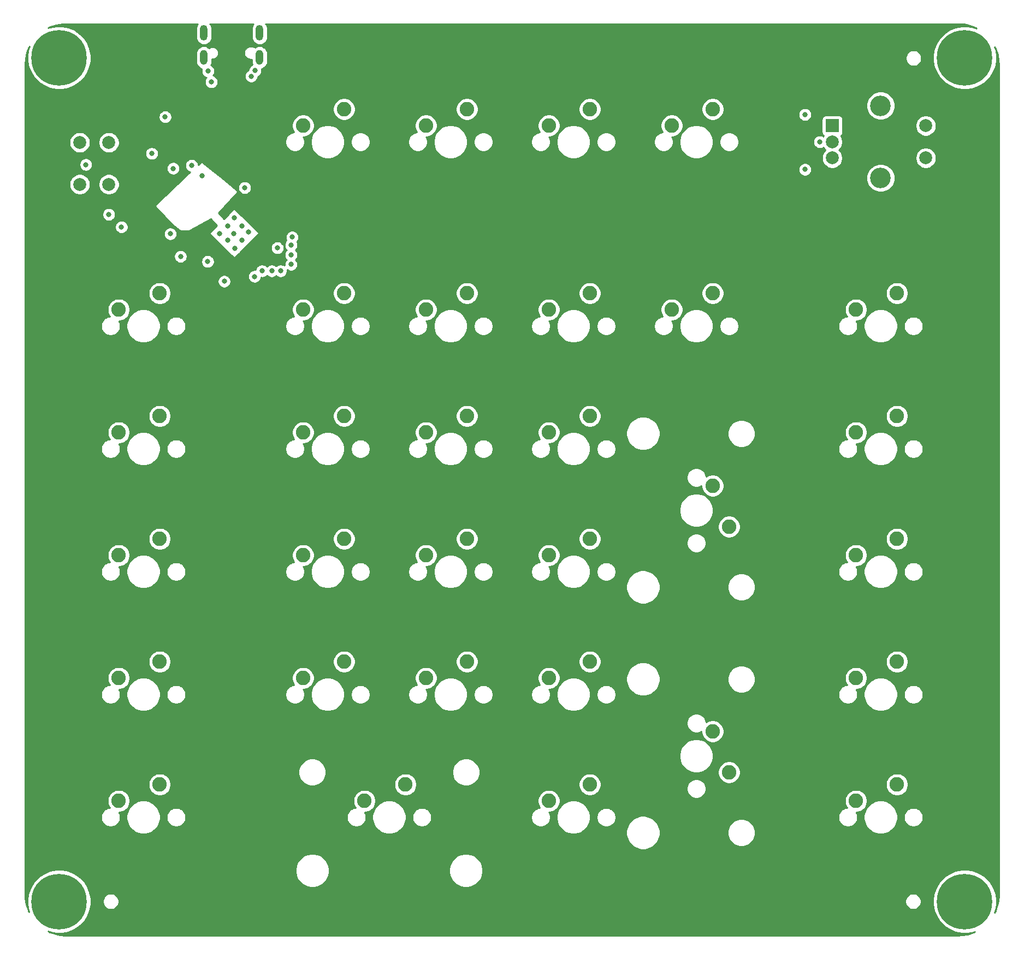
<source format=gbr>
%TF.GenerationSoftware,KiCad,Pcbnew,(5.1.8)-1*%
%TF.CreationDate,2021-01-10T14:28:28+02:00*%
%TF.ProjectId,OsseyPad,4f737365-7950-4616-942e-6b696361645f,rev?*%
%TF.SameCoordinates,Original*%
%TF.FileFunction,Copper,L2,Inr*%
%TF.FilePolarity,Positive*%
%FSLAX46Y46*%
G04 Gerber Fmt 4.6, Leading zero omitted, Abs format (unit mm)*
G04 Created by KiCad (PCBNEW (5.1.8)-1) date 2021-01-10 14:28:28*
%MOMM*%
%LPD*%
G01*
G04 APERTURE LIST*
%TA.AperFunction,ComponentPad*%
%ADD10O,1.200000X2.400000*%
%TD*%
%TA.AperFunction,ComponentPad*%
%ADD11O,1.158000X2.316000*%
%TD*%
%TA.AperFunction,ComponentPad*%
%ADD12C,2.250000*%
%TD*%
%TA.AperFunction,ComponentPad*%
%ADD13R,2.000000X2.000000*%
%TD*%
%TA.AperFunction,ComponentPad*%
%ADD14C,2.000000*%
%TD*%
%TA.AperFunction,ComponentPad*%
%ADD15C,3.200000*%
%TD*%
%TA.AperFunction,ComponentPad*%
%ADD16C,0.900000*%
%TD*%
%TA.AperFunction,ComponentPad*%
%ADD17C,8.600000*%
%TD*%
%TA.AperFunction,ViaPad*%
%ADD18C,0.800000*%
%TD*%
%TA.AperFunction,Conductor*%
%ADD19C,0.254000*%
%TD*%
%TA.AperFunction,Conductor*%
%ADD20C,0.100000*%
%TD*%
G04 APERTURE END LIST*
D10*
%TO.N,Net-(J1-PadS1)*%
%TO.C,J1*%
X56130000Y-23580000D03*
X47490000Y-23580000D03*
D11*
X56130000Y-27405000D03*
X47490000Y-27405000D03*
%TD*%
D12*
%TO.N,Net-(D1-Pad2)*%
%TO.C,MX1*%
X69215000Y-35401250D03*
%TO.N,COL1*%
X62865000Y-37941250D03*
%TD*%
%TO.N,Net-(D12-Pad2)*%
%TO.C,MX11*%
X40640000Y-83026250D03*
%TO.N,COL0*%
X34290000Y-85566250D03*
%TD*%
D13*
%TO.N,Net-(R5-Pad2)*%
%TO.C,SW1*%
X144895000Y-37986250D03*
D14*
%TO.N,GND*%
X144895000Y-40486250D03*
%TO.N,Net-(R6-Pad2)*%
X144895000Y-42986250D03*
D15*
%TO.N,N/C*%
X152395000Y-34886250D03*
X152395000Y-46086250D03*
D14*
%TO.N,Net-(D5-Pad2)*%
X159395000Y-37986250D03*
%TO.N,COL5*%
X159395000Y-42986250D03*
%TD*%
%TO.N,GND*%
%TO.C,SW2*%
X28243750Y-47075000D03*
%TO.N,RESET*%
X32743750Y-47075000D03*
%TO.N,GND*%
X28243750Y-40575000D03*
%TO.N,RESET*%
X32743750Y-40575000D03*
%TD*%
D12*
%TO.N,Net-(D6-Pad2)*%
%TO.C,MX5*%
X40640000Y-63976250D03*
%TO.N,COL0*%
X34290000Y-66516250D03*
%TD*%
%TO.N,Net-(D29-Pad2)*%
%TO.C,MX28*%
X78740000Y-140176250D03*
%TO.N,COL1*%
X72390000Y-142716250D03*
%TD*%
D16*
%TO.N,GND*%
%TO.C,H4*%
X167720419Y-156029581D03*
X165440000Y-155085000D03*
X163159581Y-156029581D03*
X162215000Y-158310000D03*
X163159581Y-160590419D03*
X165440000Y-161535000D03*
X167720419Y-160590419D03*
X168665000Y-158310000D03*
D17*
X165440000Y-158310000D03*
%TD*%
D16*
%TO.N,GND*%
%TO.C,H3*%
X27330419Y-156029581D03*
X25050000Y-155085000D03*
X22769581Y-156029581D03*
X21825000Y-158310000D03*
X22769581Y-160590419D03*
X25050000Y-161535000D03*
X27330419Y-160590419D03*
X28275000Y-158310000D03*
D17*
X25050000Y-158310000D03*
%TD*%
D16*
%TO.N,GND*%
%TO.C,H2*%
X167720419Y-25159581D03*
X165440000Y-24215000D03*
X163159581Y-25159581D03*
X162215000Y-27440000D03*
X163159581Y-29720419D03*
X165440000Y-30665000D03*
X167720419Y-29720419D03*
X168665000Y-27440000D03*
D17*
X165440000Y-27440000D03*
%TD*%
D16*
%TO.N,GND*%
%TO.C,H1*%
X27330419Y-25159581D03*
X25050000Y-24215000D03*
X22769581Y-25159581D03*
X21825000Y-27440000D03*
X22769581Y-29720419D03*
X25050000Y-30665000D03*
X27330419Y-29720419D03*
X28275000Y-27440000D03*
D17*
X25050000Y-27440000D03*
%TD*%
D12*
%TO.N,Net-(D32-Pad2)*%
%TO.C,MX31*%
X154940000Y-140176250D03*
%TO.N,COL5*%
X148590000Y-142716250D03*
%TD*%
%TO.N,Net-(D31-Pad2)*%
%TO.C,MX30*%
X128905000Y-138271250D03*
%TO.N,COL4*%
X126365000Y-131921250D03*
%TD*%
%TO.N,Net-(D30-Pad2)*%
%TO.C,MX29*%
X107315000Y-140176250D03*
%TO.N,COL3*%
X100965000Y-142716250D03*
%TD*%
%TO.N,Net-(D28-Pad2)*%
%TO.C,MX27*%
X40640000Y-140176250D03*
%TO.N,COL0*%
X34290000Y-142716250D03*
%TD*%
%TO.N,Net-(D27-Pad2)*%
%TO.C,MX26*%
X154940000Y-121126250D03*
%TO.N,COL5*%
X148590000Y-123666250D03*
%TD*%
%TO.N,Net-(D26-Pad2)*%
%TO.C,MX25*%
X107315000Y-121126250D03*
%TO.N,COL3*%
X100965000Y-123666250D03*
%TD*%
%TO.N,Net-(D25-Pad2)*%
%TO.C,MX24*%
X88265000Y-121126250D03*
%TO.N,COL2*%
X81915000Y-123666250D03*
%TD*%
%TO.N,Net-(D24-Pad2)*%
%TO.C,MX23*%
X69215000Y-121126250D03*
%TO.N,COL1*%
X62865000Y-123666250D03*
%TD*%
%TO.N,Net-(D23-Pad2)*%
%TO.C,MX22*%
X40640000Y-121126250D03*
%TO.N,COL0*%
X34290000Y-123666250D03*
%TD*%
%TO.N,Net-(D22-Pad2)*%
%TO.C,MX21*%
X154940000Y-102076250D03*
%TO.N,COL5*%
X148590000Y-104616250D03*
%TD*%
%TO.N,Net-(D21-Pad2)*%
%TO.C,MX20*%
X128905000Y-100171250D03*
%TO.N,COL4*%
X126365000Y-93821250D03*
%TD*%
%TO.N,Net-(D20-Pad2)*%
%TO.C,MX19*%
X107315000Y-102076250D03*
%TO.N,COL3*%
X100965000Y-104616250D03*
%TD*%
%TO.N,Net-(D19-Pad2)*%
%TO.C,MX18*%
X88265000Y-102076250D03*
%TO.N,COL2*%
X81915000Y-104616250D03*
%TD*%
%TO.N,Net-(D18-Pad2)*%
%TO.C,MX17*%
X69215000Y-102076250D03*
%TO.N,COL1*%
X62865000Y-104616250D03*
%TD*%
%TO.N,Net-(D17-Pad2)*%
%TO.C,MX16*%
X40640000Y-102076250D03*
%TO.N,COL0*%
X34290000Y-104616250D03*
%TD*%
%TO.N,Net-(D16-Pad2)*%
%TO.C,MX15*%
X154940000Y-83026250D03*
%TO.N,COL5*%
X148590000Y-85566250D03*
%TD*%
%TO.N,Net-(D15-Pad2)*%
%TO.C,MX14*%
X107315000Y-83026250D03*
%TO.N,COL3*%
X100965000Y-85566250D03*
%TD*%
%TO.N,Net-(D14-Pad2)*%
%TO.C,MX13*%
X88265000Y-83026250D03*
%TO.N,COL2*%
X81915000Y-85566250D03*
%TD*%
%TO.N,Net-(D13-Pad2)*%
%TO.C,MX12*%
X69215000Y-83026250D03*
%TO.N,COL1*%
X62865000Y-85566250D03*
%TD*%
%TO.N,Net-(D11-Pad2)*%
%TO.C,MX10*%
X154940000Y-63976250D03*
%TO.N,COL5*%
X148590000Y-66516250D03*
%TD*%
%TO.N,Net-(D10-Pad2)*%
%TO.C,MX9*%
X126365000Y-63976250D03*
%TO.N,COL4*%
X120015000Y-66516250D03*
%TD*%
%TO.N,Net-(D9-Pad2)*%
%TO.C,MX8*%
X107315000Y-63976250D03*
%TO.N,COL3*%
X100965000Y-66516250D03*
%TD*%
%TO.N,Net-(D8-Pad2)*%
%TO.C,MX7*%
X88265000Y-63976250D03*
%TO.N,COL2*%
X81915000Y-66516250D03*
%TD*%
%TO.N,Net-(D7-Pad2)*%
%TO.C,MX6*%
X69215000Y-63976250D03*
%TO.N,COL1*%
X62865000Y-66516250D03*
%TD*%
%TO.N,Net-(D4-Pad2)*%
%TO.C,MX4*%
X126365000Y-35401250D03*
%TO.N,COL4*%
X120015000Y-37941250D03*
%TD*%
%TO.N,Net-(D3-Pad2)*%
%TO.C,MX3*%
X107315000Y-35401250D03*
%TO.N,COL3*%
X100965000Y-37941250D03*
%TD*%
%TO.N,Net-(D2-Pad2)*%
%TO.C,MX2*%
X88265000Y-35401250D03*
%TO.N,COL2*%
X81915000Y-37941250D03*
%TD*%
D18*
%TO.N,COL1*%
X61000000Y-56500000D03*
%TO.N,COL2*%
X61000000Y-58000000D03*
%TO.N,COL3*%
X61000000Y-59500000D03*
%TO.N,COL4*%
X59375000Y-60500000D03*
%TO.N,COL0*%
X56500000Y-60500000D03*
%TO.N,COL5*%
X58000000Y-60500000D03*
%TO.N,GND*%
X52075000Y-54756250D03*
X54425000Y-54506250D03*
X49875000Y-54756250D03*
X61175000Y-55256250D03*
X53815000Y-47596250D03*
X43875000Y-58256250D03*
X42275000Y-54756250D03*
X48075000Y-59056250D03*
X142945000Y-40486250D03*
X140675000Y-44756250D03*
X140675000Y-36256250D03*
X39399264Y-42294728D03*
X42725000Y-44606250D03*
X52175000Y-52256250D03*
X52275000Y-57006250D03*
X53425000Y-55756250D03*
X53425000Y-53506250D03*
X51175000Y-53506250D03*
X51175000Y-55756250D03*
X45575000Y-44156250D03*
X29193750Y-44025000D03*
X47175000Y-45756250D03*
X41475000Y-36606250D03*
X55350000Y-61375000D03*
X48130000Y-29500000D03*
X55430000Y-29440000D03*
X50650000Y-62125000D03*
X58880000Y-56940000D03*
%TO.N,+5V*%
X42375000Y-56656250D03*
X45975000Y-54756250D03*
X54975000Y-48556250D03*
X48271967Y-57531250D03*
X144175000Y-48756250D03*
X144175000Y-32256250D03*
X39823528Y-38617772D03*
X38957322Y-39483978D03*
X42725000Y-42356250D03*
X53425000Y-63140000D03*
X49525000Y-61050000D03*
X59790000Y-56130000D03*
%TO.N,VCC*%
X54820000Y-30300000D03*
X48640000Y-31200000D03*
%TO.N,RESET*%
X32750000Y-51750000D03*
X34700000Y-53700000D03*
%TD*%
D19*
%TO.N,+5V*%
X46458167Y-22290552D02*
X46343489Y-22505100D01*
X46272870Y-22737899D01*
X46255000Y-22919336D01*
X46255000Y-24240665D01*
X46272870Y-24422102D01*
X46343489Y-24654901D01*
X46458168Y-24869449D01*
X46612499Y-25057502D01*
X46800552Y-25211833D01*
X47015100Y-25326511D01*
X47247899Y-25397130D01*
X47490000Y-25420975D01*
X47732102Y-25397130D01*
X47964901Y-25326511D01*
X48179449Y-25211833D01*
X48367502Y-25057502D01*
X48521833Y-24869449D01*
X48636511Y-24654901D01*
X48707130Y-24422102D01*
X48725000Y-24240665D01*
X48725000Y-22919335D01*
X48707130Y-22737898D01*
X48636511Y-22505099D01*
X48521833Y-22290551D01*
X48423925Y-22171250D01*
X55196075Y-22171250D01*
X55098167Y-22290552D01*
X54983489Y-22505100D01*
X54912870Y-22737899D01*
X54895000Y-22919336D01*
X54895000Y-24240665D01*
X54912870Y-24422102D01*
X54983489Y-24654901D01*
X55098168Y-24869449D01*
X55252499Y-25057502D01*
X55440552Y-25211833D01*
X55655100Y-25326511D01*
X55887899Y-25397130D01*
X56130000Y-25420975D01*
X56372102Y-25397130D01*
X56604901Y-25326511D01*
X56819449Y-25211833D01*
X57007502Y-25057502D01*
X57161833Y-24869449D01*
X57276511Y-24654901D01*
X57347130Y-24422102D01*
X57365000Y-24240665D01*
X57365000Y-22919335D01*
X57347130Y-22737898D01*
X57276511Y-22505099D01*
X57161833Y-22290551D01*
X57063925Y-22171250D01*
X164412726Y-22171250D01*
X165365724Y-22242070D01*
X166271118Y-22446940D01*
X167136282Y-22783384D01*
X167248366Y-22847445D01*
X166879486Y-22694650D01*
X165926055Y-22505000D01*
X164953945Y-22505000D01*
X164000514Y-22694650D01*
X163102401Y-23066660D01*
X162294121Y-23606735D01*
X161606735Y-24294121D01*
X161066660Y-25102401D01*
X160694650Y-26000514D01*
X160505000Y-26953945D01*
X160505000Y-27926055D01*
X160694650Y-28879486D01*
X161066660Y-29777599D01*
X161606735Y-30585879D01*
X162294121Y-31273265D01*
X163102401Y-31813340D01*
X164000514Y-32185350D01*
X164953945Y-32375000D01*
X165926055Y-32375000D01*
X166879486Y-32185350D01*
X167777599Y-31813340D01*
X168585879Y-31273265D01*
X169273265Y-30585879D01*
X169813340Y-29777599D01*
X170185350Y-28879486D01*
X170375000Y-27926055D01*
X170375000Y-26953945D01*
X170185350Y-26000514D01*
X170094046Y-25780086D01*
X170246929Y-26090101D01*
X170529927Y-26974189D01*
X170680954Y-27901526D01*
X170705001Y-28452300D01*
X170705000Y-157278976D01*
X170634180Y-158231974D01*
X170429310Y-159137368D01*
X170092866Y-160002532D01*
X170048070Y-160080909D01*
X170185350Y-159749486D01*
X170375000Y-158796055D01*
X170375000Y-157823945D01*
X170185350Y-156870514D01*
X169813340Y-155972401D01*
X169273265Y-155164121D01*
X168585879Y-154476735D01*
X167777599Y-153936660D01*
X166879486Y-153564650D01*
X165926055Y-153375000D01*
X164953945Y-153375000D01*
X164000514Y-153564650D01*
X163102401Y-153936660D01*
X162294121Y-154476735D01*
X161606735Y-155164121D01*
X161066660Y-155972401D01*
X160694650Y-156870514D01*
X160505000Y-157823945D01*
X160505000Y-158796055D01*
X160694650Y-159749486D01*
X161066660Y-160647599D01*
X161606735Y-161455879D01*
X162294121Y-162143265D01*
X163102401Y-162683340D01*
X164000514Y-163055350D01*
X164953945Y-163245000D01*
X165926055Y-163245000D01*
X166879486Y-163055350D01*
X167028978Y-162993429D01*
X166786149Y-163113178D01*
X165902061Y-163396177D01*
X164974724Y-163547204D01*
X164423973Y-163571250D01*
X26077287Y-163571250D01*
X25124275Y-163500429D01*
X24218881Y-163295559D01*
X23353718Y-162959115D01*
X23289309Y-162922303D01*
X23610514Y-163055350D01*
X24563945Y-163245000D01*
X25536055Y-163245000D01*
X26489486Y-163055350D01*
X27387599Y-162683340D01*
X28195879Y-162143265D01*
X28883265Y-161455879D01*
X29423340Y-160647599D01*
X29795350Y-159749486D01*
X29985000Y-158796055D01*
X29985000Y-158186890D01*
X31800048Y-158186890D01*
X31800048Y-158433110D01*
X31848083Y-158674598D01*
X31942307Y-158902074D01*
X32079099Y-159106798D01*
X32253202Y-159280901D01*
X32457926Y-159417693D01*
X32685402Y-159511917D01*
X32926890Y-159559952D01*
X33173110Y-159559952D01*
X33414598Y-159511917D01*
X33642074Y-159417693D01*
X33846798Y-159280901D01*
X34020901Y-159106798D01*
X34157693Y-158902074D01*
X34251917Y-158674598D01*
X34299952Y-158433110D01*
X34299952Y-158186890D01*
X156190048Y-158186890D01*
X156190048Y-158433110D01*
X156238083Y-158674598D01*
X156332307Y-158902074D01*
X156469099Y-159106798D01*
X156643202Y-159280901D01*
X156847926Y-159417693D01*
X157075402Y-159511917D01*
X157316890Y-159559952D01*
X157563110Y-159559952D01*
X157804598Y-159511917D01*
X158032074Y-159417693D01*
X158236798Y-159280901D01*
X158410901Y-159106798D01*
X158547693Y-158902074D01*
X158641917Y-158674598D01*
X158689952Y-158433110D01*
X158689952Y-158186890D01*
X158641917Y-157945402D01*
X158547693Y-157717926D01*
X158410901Y-157513202D01*
X158236798Y-157339099D01*
X158032074Y-157202307D01*
X157804598Y-157108083D01*
X157563110Y-157060048D01*
X157316890Y-157060048D01*
X157075402Y-157108083D01*
X156847926Y-157202307D01*
X156643202Y-157339099D01*
X156469099Y-157513202D01*
X156332307Y-157717926D01*
X156238083Y-157945402D01*
X156190048Y-158186890D01*
X34299952Y-158186890D01*
X34251917Y-157945402D01*
X34157693Y-157717926D01*
X34020901Y-157513202D01*
X33846798Y-157339099D01*
X33642074Y-157202307D01*
X33414598Y-157108083D01*
X33173110Y-157060048D01*
X32926890Y-157060048D01*
X32685402Y-157108083D01*
X32457926Y-157202307D01*
X32253202Y-157339099D01*
X32079099Y-157513202D01*
X31942307Y-157717926D01*
X31848083Y-157945402D01*
X31800048Y-158186890D01*
X29985000Y-158186890D01*
X29985000Y-157823945D01*
X29795350Y-156870514D01*
X29423340Y-155972401D01*
X28883265Y-155164121D01*
X28195879Y-154476735D01*
X27387599Y-153936660D01*
X26489486Y-153564650D01*
X25536055Y-153375000D01*
X24563945Y-153375000D01*
X23610514Y-153564650D01*
X22712401Y-153936660D01*
X21904121Y-154476735D01*
X21216735Y-155164121D01*
X20676660Y-155972401D01*
X20304650Y-156870514D01*
X20115000Y-157823945D01*
X20115000Y-158796055D01*
X20304650Y-159749486D01*
X20376547Y-159923062D01*
X20243073Y-159652404D01*
X19960073Y-158768310D01*
X19809046Y-157840974D01*
X19785000Y-157290223D01*
X19785000Y-153252326D01*
X61664850Y-153252326D01*
X61664850Y-153770174D01*
X61765877Y-154278072D01*
X61964049Y-154756501D01*
X62251750Y-155187076D01*
X62617924Y-155553250D01*
X63048499Y-155840951D01*
X63526928Y-156039123D01*
X64034826Y-156140150D01*
X64552674Y-156140150D01*
X65060572Y-156039123D01*
X65539001Y-155840951D01*
X65969576Y-155553250D01*
X66335750Y-155187076D01*
X66623451Y-154756501D01*
X66821623Y-154278072D01*
X66922650Y-153770174D01*
X66922650Y-153252326D01*
X85477350Y-153252326D01*
X85477350Y-153770174D01*
X85578377Y-154278072D01*
X85776549Y-154756501D01*
X86064250Y-155187076D01*
X86430424Y-155553250D01*
X86860999Y-155840951D01*
X87339428Y-156039123D01*
X87847326Y-156140150D01*
X88365174Y-156140150D01*
X88873072Y-156039123D01*
X89351501Y-155840951D01*
X89782076Y-155553250D01*
X90148250Y-155187076D01*
X90435951Y-154756501D01*
X90634123Y-154278072D01*
X90735150Y-153770174D01*
X90735150Y-153252326D01*
X90634123Y-152744428D01*
X90435951Y-152265999D01*
X90148250Y-151835424D01*
X89782076Y-151469250D01*
X89351501Y-151181549D01*
X88873072Y-150983377D01*
X88365174Y-150882350D01*
X87847326Y-150882350D01*
X87339428Y-150983377D01*
X86860999Y-151181549D01*
X86430424Y-151469250D01*
X86064250Y-151835424D01*
X85776549Y-152265999D01*
X85578377Y-152744428D01*
X85477350Y-153252326D01*
X66922650Y-153252326D01*
X66821623Y-152744428D01*
X66623451Y-152265999D01*
X66335750Y-151835424D01*
X65969576Y-151469250D01*
X65539001Y-151181549D01*
X65060572Y-150983377D01*
X64552674Y-150882350D01*
X64034826Y-150882350D01*
X63526928Y-150983377D01*
X63048499Y-151181549D01*
X62617924Y-151469250D01*
X62251750Y-151835424D01*
X61964049Y-152265999D01*
X61765877Y-152744428D01*
X61664850Y-153252326D01*
X19785000Y-153252326D01*
X19785000Y-145107528D01*
X31510000Y-145107528D01*
X31510000Y-145404972D01*
X31568029Y-145696701D01*
X31681856Y-145971503D01*
X31847107Y-146218819D01*
X32057431Y-146429143D01*
X32304747Y-146594394D01*
X32579549Y-146708221D01*
X32871278Y-146766250D01*
X33168722Y-146766250D01*
X33460451Y-146708221D01*
X33735253Y-146594394D01*
X33982569Y-146429143D01*
X34192893Y-146218819D01*
X34358144Y-145971503D01*
X34471971Y-145696701D01*
X34530000Y-145404972D01*
X34530000Y-145107528D01*
X34508080Y-144997326D01*
X35471100Y-144997326D01*
X35471100Y-145515174D01*
X35572127Y-146023072D01*
X35770299Y-146501501D01*
X36058000Y-146932076D01*
X36424174Y-147298250D01*
X36854749Y-147585951D01*
X37333178Y-147784123D01*
X37841076Y-147885150D01*
X38358924Y-147885150D01*
X38866822Y-147784123D01*
X39345251Y-147585951D01*
X39775826Y-147298250D01*
X40142000Y-146932076D01*
X40429701Y-146501501D01*
X40627873Y-146023072D01*
X40728900Y-145515174D01*
X40728900Y-145107528D01*
X41670000Y-145107528D01*
X41670000Y-145404972D01*
X41728029Y-145696701D01*
X41841856Y-145971503D01*
X42007107Y-146218819D01*
X42217431Y-146429143D01*
X42464747Y-146594394D01*
X42739549Y-146708221D01*
X43031278Y-146766250D01*
X43328722Y-146766250D01*
X43620451Y-146708221D01*
X43895253Y-146594394D01*
X44142569Y-146429143D01*
X44352893Y-146218819D01*
X44518144Y-145971503D01*
X44631971Y-145696701D01*
X44690000Y-145404972D01*
X44690000Y-145107528D01*
X69610000Y-145107528D01*
X69610000Y-145404972D01*
X69668029Y-145696701D01*
X69781856Y-145971503D01*
X69947107Y-146218819D01*
X70157431Y-146429143D01*
X70404747Y-146594394D01*
X70679549Y-146708221D01*
X70971278Y-146766250D01*
X71268722Y-146766250D01*
X71560451Y-146708221D01*
X71835253Y-146594394D01*
X72082569Y-146429143D01*
X72292893Y-146218819D01*
X72458144Y-145971503D01*
X72571971Y-145696701D01*
X72630000Y-145404972D01*
X72630000Y-145107528D01*
X72608080Y-144997326D01*
X73571100Y-144997326D01*
X73571100Y-145515174D01*
X73672127Y-146023072D01*
X73870299Y-146501501D01*
X74158000Y-146932076D01*
X74524174Y-147298250D01*
X74954749Y-147585951D01*
X75433178Y-147784123D01*
X75941076Y-147885150D01*
X76458924Y-147885150D01*
X76966822Y-147784123D01*
X77445251Y-147585951D01*
X77875826Y-147298250D01*
X78242000Y-146932076D01*
X78529701Y-146501501D01*
X78727873Y-146023072D01*
X78828900Y-145515174D01*
X78828900Y-145107528D01*
X79770000Y-145107528D01*
X79770000Y-145404972D01*
X79828029Y-145696701D01*
X79941856Y-145971503D01*
X80107107Y-146218819D01*
X80317431Y-146429143D01*
X80564747Y-146594394D01*
X80839549Y-146708221D01*
X81131278Y-146766250D01*
X81428722Y-146766250D01*
X81720451Y-146708221D01*
X81995253Y-146594394D01*
X82242569Y-146429143D01*
X82452893Y-146218819D01*
X82618144Y-145971503D01*
X82731971Y-145696701D01*
X82790000Y-145404972D01*
X82790000Y-145107528D01*
X98185000Y-145107528D01*
X98185000Y-145404972D01*
X98243029Y-145696701D01*
X98356856Y-145971503D01*
X98522107Y-146218819D01*
X98732431Y-146429143D01*
X98979747Y-146594394D01*
X99254549Y-146708221D01*
X99546278Y-146766250D01*
X99843722Y-146766250D01*
X100135451Y-146708221D01*
X100410253Y-146594394D01*
X100657569Y-146429143D01*
X100867893Y-146218819D01*
X101033144Y-145971503D01*
X101146971Y-145696701D01*
X101205000Y-145404972D01*
X101205000Y-145107528D01*
X101183080Y-144997326D01*
X102146100Y-144997326D01*
X102146100Y-145515174D01*
X102247127Y-146023072D01*
X102445299Y-146501501D01*
X102733000Y-146932076D01*
X103099174Y-147298250D01*
X103529749Y-147585951D01*
X104008178Y-147784123D01*
X104516076Y-147885150D01*
X105033924Y-147885150D01*
X105541822Y-147784123D01*
X106020251Y-147585951D01*
X106330609Y-147378576D01*
X112941100Y-147378576D01*
X112941100Y-147896424D01*
X113042127Y-148404322D01*
X113240299Y-148882751D01*
X113528000Y-149313326D01*
X113894174Y-149679500D01*
X114324749Y-149967201D01*
X114803178Y-150165373D01*
X115311076Y-150266400D01*
X115828924Y-150266400D01*
X116336822Y-150165373D01*
X116815251Y-149967201D01*
X117245826Y-149679500D01*
X117612000Y-149313326D01*
X117899701Y-148882751D01*
X118097873Y-148404322D01*
X118198900Y-147896424D01*
X118198900Y-147424857D01*
X128651000Y-147424857D01*
X128651000Y-147850143D01*
X128733970Y-148267257D01*
X128896719Y-148660170D01*
X129132996Y-149013782D01*
X129433718Y-149314504D01*
X129787330Y-149550781D01*
X130180243Y-149713530D01*
X130597357Y-149796500D01*
X131022643Y-149796500D01*
X131439757Y-149713530D01*
X131832670Y-149550781D01*
X132186282Y-149314504D01*
X132487004Y-149013782D01*
X132723281Y-148660170D01*
X132886030Y-148267257D01*
X132969000Y-147850143D01*
X132969000Y-147424857D01*
X132886030Y-147007743D01*
X132723281Y-146614830D01*
X132487004Y-146261218D01*
X132186282Y-145960496D01*
X131832670Y-145724219D01*
X131439757Y-145561470D01*
X131022643Y-145478500D01*
X130597357Y-145478500D01*
X130180243Y-145561470D01*
X129787330Y-145724219D01*
X129433718Y-145960496D01*
X129132996Y-146261218D01*
X128896719Y-146614830D01*
X128733970Y-147007743D01*
X128651000Y-147424857D01*
X118198900Y-147424857D01*
X118198900Y-147378576D01*
X118097873Y-146870678D01*
X117899701Y-146392249D01*
X117612000Y-145961674D01*
X117245826Y-145595500D01*
X116815251Y-145307799D01*
X116336822Y-145109627D01*
X116326270Y-145107528D01*
X145810000Y-145107528D01*
X145810000Y-145404972D01*
X145868029Y-145696701D01*
X145981856Y-145971503D01*
X146147107Y-146218819D01*
X146357431Y-146429143D01*
X146604747Y-146594394D01*
X146879549Y-146708221D01*
X147171278Y-146766250D01*
X147468722Y-146766250D01*
X147760451Y-146708221D01*
X148035253Y-146594394D01*
X148282569Y-146429143D01*
X148492893Y-146218819D01*
X148658144Y-145971503D01*
X148771971Y-145696701D01*
X148830000Y-145404972D01*
X148830000Y-145107528D01*
X148808080Y-144997326D01*
X149771100Y-144997326D01*
X149771100Y-145515174D01*
X149872127Y-146023072D01*
X150070299Y-146501501D01*
X150358000Y-146932076D01*
X150724174Y-147298250D01*
X151154749Y-147585951D01*
X151633178Y-147784123D01*
X152141076Y-147885150D01*
X152658924Y-147885150D01*
X153166822Y-147784123D01*
X153645251Y-147585951D01*
X154075826Y-147298250D01*
X154442000Y-146932076D01*
X154729701Y-146501501D01*
X154927873Y-146023072D01*
X155028900Y-145515174D01*
X155028900Y-145107528D01*
X155970000Y-145107528D01*
X155970000Y-145404972D01*
X156028029Y-145696701D01*
X156141856Y-145971503D01*
X156307107Y-146218819D01*
X156517431Y-146429143D01*
X156764747Y-146594394D01*
X157039549Y-146708221D01*
X157331278Y-146766250D01*
X157628722Y-146766250D01*
X157920451Y-146708221D01*
X158195253Y-146594394D01*
X158442569Y-146429143D01*
X158652893Y-146218819D01*
X158818144Y-145971503D01*
X158931971Y-145696701D01*
X158990000Y-145404972D01*
X158990000Y-145107528D01*
X158931971Y-144815799D01*
X158818144Y-144540997D01*
X158652893Y-144293681D01*
X158442569Y-144083357D01*
X158195253Y-143918106D01*
X157920451Y-143804279D01*
X157628722Y-143746250D01*
X157331278Y-143746250D01*
X157039549Y-143804279D01*
X156764747Y-143918106D01*
X156517431Y-144083357D01*
X156307107Y-144293681D01*
X156141856Y-144540997D01*
X156028029Y-144815799D01*
X155970000Y-145107528D01*
X155028900Y-145107528D01*
X155028900Y-144997326D01*
X154927873Y-144489428D01*
X154729701Y-144010999D01*
X154442000Y-143580424D01*
X154075826Y-143214250D01*
X153645251Y-142926549D01*
X153166822Y-142728377D01*
X152658924Y-142627350D01*
X152141076Y-142627350D01*
X151633178Y-142728377D01*
X151154749Y-142926549D01*
X150724174Y-143214250D01*
X150358000Y-143580424D01*
X150070299Y-144010999D01*
X149872127Y-144489428D01*
X149771100Y-144997326D01*
X148808080Y-144997326D01*
X148771971Y-144815799D01*
X148658144Y-144540997D01*
X148614882Y-144476250D01*
X148763345Y-144476250D01*
X149103373Y-144408614D01*
X149423673Y-144275942D01*
X149711935Y-144083331D01*
X149957081Y-143838185D01*
X150149692Y-143549923D01*
X150282364Y-143229623D01*
X150350000Y-142889595D01*
X150350000Y-142542905D01*
X150282364Y-142202877D01*
X150149692Y-141882577D01*
X149957081Y-141594315D01*
X149711935Y-141349169D01*
X149423673Y-141156558D01*
X149103373Y-141023886D01*
X148763345Y-140956250D01*
X148416655Y-140956250D01*
X148076627Y-141023886D01*
X147756327Y-141156558D01*
X147468065Y-141349169D01*
X147222919Y-141594315D01*
X147030308Y-141882577D01*
X146897636Y-142202877D01*
X146830000Y-142542905D01*
X146830000Y-142889595D01*
X146897636Y-143229623D01*
X147030308Y-143549923D01*
X147162638Y-143747969D01*
X146879549Y-143804279D01*
X146604747Y-143918106D01*
X146357431Y-144083357D01*
X146147107Y-144293681D01*
X145981856Y-144540997D01*
X145868029Y-144815799D01*
X145810000Y-145107528D01*
X116326270Y-145107528D01*
X115828924Y-145008600D01*
X115311076Y-145008600D01*
X114803178Y-145109627D01*
X114324749Y-145307799D01*
X113894174Y-145595500D01*
X113528000Y-145961674D01*
X113240299Y-146392249D01*
X113042127Y-146870678D01*
X112941100Y-147378576D01*
X106330609Y-147378576D01*
X106450826Y-147298250D01*
X106817000Y-146932076D01*
X107104701Y-146501501D01*
X107302873Y-146023072D01*
X107403900Y-145515174D01*
X107403900Y-145107528D01*
X108345000Y-145107528D01*
X108345000Y-145404972D01*
X108403029Y-145696701D01*
X108516856Y-145971503D01*
X108682107Y-146218819D01*
X108892431Y-146429143D01*
X109139747Y-146594394D01*
X109414549Y-146708221D01*
X109706278Y-146766250D01*
X110003722Y-146766250D01*
X110295451Y-146708221D01*
X110570253Y-146594394D01*
X110817569Y-146429143D01*
X111027893Y-146218819D01*
X111193144Y-145971503D01*
X111306971Y-145696701D01*
X111365000Y-145404972D01*
X111365000Y-145107528D01*
X111306971Y-144815799D01*
X111193144Y-144540997D01*
X111027893Y-144293681D01*
X110817569Y-144083357D01*
X110570253Y-143918106D01*
X110295451Y-143804279D01*
X110003722Y-143746250D01*
X109706278Y-143746250D01*
X109414549Y-143804279D01*
X109139747Y-143918106D01*
X108892431Y-144083357D01*
X108682107Y-144293681D01*
X108516856Y-144540997D01*
X108403029Y-144815799D01*
X108345000Y-145107528D01*
X107403900Y-145107528D01*
X107403900Y-144997326D01*
X107302873Y-144489428D01*
X107104701Y-144010999D01*
X106817000Y-143580424D01*
X106450826Y-143214250D01*
X106020251Y-142926549D01*
X105541822Y-142728377D01*
X105033924Y-142627350D01*
X104516076Y-142627350D01*
X104008178Y-142728377D01*
X103529749Y-142926549D01*
X103099174Y-143214250D01*
X102733000Y-143580424D01*
X102445299Y-144010999D01*
X102247127Y-144489428D01*
X102146100Y-144997326D01*
X101183080Y-144997326D01*
X101146971Y-144815799D01*
X101033144Y-144540997D01*
X100989882Y-144476250D01*
X101138345Y-144476250D01*
X101478373Y-144408614D01*
X101798673Y-144275942D01*
X102086935Y-144083331D01*
X102332081Y-143838185D01*
X102524692Y-143549923D01*
X102657364Y-143229623D01*
X102725000Y-142889595D01*
X102725000Y-142542905D01*
X102657364Y-142202877D01*
X102524692Y-141882577D01*
X102332081Y-141594315D01*
X102086935Y-141349169D01*
X101798673Y-141156558D01*
X101478373Y-141023886D01*
X101138345Y-140956250D01*
X100791655Y-140956250D01*
X100451627Y-141023886D01*
X100131327Y-141156558D01*
X99843065Y-141349169D01*
X99597919Y-141594315D01*
X99405308Y-141882577D01*
X99272636Y-142202877D01*
X99205000Y-142542905D01*
X99205000Y-142889595D01*
X99272636Y-143229623D01*
X99405308Y-143549923D01*
X99537638Y-143747969D01*
X99254549Y-143804279D01*
X98979747Y-143918106D01*
X98732431Y-144083357D01*
X98522107Y-144293681D01*
X98356856Y-144540997D01*
X98243029Y-144815799D01*
X98185000Y-145107528D01*
X82790000Y-145107528D01*
X82731971Y-144815799D01*
X82618144Y-144540997D01*
X82452893Y-144293681D01*
X82242569Y-144083357D01*
X81995253Y-143918106D01*
X81720451Y-143804279D01*
X81428722Y-143746250D01*
X81131278Y-143746250D01*
X80839549Y-143804279D01*
X80564747Y-143918106D01*
X80317431Y-144083357D01*
X80107107Y-144293681D01*
X79941856Y-144540997D01*
X79828029Y-144815799D01*
X79770000Y-145107528D01*
X78828900Y-145107528D01*
X78828900Y-144997326D01*
X78727873Y-144489428D01*
X78529701Y-144010999D01*
X78242000Y-143580424D01*
X77875826Y-143214250D01*
X77445251Y-142926549D01*
X76966822Y-142728377D01*
X76458924Y-142627350D01*
X75941076Y-142627350D01*
X75433178Y-142728377D01*
X74954749Y-142926549D01*
X74524174Y-143214250D01*
X74158000Y-143580424D01*
X73870299Y-144010999D01*
X73672127Y-144489428D01*
X73571100Y-144997326D01*
X72608080Y-144997326D01*
X72571971Y-144815799D01*
X72458144Y-144540997D01*
X72414882Y-144476250D01*
X72563345Y-144476250D01*
X72903373Y-144408614D01*
X73223673Y-144275942D01*
X73511935Y-144083331D01*
X73757081Y-143838185D01*
X73949692Y-143549923D01*
X74082364Y-143229623D01*
X74150000Y-142889595D01*
X74150000Y-142542905D01*
X74082364Y-142202877D01*
X73949692Y-141882577D01*
X73757081Y-141594315D01*
X73511935Y-141349169D01*
X73223673Y-141156558D01*
X72903373Y-141023886D01*
X72563345Y-140956250D01*
X72216655Y-140956250D01*
X71876627Y-141023886D01*
X71556327Y-141156558D01*
X71268065Y-141349169D01*
X71022919Y-141594315D01*
X70830308Y-141882577D01*
X70697636Y-142202877D01*
X70630000Y-142542905D01*
X70630000Y-142889595D01*
X70697636Y-143229623D01*
X70830308Y-143549923D01*
X70962638Y-143747969D01*
X70679549Y-143804279D01*
X70404747Y-143918106D01*
X70157431Y-144083357D01*
X69947107Y-144293681D01*
X69781856Y-144540997D01*
X69668029Y-144815799D01*
X69610000Y-145107528D01*
X44690000Y-145107528D01*
X44631971Y-144815799D01*
X44518144Y-144540997D01*
X44352893Y-144293681D01*
X44142569Y-144083357D01*
X43895253Y-143918106D01*
X43620451Y-143804279D01*
X43328722Y-143746250D01*
X43031278Y-143746250D01*
X42739549Y-143804279D01*
X42464747Y-143918106D01*
X42217431Y-144083357D01*
X42007107Y-144293681D01*
X41841856Y-144540997D01*
X41728029Y-144815799D01*
X41670000Y-145107528D01*
X40728900Y-145107528D01*
X40728900Y-144997326D01*
X40627873Y-144489428D01*
X40429701Y-144010999D01*
X40142000Y-143580424D01*
X39775826Y-143214250D01*
X39345251Y-142926549D01*
X38866822Y-142728377D01*
X38358924Y-142627350D01*
X37841076Y-142627350D01*
X37333178Y-142728377D01*
X36854749Y-142926549D01*
X36424174Y-143214250D01*
X36058000Y-143580424D01*
X35770299Y-144010999D01*
X35572127Y-144489428D01*
X35471100Y-144997326D01*
X34508080Y-144997326D01*
X34471971Y-144815799D01*
X34358144Y-144540997D01*
X34314882Y-144476250D01*
X34463345Y-144476250D01*
X34803373Y-144408614D01*
X35123673Y-144275942D01*
X35411935Y-144083331D01*
X35657081Y-143838185D01*
X35849692Y-143549923D01*
X35982364Y-143229623D01*
X36050000Y-142889595D01*
X36050000Y-142542905D01*
X35982364Y-142202877D01*
X35849692Y-141882577D01*
X35657081Y-141594315D01*
X35411935Y-141349169D01*
X35123673Y-141156558D01*
X34803373Y-141023886D01*
X34463345Y-140956250D01*
X34116655Y-140956250D01*
X33776627Y-141023886D01*
X33456327Y-141156558D01*
X33168065Y-141349169D01*
X32922919Y-141594315D01*
X32730308Y-141882577D01*
X32597636Y-142202877D01*
X32530000Y-142542905D01*
X32530000Y-142889595D01*
X32597636Y-143229623D01*
X32730308Y-143549923D01*
X32862638Y-143747969D01*
X32579549Y-143804279D01*
X32304747Y-143918106D01*
X32057431Y-144083357D01*
X31847107Y-144293681D01*
X31681856Y-144540997D01*
X31568029Y-144815799D01*
X31510000Y-145107528D01*
X19785000Y-145107528D01*
X19785000Y-140002905D01*
X38880000Y-140002905D01*
X38880000Y-140349595D01*
X38947636Y-140689623D01*
X39080308Y-141009923D01*
X39272919Y-141298185D01*
X39518065Y-141543331D01*
X39806327Y-141735942D01*
X40126627Y-141868614D01*
X40466655Y-141936250D01*
X40813345Y-141936250D01*
X41153373Y-141868614D01*
X41473673Y-141735942D01*
X41761935Y-141543331D01*
X42007081Y-141298185D01*
X42199692Y-141009923D01*
X42332364Y-140689623D01*
X42400000Y-140349595D01*
X42400000Y-140002905D01*
X42332364Y-139662877D01*
X42199692Y-139342577D01*
X42007081Y-139054315D01*
X41761935Y-138809169D01*
X41473673Y-138616558D01*
X41153373Y-138483886D01*
X40813345Y-138416250D01*
X40466655Y-138416250D01*
X40126627Y-138483886D01*
X39806327Y-138616558D01*
X39518065Y-138809169D01*
X39272919Y-139054315D01*
X39080308Y-139342577D01*
X38947636Y-139662877D01*
X38880000Y-140002905D01*
X19785000Y-140002905D01*
X19785000Y-138058607D01*
X62134750Y-138058607D01*
X62134750Y-138483893D01*
X62217720Y-138901007D01*
X62380469Y-139293920D01*
X62616746Y-139647532D01*
X62917468Y-139948254D01*
X63271080Y-140184531D01*
X63663993Y-140347280D01*
X64081107Y-140430250D01*
X64506393Y-140430250D01*
X64923507Y-140347280D01*
X65316420Y-140184531D01*
X65588241Y-140002905D01*
X76980000Y-140002905D01*
X76980000Y-140349595D01*
X77047636Y-140689623D01*
X77180308Y-141009923D01*
X77372919Y-141298185D01*
X77618065Y-141543331D01*
X77906327Y-141735942D01*
X78226627Y-141868614D01*
X78566655Y-141936250D01*
X78913345Y-141936250D01*
X79253373Y-141868614D01*
X79573673Y-141735942D01*
X79861935Y-141543331D01*
X80107081Y-141298185D01*
X80299692Y-141009923D01*
X80432364Y-140689623D01*
X80500000Y-140349595D01*
X80500000Y-140002905D01*
X80432364Y-139662877D01*
X80299692Y-139342577D01*
X80107081Y-139054315D01*
X79861935Y-138809169D01*
X79573673Y-138616558D01*
X79253373Y-138483886D01*
X78913345Y-138416250D01*
X78566655Y-138416250D01*
X78226627Y-138483886D01*
X77906327Y-138616558D01*
X77618065Y-138809169D01*
X77372919Y-139054315D01*
X77180308Y-139342577D01*
X77047636Y-139662877D01*
X76980000Y-140002905D01*
X65588241Y-140002905D01*
X65670032Y-139948254D01*
X65970754Y-139647532D01*
X66207031Y-139293920D01*
X66369780Y-138901007D01*
X66452750Y-138483893D01*
X66452750Y-138058607D01*
X85947250Y-138058607D01*
X85947250Y-138483893D01*
X86030220Y-138901007D01*
X86192969Y-139293920D01*
X86429246Y-139647532D01*
X86729968Y-139948254D01*
X87083580Y-140184531D01*
X87476493Y-140347280D01*
X87893607Y-140430250D01*
X88318893Y-140430250D01*
X88736007Y-140347280D01*
X89128920Y-140184531D01*
X89400741Y-140002905D01*
X105555000Y-140002905D01*
X105555000Y-140349595D01*
X105622636Y-140689623D01*
X105755308Y-141009923D01*
X105947919Y-141298185D01*
X106193065Y-141543331D01*
X106481327Y-141735942D01*
X106801627Y-141868614D01*
X107141655Y-141936250D01*
X107488345Y-141936250D01*
X107828373Y-141868614D01*
X108148673Y-141735942D01*
X108436935Y-141543331D01*
X108682081Y-141298185D01*
X108874692Y-141009923D01*
X109007364Y-140689623D01*
X109012753Y-140662528D01*
X122315000Y-140662528D01*
X122315000Y-140959972D01*
X122373029Y-141251701D01*
X122486856Y-141526503D01*
X122652107Y-141773819D01*
X122862431Y-141984143D01*
X123109747Y-142149394D01*
X123384549Y-142263221D01*
X123676278Y-142321250D01*
X123973722Y-142321250D01*
X124265451Y-142263221D01*
X124540253Y-142149394D01*
X124787569Y-141984143D01*
X124997893Y-141773819D01*
X125163144Y-141526503D01*
X125276971Y-141251701D01*
X125335000Y-140959972D01*
X125335000Y-140662528D01*
X125276971Y-140370799D01*
X125163144Y-140095997D01*
X124997893Y-139848681D01*
X124787569Y-139638357D01*
X124540253Y-139473106D01*
X124265451Y-139359279D01*
X123973722Y-139301250D01*
X123676278Y-139301250D01*
X123384549Y-139359279D01*
X123109747Y-139473106D01*
X122862431Y-139638357D01*
X122652107Y-139848681D01*
X122486856Y-140095997D01*
X122373029Y-140370799D01*
X122315000Y-140662528D01*
X109012753Y-140662528D01*
X109075000Y-140349595D01*
X109075000Y-140002905D01*
X109007364Y-139662877D01*
X108874692Y-139342577D01*
X108682081Y-139054315D01*
X108436935Y-138809169D01*
X108148673Y-138616558D01*
X107828373Y-138483886D01*
X107488345Y-138416250D01*
X107141655Y-138416250D01*
X106801627Y-138483886D01*
X106481327Y-138616558D01*
X106193065Y-138809169D01*
X105947919Y-139054315D01*
X105755308Y-139342577D01*
X105622636Y-139662877D01*
X105555000Y-140002905D01*
X89400741Y-140002905D01*
X89482532Y-139948254D01*
X89783254Y-139647532D01*
X90019531Y-139293920D01*
X90182280Y-138901007D01*
X90265250Y-138483893D01*
X90265250Y-138058607D01*
X90182280Y-137641493D01*
X90019531Y-137248580D01*
X89783254Y-136894968D01*
X89482532Y-136594246D01*
X89128920Y-136357969D01*
X88736007Y-136195220D01*
X88318893Y-136112250D01*
X87893607Y-136112250D01*
X87476493Y-136195220D01*
X87083580Y-136357969D01*
X86729968Y-136594246D01*
X86429246Y-136894968D01*
X86192969Y-137248580D01*
X86030220Y-137641493D01*
X85947250Y-138058607D01*
X66452750Y-138058607D01*
X66369780Y-137641493D01*
X66207031Y-137248580D01*
X65970754Y-136894968D01*
X65670032Y-136594246D01*
X65316420Y-136357969D01*
X64923507Y-136195220D01*
X64506393Y-136112250D01*
X64081107Y-136112250D01*
X63663993Y-136195220D01*
X63271080Y-136357969D01*
X62917468Y-136594246D01*
X62616746Y-136894968D01*
X62380469Y-137248580D01*
X62217720Y-137641493D01*
X62134750Y-138058607D01*
X19785000Y-138058607D01*
X19785000Y-135472326D01*
X121196100Y-135472326D01*
X121196100Y-135990174D01*
X121297127Y-136498072D01*
X121495299Y-136976501D01*
X121783000Y-137407076D01*
X122149174Y-137773250D01*
X122579749Y-138060951D01*
X123058178Y-138259123D01*
X123566076Y-138360150D01*
X124083924Y-138360150D01*
X124591822Y-138259123D01*
X124981036Y-138097905D01*
X127145000Y-138097905D01*
X127145000Y-138444595D01*
X127212636Y-138784623D01*
X127345308Y-139104923D01*
X127537919Y-139393185D01*
X127783065Y-139638331D01*
X128071327Y-139830942D01*
X128391627Y-139963614D01*
X128731655Y-140031250D01*
X129078345Y-140031250D01*
X129220844Y-140002905D01*
X153180000Y-140002905D01*
X153180000Y-140349595D01*
X153247636Y-140689623D01*
X153380308Y-141009923D01*
X153572919Y-141298185D01*
X153818065Y-141543331D01*
X154106327Y-141735942D01*
X154426627Y-141868614D01*
X154766655Y-141936250D01*
X155113345Y-141936250D01*
X155453373Y-141868614D01*
X155773673Y-141735942D01*
X156061935Y-141543331D01*
X156307081Y-141298185D01*
X156499692Y-141009923D01*
X156632364Y-140689623D01*
X156700000Y-140349595D01*
X156700000Y-140002905D01*
X156632364Y-139662877D01*
X156499692Y-139342577D01*
X156307081Y-139054315D01*
X156061935Y-138809169D01*
X155773673Y-138616558D01*
X155453373Y-138483886D01*
X155113345Y-138416250D01*
X154766655Y-138416250D01*
X154426627Y-138483886D01*
X154106327Y-138616558D01*
X153818065Y-138809169D01*
X153572919Y-139054315D01*
X153380308Y-139342577D01*
X153247636Y-139662877D01*
X153180000Y-140002905D01*
X129220844Y-140002905D01*
X129418373Y-139963614D01*
X129738673Y-139830942D01*
X130026935Y-139638331D01*
X130272081Y-139393185D01*
X130464692Y-139104923D01*
X130597364Y-138784623D01*
X130665000Y-138444595D01*
X130665000Y-138097905D01*
X130597364Y-137757877D01*
X130464692Y-137437577D01*
X130272081Y-137149315D01*
X130026935Y-136904169D01*
X129738673Y-136711558D01*
X129418373Y-136578886D01*
X129078345Y-136511250D01*
X128731655Y-136511250D01*
X128391627Y-136578886D01*
X128071327Y-136711558D01*
X127783065Y-136904169D01*
X127537919Y-137149315D01*
X127345308Y-137437577D01*
X127212636Y-137757877D01*
X127145000Y-138097905D01*
X124981036Y-138097905D01*
X125070251Y-138060951D01*
X125500826Y-137773250D01*
X125867000Y-137407076D01*
X126154701Y-136976501D01*
X126352873Y-136498072D01*
X126453900Y-135990174D01*
X126453900Y-135472326D01*
X126352873Y-134964428D01*
X126154701Y-134485999D01*
X125867000Y-134055424D01*
X125500826Y-133689250D01*
X125070251Y-133401549D01*
X124591822Y-133203377D01*
X124083924Y-133102350D01*
X123566076Y-133102350D01*
X123058178Y-133203377D01*
X122579749Y-133401549D01*
X122149174Y-133689250D01*
X121783000Y-134055424D01*
X121495299Y-134485999D01*
X121297127Y-134964428D01*
X121196100Y-135472326D01*
X19785000Y-135472326D01*
X19785000Y-130502528D01*
X122315000Y-130502528D01*
X122315000Y-130799972D01*
X122373029Y-131091701D01*
X122486856Y-131366503D01*
X122652107Y-131613819D01*
X122862431Y-131824143D01*
X123109747Y-131989394D01*
X123384549Y-132103221D01*
X123676278Y-132161250D01*
X123973722Y-132161250D01*
X124265451Y-132103221D01*
X124540253Y-131989394D01*
X124605000Y-131946132D01*
X124605000Y-132094595D01*
X124672636Y-132434623D01*
X124805308Y-132754923D01*
X124997919Y-133043185D01*
X125243065Y-133288331D01*
X125531327Y-133480942D01*
X125851627Y-133613614D01*
X126191655Y-133681250D01*
X126538345Y-133681250D01*
X126878373Y-133613614D01*
X127198673Y-133480942D01*
X127486935Y-133288331D01*
X127732081Y-133043185D01*
X127924692Y-132754923D01*
X128057364Y-132434623D01*
X128125000Y-132094595D01*
X128125000Y-131747905D01*
X128057364Y-131407877D01*
X127924692Y-131087577D01*
X127732081Y-130799315D01*
X127486935Y-130554169D01*
X127198673Y-130361558D01*
X126878373Y-130228886D01*
X126538345Y-130161250D01*
X126191655Y-130161250D01*
X125851627Y-130228886D01*
X125531327Y-130361558D01*
X125333281Y-130493888D01*
X125276971Y-130210799D01*
X125163144Y-129935997D01*
X124997893Y-129688681D01*
X124787569Y-129478357D01*
X124540253Y-129313106D01*
X124265451Y-129199279D01*
X123973722Y-129141250D01*
X123676278Y-129141250D01*
X123384549Y-129199279D01*
X123109747Y-129313106D01*
X122862431Y-129478357D01*
X122652107Y-129688681D01*
X122486856Y-129935997D01*
X122373029Y-130210799D01*
X122315000Y-130502528D01*
X19785000Y-130502528D01*
X19785000Y-126057528D01*
X31510000Y-126057528D01*
X31510000Y-126354972D01*
X31568029Y-126646701D01*
X31681856Y-126921503D01*
X31847107Y-127168819D01*
X32057431Y-127379143D01*
X32304747Y-127544394D01*
X32579549Y-127658221D01*
X32871278Y-127716250D01*
X33168722Y-127716250D01*
X33460451Y-127658221D01*
X33735253Y-127544394D01*
X33982569Y-127379143D01*
X34192893Y-127168819D01*
X34358144Y-126921503D01*
X34471971Y-126646701D01*
X34530000Y-126354972D01*
X34530000Y-126057528D01*
X34508080Y-125947326D01*
X35471100Y-125947326D01*
X35471100Y-126465174D01*
X35572127Y-126973072D01*
X35770299Y-127451501D01*
X36058000Y-127882076D01*
X36424174Y-128248250D01*
X36854749Y-128535951D01*
X37333178Y-128734123D01*
X37841076Y-128835150D01*
X38358924Y-128835150D01*
X38866822Y-128734123D01*
X39345251Y-128535951D01*
X39775826Y-128248250D01*
X40142000Y-127882076D01*
X40429701Y-127451501D01*
X40627873Y-126973072D01*
X40728900Y-126465174D01*
X40728900Y-126057528D01*
X41670000Y-126057528D01*
X41670000Y-126354972D01*
X41728029Y-126646701D01*
X41841856Y-126921503D01*
X42007107Y-127168819D01*
X42217431Y-127379143D01*
X42464747Y-127544394D01*
X42739549Y-127658221D01*
X43031278Y-127716250D01*
X43328722Y-127716250D01*
X43620451Y-127658221D01*
X43895253Y-127544394D01*
X44142569Y-127379143D01*
X44352893Y-127168819D01*
X44518144Y-126921503D01*
X44631971Y-126646701D01*
X44690000Y-126354972D01*
X44690000Y-126057528D01*
X60085000Y-126057528D01*
X60085000Y-126354972D01*
X60143029Y-126646701D01*
X60256856Y-126921503D01*
X60422107Y-127168819D01*
X60632431Y-127379143D01*
X60879747Y-127544394D01*
X61154549Y-127658221D01*
X61446278Y-127716250D01*
X61743722Y-127716250D01*
X62035451Y-127658221D01*
X62310253Y-127544394D01*
X62557569Y-127379143D01*
X62767893Y-127168819D01*
X62933144Y-126921503D01*
X63046971Y-126646701D01*
X63105000Y-126354972D01*
X63105000Y-126057528D01*
X63083080Y-125947326D01*
X64046100Y-125947326D01*
X64046100Y-126465174D01*
X64147127Y-126973072D01*
X64345299Y-127451501D01*
X64633000Y-127882076D01*
X64999174Y-128248250D01*
X65429749Y-128535951D01*
X65908178Y-128734123D01*
X66416076Y-128835150D01*
X66933924Y-128835150D01*
X67441822Y-128734123D01*
X67920251Y-128535951D01*
X68350826Y-128248250D01*
X68717000Y-127882076D01*
X69004701Y-127451501D01*
X69202873Y-126973072D01*
X69303900Y-126465174D01*
X69303900Y-126057528D01*
X70245000Y-126057528D01*
X70245000Y-126354972D01*
X70303029Y-126646701D01*
X70416856Y-126921503D01*
X70582107Y-127168819D01*
X70792431Y-127379143D01*
X71039747Y-127544394D01*
X71314549Y-127658221D01*
X71606278Y-127716250D01*
X71903722Y-127716250D01*
X72195451Y-127658221D01*
X72470253Y-127544394D01*
X72717569Y-127379143D01*
X72927893Y-127168819D01*
X73093144Y-126921503D01*
X73206971Y-126646701D01*
X73265000Y-126354972D01*
X73265000Y-126057528D01*
X79135000Y-126057528D01*
X79135000Y-126354972D01*
X79193029Y-126646701D01*
X79306856Y-126921503D01*
X79472107Y-127168819D01*
X79682431Y-127379143D01*
X79929747Y-127544394D01*
X80204549Y-127658221D01*
X80496278Y-127716250D01*
X80793722Y-127716250D01*
X81085451Y-127658221D01*
X81360253Y-127544394D01*
X81607569Y-127379143D01*
X81817893Y-127168819D01*
X81983144Y-126921503D01*
X82096971Y-126646701D01*
X82155000Y-126354972D01*
X82155000Y-126057528D01*
X82133080Y-125947326D01*
X83096100Y-125947326D01*
X83096100Y-126465174D01*
X83197127Y-126973072D01*
X83395299Y-127451501D01*
X83683000Y-127882076D01*
X84049174Y-128248250D01*
X84479749Y-128535951D01*
X84958178Y-128734123D01*
X85466076Y-128835150D01*
X85983924Y-128835150D01*
X86491822Y-128734123D01*
X86970251Y-128535951D01*
X87400826Y-128248250D01*
X87767000Y-127882076D01*
X88054701Y-127451501D01*
X88252873Y-126973072D01*
X88353900Y-126465174D01*
X88353900Y-126057528D01*
X89295000Y-126057528D01*
X89295000Y-126354972D01*
X89353029Y-126646701D01*
X89466856Y-126921503D01*
X89632107Y-127168819D01*
X89842431Y-127379143D01*
X90089747Y-127544394D01*
X90364549Y-127658221D01*
X90656278Y-127716250D01*
X90953722Y-127716250D01*
X91245451Y-127658221D01*
X91520253Y-127544394D01*
X91767569Y-127379143D01*
X91977893Y-127168819D01*
X92143144Y-126921503D01*
X92256971Y-126646701D01*
X92315000Y-126354972D01*
X92315000Y-126057528D01*
X98185000Y-126057528D01*
X98185000Y-126354972D01*
X98243029Y-126646701D01*
X98356856Y-126921503D01*
X98522107Y-127168819D01*
X98732431Y-127379143D01*
X98979747Y-127544394D01*
X99254549Y-127658221D01*
X99546278Y-127716250D01*
X99843722Y-127716250D01*
X100135451Y-127658221D01*
X100410253Y-127544394D01*
X100657569Y-127379143D01*
X100867893Y-127168819D01*
X101033144Y-126921503D01*
X101146971Y-126646701D01*
X101205000Y-126354972D01*
X101205000Y-126057528D01*
X101183080Y-125947326D01*
X102146100Y-125947326D01*
X102146100Y-126465174D01*
X102247127Y-126973072D01*
X102445299Y-127451501D01*
X102733000Y-127882076D01*
X103099174Y-128248250D01*
X103529749Y-128535951D01*
X104008178Y-128734123D01*
X104516076Y-128835150D01*
X105033924Y-128835150D01*
X105541822Y-128734123D01*
X106020251Y-128535951D01*
X106450826Y-128248250D01*
X106817000Y-127882076D01*
X107104701Y-127451501D01*
X107302873Y-126973072D01*
X107403900Y-126465174D01*
X107403900Y-126057528D01*
X108345000Y-126057528D01*
X108345000Y-126354972D01*
X108403029Y-126646701D01*
X108516856Y-126921503D01*
X108682107Y-127168819D01*
X108892431Y-127379143D01*
X109139747Y-127544394D01*
X109414549Y-127658221D01*
X109706278Y-127716250D01*
X110003722Y-127716250D01*
X110295451Y-127658221D01*
X110570253Y-127544394D01*
X110817569Y-127379143D01*
X111027893Y-127168819D01*
X111193144Y-126921503D01*
X111306971Y-126646701D01*
X111365000Y-126354972D01*
X111365000Y-126057528D01*
X111306971Y-125765799D01*
X111193144Y-125490997D01*
X111027893Y-125243681D01*
X110817569Y-125033357D01*
X110570253Y-124868106D01*
X110295451Y-124754279D01*
X110003722Y-124696250D01*
X109706278Y-124696250D01*
X109414549Y-124754279D01*
X109139747Y-124868106D01*
X108892431Y-125033357D01*
X108682107Y-125243681D01*
X108516856Y-125490997D01*
X108403029Y-125765799D01*
X108345000Y-126057528D01*
X107403900Y-126057528D01*
X107403900Y-125947326D01*
X107302873Y-125439428D01*
X107104701Y-124960999D01*
X106817000Y-124530424D01*
X106450826Y-124164250D01*
X106020251Y-123876549D01*
X105541822Y-123678377D01*
X105033924Y-123577350D01*
X104516076Y-123577350D01*
X104008178Y-123678377D01*
X103529749Y-123876549D01*
X103099174Y-124164250D01*
X102733000Y-124530424D01*
X102445299Y-124960999D01*
X102247127Y-125439428D01*
X102146100Y-125947326D01*
X101183080Y-125947326D01*
X101146971Y-125765799D01*
X101033144Y-125490997D01*
X100989882Y-125426250D01*
X101138345Y-125426250D01*
X101478373Y-125358614D01*
X101798673Y-125225942D01*
X102086935Y-125033331D01*
X102332081Y-124788185D01*
X102524692Y-124499923D01*
X102657364Y-124179623D01*
X102725000Y-123839595D01*
X102725000Y-123566076D01*
X112941100Y-123566076D01*
X112941100Y-124083924D01*
X113042127Y-124591822D01*
X113240299Y-125070251D01*
X113528000Y-125500826D01*
X113894174Y-125867000D01*
X114324749Y-126154701D01*
X114803178Y-126352873D01*
X115311076Y-126453900D01*
X115828924Y-126453900D01*
X116336822Y-126352873D01*
X116815251Y-126154701D01*
X116960680Y-126057528D01*
X145810000Y-126057528D01*
X145810000Y-126354972D01*
X145868029Y-126646701D01*
X145981856Y-126921503D01*
X146147107Y-127168819D01*
X146357431Y-127379143D01*
X146604747Y-127544394D01*
X146879549Y-127658221D01*
X147171278Y-127716250D01*
X147468722Y-127716250D01*
X147760451Y-127658221D01*
X148035253Y-127544394D01*
X148282569Y-127379143D01*
X148492893Y-127168819D01*
X148658144Y-126921503D01*
X148771971Y-126646701D01*
X148830000Y-126354972D01*
X148830000Y-126057528D01*
X148808080Y-125947326D01*
X149771100Y-125947326D01*
X149771100Y-126465174D01*
X149872127Y-126973072D01*
X150070299Y-127451501D01*
X150358000Y-127882076D01*
X150724174Y-128248250D01*
X151154749Y-128535951D01*
X151633178Y-128734123D01*
X152141076Y-128835150D01*
X152658924Y-128835150D01*
X153166822Y-128734123D01*
X153645251Y-128535951D01*
X154075826Y-128248250D01*
X154442000Y-127882076D01*
X154729701Y-127451501D01*
X154927873Y-126973072D01*
X155028900Y-126465174D01*
X155028900Y-126057528D01*
X155970000Y-126057528D01*
X155970000Y-126354972D01*
X156028029Y-126646701D01*
X156141856Y-126921503D01*
X156307107Y-127168819D01*
X156517431Y-127379143D01*
X156764747Y-127544394D01*
X157039549Y-127658221D01*
X157331278Y-127716250D01*
X157628722Y-127716250D01*
X157920451Y-127658221D01*
X158195253Y-127544394D01*
X158442569Y-127379143D01*
X158652893Y-127168819D01*
X158818144Y-126921503D01*
X158931971Y-126646701D01*
X158990000Y-126354972D01*
X158990000Y-126057528D01*
X158931971Y-125765799D01*
X158818144Y-125490997D01*
X158652893Y-125243681D01*
X158442569Y-125033357D01*
X158195253Y-124868106D01*
X157920451Y-124754279D01*
X157628722Y-124696250D01*
X157331278Y-124696250D01*
X157039549Y-124754279D01*
X156764747Y-124868106D01*
X156517431Y-125033357D01*
X156307107Y-125243681D01*
X156141856Y-125490997D01*
X156028029Y-125765799D01*
X155970000Y-126057528D01*
X155028900Y-126057528D01*
X155028900Y-125947326D01*
X154927873Y-125439428D01*
X154729701Y-124960999D01*
X154442000Y-124530424D01*
X154075826Y-124164250D01*
X153645251Y-123876549D01*
X153166822Y-123678377D01*
X152658924Y-123577350D01*
X152141076Y-123577350D01*
X151633178Y-123678377D01*
X151154749Y-123876549D01*
X150724174Y-124164250D01*
X150358000Y-124530424D01*
X150070299Y-124960999D01*
X149872127Y-125439428D01*
X149771100Y-125947326D01*
X148808080Y-125947326D01*
X148771971Y-125765799D01*
X148658144Y-125490997D01*
X148614882Y-125426250D01*
X148763345Y-125426250D01*
X149103373Y-125358614D01*
X149423673Y-125225942D01*
X149711935Y-125033331D01*
X149957081Y-124788185D01*
X150149692Y-124499923D01*
X150282364Y-124179623D01*
X150350000Y-123839595D01*
X150350000Y-123492905D01*
X150282364Y-123152877D01*
X150149692Y-122832577D01*
X149957081Y-122544315D01*
X149711935Y-122299169D01*
X149423673Y-122106558D01*
X149103373Y-121973886D01*
X148763345Y-121906250D01*
X148416655Y-121906250D01*
X148076627Y-121973886D01*
X147756327Y-122106558D01*
X147468065Y-122299169D01*
X147222919Y-122544315D01*
X147030308Y-122832577D01*
X146897636Y-123152877D01*
X146830000Y-123492905D01*
X146830000Y-123839595D01*
X146897636Y-124179623D01*
X147030308Y-124499923D01*
X147162638Y-124697969D01*
X146879549Y-124754279D01*
X146604747Y-124868106D01*
X146357431Y-125033357D01*
X146147107Y-125243681D01*
X145981856Y-125490997D01*
X145868029Y-125765799D01*
X145810000Y-126057528D01*
X116960680Y-126057528D01*
X117245826Y-125867000D01*
X117612000Y-125500826D01*
X117899701Y-125070251D01*
X118097873Y-124591822D01*
X118198900Y-124083924D01*
X118198900Y-123612357D01*
X128651000Y-123612357D01*
X128651000Y-124037643D01*
X128733970Y-124454757D01*
X128896719Y-124847670D01*
X129132996Y-125201282D01*
X129433718Y-125502004D01*
X129787330Y-125738281D01*
X130180243Y-125901030D01*
X130597357Y-125984000D01*
X131022643Y-125984000D01*
X131439757Y-125901030D01*
X131832670Y-125738281D01*
X132186282Y-125502004D01*
X132487004Y-125201282D01*
X132723281Y-124847670D01*
X132886030Y-124454757D01*
X132969000Y-124037643D01*
X132969000Y-123612357D01*
X132886030Y-123195243D01*
X132723281Y-122802330D01*
X132487004Y-122448718D01*
X132186282Y-122147996D01*
X131832670Y-121911719D01*
X131439757Y-121748970D01*
X131022643Y-121666000D01*
X130597357Y-121666000D01*
X130180243Y-121748970D01*
X129787330Y-121911719D01*
X129433718Y-122147996D01*
X129132996Y-122448718D01*
X128896719Y-122802330D01*
X128733970Y-123195243D01*
X128651000Y-123612357D01*
X118198900Y-123612357D01*
X118198900Y-123566076D01*
X118097873Y-123058178D01*
X117899701Y-122579749D01*
X117612000Y-122149174D01*
X117245826Y-121783000D01*
X116815251Y-121495299D01*
X116336822Y-121297127D01*
X115828924Y-121196100D01*
X115311076Y-121196100D01*
X114803178Y-121297127D01*
X114324749Y-121495299D01*
X113894174Y-121783000D01*
X113528000Y-122149174D01*
X113240299Y-122579749D01*
X113042127Y-123058178D01*
X112941100Y-123566076D01*
X102725000Y-123566076D01*
X102725000Y-123492905D01*
X102657364Y-123152877D01*
X102524692Y-122832577D01*
X102332081Y-122544315D01*
X102086935Y-122299169D01*
X101798673Y-122106558D01*
X101478373Y-121973886D01*
X101138345Y-121906250D01*
X100791655Y-121906250D01*
X100451627Y-121973886D01*
X100131327Y-122106558D01*
X99843065Y-122299169D01*
X99597919Y-122544315D01*
X99405308Y-122832577D01*
X99272636Y-123152877D01*
X99205000Y-123492905D01*
X99205000Y-123839595D01*
X99272636Y-124179623D01*
X99405308Y-124499923D01*
X99537638Y-124697969D01*
X99254549Y-124754279D01*
X98979747Y-124868106D01*
X98732431Y-125033357D01*
X98522107Y-125243681D01*
X98356856Y-125490997D01*
X98243029Y-125765799D01*
X98185000Y-126057528D01*
X92315000Y-126057528D01*
X92256971Y-125765799D01*
X92143144Y-125490997D01*
X91977893Y-125243681D01*
X91767569Y-125033357D01*
X91520253Y-124868106D01*
X91245451Y-124754279D01*
X90953722Y-124696250D01*
X90656278Y-124696250D01*
X90364549Y-124754279D01*
X90089747Y-124868106D01*
X89842431Y-125033357D01*
X89632107Y-125243681D01*
X89466856Y-125490997D01*
X89353029Y-125765799D01*
X89295000Y-126057528D01*
X88353900Y-126057528D01*
X88353900Y-125947326D01*
X88252873Y-125439428D01*
X88054701Y-124960999D01*
X87767000Y-124530424D01*
X87400826Y-124164250D01*
X86970251Y-123876549D01*
X86491822Y-123678377D01*
X85983924Y-123577350D01*
X85466076Y-123577350D01*
X84958178Y-123678377D01*
X84479749Y-123876549D01*
X84049174Y-124164250D01*
X83683000Y-124530424D01*
X83395299Y-124960999D01*
X83197127Y-125439428D01*
X83096100Y-125947326D01*
X82133080Y-125947326D01*
X82096971Y-125765799D01*
X81983144Y-125490997D01*
X81939882Y-125426250D01*
X82088345Y-125426250D01*
X82428373Y-125358614D01*
X82748673Y-125225942D01*
X83036935Y-125033331D01*
X83282081Y-124788185D01*
X83474692Y-124499923D01*
X83607364Y-124179623D01*
X83675000Y-123839595D01*
X83675000Y-123492905D01*
X83607364Y-123152877D01*
X83474692Y-122832577D01*
X83282081Y-122544315D01*
X83036935Y-122299169D01*
X82748673Y-122106558D01*
X82428373Y-121973886D01*
X82088345Y-121906250D01*
X81741655Y-121906250D01*
X81401627Y-121973886D01*
X81081327Y-122106558D01*
X80793065Y-122299169D01*
X80547919Y-122544315D01*
X80355308Y-122832577D01*
X80222636Y-123152877D01*
X80155000Y-123492905D01*
X80155000Y-123839595D01*
X80222636Y-124179623D01*
X80355308Y-124499923D01*
X80487638Y-124697969D01*
X80204549Y-124754279D01*
X79929747Y-124868106D01*
X79682431Y-125033357D01*
X79472107Y-125243681D01*
X79306856Y-125490997D01*
X79193029Y-125765799D01*
X79135000Y-126057528D01*
X73265000Y-126057528D01*
X73206971Y-125765799D01*
X73093144Y-125490997D01*
X72927893Y-125243681D01*
X72717569Y-125033357D01*
X72470253Y-124868106D01*
X72195451Y-124754279D01*
X71903722Y-124696250D01*
X71606278Y-124696250D01*
X71314549Y-124754279D01*
X71039747Y-124868106D01*
X70792431Y-125033357D01*
X70582107Y-125243681D01*
X70416856Y-125490997D01*
X70303029Y-125765799D01*
X70245000Y-126057528D01*
X69303900Y-126057528D01*
X69303900Y-125947326D01*
X69202873Y-125439428D01*
X69004701Y-124960999D01*
X68717000Y-124530424D01*
X68350826Y-124164250D01*
X67920251Y-123876549D01*
X67441822Y-123678377D01*
X66933924Y-123577350D01*
X66416076Y-123577350D01*
X65908178Y-123678377D01*
X65429749Y-123876549D01*
X64999174Y-124164250D01*
X64633000Y-124530424D01*
X64345299Y-124960999D01*
X64147127Y-125439428D01*
X64046100Y-125947326D01*
X63083080Y-125947326D01*
X63046971Y-125765799D01*
X62933144Y-125490997D01*
X62889882Y-125426250D01*
X63038345Y-125426250D01*
X63378373Y-125358614D01*
X63698673Y-125225942D01*
X63986935Y-125033331D01*
X64232081Y-124788185D01*
X64424692Y-124499923D01*
X64557364Y-124179623D01*
X64625000Y-123839595D01*
X64625000Y-123492905D01*
X64557364Y-123152877D01*
X64424692Y-122832577D01*
X64232081Y-122544315D01*
X63986935Y-122299169D01*
X63698673Y-122106558D01*
X63378373Y-121973886D01*
X63038345Y-121906250D01*
X62691655Y-121906250D01*
X62351627Y-121973886D01*
X62031327Y-122106558D01*
X61743065Y-122299169D01*
X61497919Y-122544315D01*
X61305308Y-122832577D01*
X61172636Y-123152877D01*
X61105000Y-123492905D01*
X61105000Y-123839595D01*
X61172636Y-124179623D01*
X61305308Y-124499923D01*
X61437638Y-124697969D01*
X61154549Y-124754279D01*
X60879747Y-124868106D01*
X60632431Y-125033357D01*
X60422107Y-125243681D01*
X60256856Y-125490997D01*
X60143029Y-125765799D01*
X60085000Y-126057528D01*
X44690000Y-126057528D01*
X44631971Y-125765799D01*
X44518144Y-125490997D01*
X44352893Y-125243681D01*
X44142569Y-125033357D01*
X43895253Y-124868106D01*
X43620451Y-124754279D01*
X43328722Y-124696250D01*
X43031278Y-124696250D01*
X42739549Y-124754279D01*
X42464747Y-124868106D01*
X42217431Y-125033357D01*
X42007107Y-125243681D01*
X41841856Y-125490997D01*
X41728029Y-125765799D01*
X41670000Y-126057528D01*
X40728900Y-126057528D01*
X40728900Y-125947326D01*
X40627873Y-125439428D01*
X40429701Y-124960999D01*
X40142000Y-124530424D01*
X39775826Y-124164250D01*
X39345251Y-123876549D01*
X38866822Y-123678377D01*
X38358924Y-123577350D01*
X37841076Y-123577350D01*
X37333178Y-123678377D01*
X36854749Y-123876549D01*
X36424174Y-124164250D01*
X36058000Y-124530424D01*
X35770299Y-124960999D01*
X35572127Y-125439428D01*
X35471100Y-125947326D01*
X34508080Y-125947326D01*
X34471971Y-125765799D01*
X34358144Y-125490997D01*
X34314882Y-125426250D01*
X34463345Y-125426250D01*
X34803373Y-125358614D01*
X35123673Y-125225942D01*
X35411935Y-125033331D01*
X35657081Y-124788185D01*
X35849692Y-124499923D01*
X35982364Y-124179623D01*
X36050000Y-123839595D01*
X36050000Y-123492905D01*
X35982364Y-123152877D01*
X35849692Y-122832577D01*
X35657081Y-122544315D01*
X35411935Y-122299169D01*
X35123673Y-122106558D01*
X34803373Y-121973886D01*
X34463345Y-121906250D01*
X34116655Y-121906250D01*
X33776627Y-121973886D01*
X33456327Y-122106558D01*
X33168065Y-122299169D01*
X32922919Y-122544315D01*
X32730308Y-122832577D01*
X32597636Y-123152877D01*
X32530000Y-123492905D01*
X32530000Y-123839595D01*
X32597636Y-124179623D01*
X32730308Y-124499923D01*
X32862638Y-124697969D01*
X32579549Y-124754279D01*
X32304747Y-124868106D01*
X32057431Y-125033357D01*
X31847107Y-125243681D01*
X31681856Y-125490997D01*
X31568029Y-125765799D01*
X31510000Y-126057528D01*
X19785000Y-126057528D01*
X19785000Y-120952905D01*
X38880000Y-120952905D01*
X38880000Y-121299595D01*
X38947636Y-121639623D01*
X39080308Y-121959923D01*
X39272919Y-122248185D01*
X39518065Y-122493331D01*
X39806327Y-122685942D01*
X40126627Y-122818614D01*
X40466655Y-122886250D01*
X40813345Y-122886250D01*
X41153373Y-122818614D01*
X41473673Y-122685942D01*
X41761935Y-122493331D01*
X42007081Y-122248185D01*
X42199692Y-121959923D01*
X42332364Y-121639623D01*
X42400000Y-121299595D01*
X42400000Y-120952905D01*
X67455000Y-120952905D01*
X67455000Y-121299595D01*
X67522636Y-121639623D01*
X67655308Y-121959923D01*
X67847919Y-122248185D01*
X68093065Y-122493331D01*
X68381327Y-122685942D01*
X68701627Y-122818614D01*
X69041655Y-122886250D01*
X69388345Y-122886250D01*
X69728373Y-122818614D01*
X70048673Y-122685942D01*
X70336935Y-122493331D01*
X70582081Y-122248185D01*
X70774692Y-121959923D01*
X70907364Y-121639623D01*
X70975000Y-121299595D01*
X70975000Y-120952905D01*
X86505000Y-120952905D01*
X86505000Y-121299595D01*
X86572636Y-121639623D01*
X86705308Y-121959923D01*
X86897919Y-122248185D01*
X87143065Y-122493331D01*
X87431327Y-122685942D01*
X87751627Y-122818614D01*
X88091655Y-122886250D01*
X88438345Y-122886250D01*
X88778373Y-122818614D01*
X89098673Y-122685942D01*
X89386935Y-122493331D01*
X89632081Y-122248185D01*
X89824692Y-121959923D01*
X89957364Y-121639623D01*
X90025000Y-121299595D01*
X90025000Y-120952905D01*
X105555000Y-120952905D01*
X105555000Y-121299595D01*
X105622636Y-121639623D01*
X105755308Y-121959923D01*
X105947919Y-122248185D01*
X106193065Y-122493331D01*
X106481327Y-122685942D01*
X106801627Y-122818614D01*
X107141655Y-122886250D01*
X107488345Y-122886250D01*
X107828373Y-122818614D01*
X108148673Y-122685942D01*
X108436935Y-122493331D01*
X108682081Y-122248185D01*
X108874692Y-121959923D01*
X109007364Y-121639623D01*
X109075000Y-121299595D01*
X109075000Y-120952905D01*
X153180000Y-120952905D01*
X153180000Y-121299595D01*
X153247636Y-121639623D01*
X153380308Y-121959923D01*
X153572919Y-122248185D01*
X153818065Y-122493331D01*
X154106327Y-122685942D01*
X154426627Y-122818614D01*
X154766655Y-122886250D01*
X155113345Y-122886250D01*
X155453373Y-122818614D01*
X155773673Y-122685942D01*
X156061935Y-122493331D01*
X156307081Y-122248185D01*
X156499692Y-121959923D01*
X156632364Y-121639623D01*
X156700000Y-121299595D01*
X156700000Y-120952905D01*
X156632364Y-120612877D01*
X156499692Y-120292577D01*
X156307081Y-120004315D01*
X156061935Y-119759169D01*
X155773673Y-119566558D01*
X155453373Y-119433886D01*
X155113345Y-119366250D01*
X154766655Y-119366250D01*
X154426627Y-119433886D01*
X154106327Y-119566558D01*
X153818065Y-119759169D01*
X153572919Y-120004315D01*
X153380308Y-120292577D01*
X153247636Y-120612877D01*
X153180000Y-120952905D01*
X109075000Y-120952905D01*
X109007364Y-120612877D01*
X108874692Y-120292577D01*
X108682081Y-120004315D01*
X108436935Y-119759169D01*
X108148673Y-119566558D01*
X107828373Y-119433886D01*
X107488345Y-119366250D01*
X107141655Y-119366250D01*
X106801627Y-119433886D01*
X106481327Y-119566558D01*
X106193065Y-119759169D01*
X105947919Y-120004315D01*
X105755308Y-120292577D01*
X105622636Y-120612877D01*
X105555000Y-120952905D01*
X90025000Y-120952905D01*
X89957364Y-120612877D01*
X89824692Y-120292577D01*
X89632081Y-120004315D01*
X89386935Y-119759169D01*
X89098673Y-119566558D01*
X88778373Y-119433886D01*
X88438345Y-119366250D01*
X88091655Y-119366250D01*
X87751627Y-119433886D01*
X87431327Y-119566558D01*
X87143065Y-119759169D01*
X86897919Y-120004315D01*
X86705308Y-120292577D01*
X86572636Y-120612877D01*
X86505000Y-120952905D01*
X70975000Y-120952905D01*
X70907364Y-120612877D01*
X70774692Y-120292577D01*
X70582081Y-120004315D01*
X70336935Y-119759169D01*
X70048673Y-119566558D01*
X69728373Y-119433886D01*
X69388345Y-119366250D01*
X69041655Y-119366250D01*
X68701627Y-119433886D01*
X68381327Y-119566558D01*
X68093065Y-119759169D01*
X67847919Y-120004315D01*
X67655308Y-120292577D01*
X67522636Y-120612877D01*
X67455000Y-120952905D01*
X42400000Y-120952905D01*
X42332364Y-120612877D01*
X42199692Y-120292577D01*
X42007081Y-120004315D01*
X41761935Y-119759169D01*
X41473673Y-119566558D01*
X41153373Y-119433886D01*
X40813345Y-119366250D01*
X40466655Y-119366250D01*
X40126627Y-119433886D01*
X39806327Y-119566558D01*
X39518065Y-119759169D01*
X39272919Y-120004315D01*
X39080308Y-120292577D01*
X38947636Y-120612877D01*
X38880000Y-120952905D01*
X19785000Y-120952905D01*
X19785000Y-107007528D01*
X31510000Y-107007528D01*
X31510000Y-107304972D01*
X31568029Y-107596701D01*
X31681856Y-107871503D01*
X31847107Y-108118819D01*
X32057431Y-108329143D01*
X32304747Y-108494394D01*
X32579549Y-108608221D01*
X32871278Y-108666250D01*
X33168722Y-108666250D01*
X33460451Y-108608221D01*
X33735253Y-108494394D01*
X33982569Y-108329143D01*
X34192893Y-108118819D01*
X34358144Y-107871503D01*
X34471971Y-107596701D01*
X34530000Y-107304972D01*
X34530000Y-107007528D01*
X34508080Y-106897326D01*
X35471100Y-106897326D01*
X35471100Y-107415174D01*
X35572127Y-107923072D01*
X35770299Y-108401501D01*
X36058000Y-108832076D01*
X36424174Y-109198250D01*
X36854749Y-109485951D01*
X37333178Y-109684123D01*
X37841076Y-109785150D01*
X38358924Y-109785150D01*
X38866822Y-109684123D01*
X39345251Y-109485951D01*
X39775826Y-109198250D01*
X40142000Y-108832076D01*
X40429701Y-108401501D01*
X40627873Y-107923072D01*
X40728900Y-107415174D01*
X40728900Y-107007528D01*
X41670000Y-107007528D01*
X41670000Y-107304972D01*
X41728029Y-107596701D01*
X41841856Y-107871503D01*
X42007107Y-108118819D01*
X42217431Y-108329143D01*
X42464747Y-108494394D01*
X42739549Y-108608221D01*
X43031278Y-108666250D01*
X43328722Y-108666250D01*
X43620451Y-108608221D01*
X43895253Y-108494394D01*
X44142569Y-108329143D01*
X44352893Y-108118819D01*
X44518144Y-107871503D01*
X44631971Y-107596701D01*
X44690000Y-107304972D01*
X44690000Y-107007528D01*
X60085000Y-107007528D01*
X60085000Y-107304972D01*
X60143029Y-107596701D01*
X60256856Y-107871503D01*
X60422107Y-108118819D01*
X60632431Y-108329143D01*
X60879747Y-108494394D01*
X61154549Y-108608221D01*
X61446278Y-108666250D01*
X61743722Y-108666250D01*
X62035451Y-108608221D01*
X62310253Y-108494394D01*
X62557569Y-108329143D01*
X62767893Y-108118819D01*
X62933144Y-107871503D01*
X63046971Y-107596701D01*
X63105000Y-107304972D01*
X63105000Y-107007528D01*
X63083080Y-106897326D01*
X64046100Y-106897326D01*
X64046100Y-107415174D01*
X64147127Y-107923072D01*
X64345299Y-108401501D01*
X64633000Y-108832076D01*
X64999174Y-109198250D01*
X65429749Y-109485951D01*
X65908178Y-109684123D01*
X66416076Y-109785150D01*
X66933924Y-109785150D01*
X67441822Y-109684123D01*
X67920251Y-109485951D01*
X68350826Y-109198250D01*
X68717000Y-108832076D01*
X69004701Y-108401501D01*
X69202873Y-107923072D01*
X69303900Y-107415174D01*
X69303900Y-107007528D01*
X70245000Y-107007528D01*
X70245000Y-107304972D01*
X70303029Y-107596701D01*
X70416856Y-107871503D01*
X70582107Y-108118819D01*
X70792431Y-108329143D01*
X71039747Y-108494394D01*
X71314549Y-108608221D01*
X71606278Y-108666250D01*
X71903722Y-108666250D01*
X72195451Y-108608221D01*
X72470253Y-108494394D01*
X72717569Y-108329143D01*
X72927893Y-108118819D01*
X73093144Y-107871503D01*
X73206971Y-107596701D01*
X73265000Y-107304972D01*
X73265000Y-107007528D01*
X79135000Y-107007528D01*
X79135000Y-107304972D01*
X79193029Y-107596701D01*
X79306856Y-107871503D01*
X79472107Y-108118819D01*
X79682431Y-108329143D01*
X79929747Y-108494394D01*
X80204549Y-108608221D01*
X80496278Y-108666250D01*
X80793722Y-108666250D01*
X81085451Y-108608221D01*
X81360253Y-108494394D01*
X81607569Y-108329143D01*
X81817893Y-108118819D01*
X81983144Y-107871503D01*
X82096971Y-107596701D01*
X82155000Y-107304972D01*
X82155000Y-107007528D01*
X82133080Y-106897326D01*
X83096100Y-106897326D01*
X83096100Y-107415174D01*
X83197127Y-107923072D01*
X83395299Y-108401501D01*
X83683000Y-108832076D01*
X84049174Y-109198250D01*
X84479749Y-109485951D01*
X84958178Y-109684123D01*
X85466076Y-109785150D01*
X85983924Y-109785150D01*
X86491822Y-109684123D01*
X86970251Y-109485951D01*
X87400826Y-109198250D01*
X87767000Y-108832076D01*
X88054701Y-108401501D01*
X88252873Y-107923072D01*
X88353900Y-107415174D01*
X88353900Y-107007528D01*
X89295000Y-107007528D01*
X89295000Y-107304972D01*
X89353029Y-107596701D01*
X89466856Y-107871503D01*
X89632107Y-108118819D01*
X89842431Y-108329143D01*
X90089747Y-108494394D01*
X90364549Y-108608221D01*
X90656278Y-108666250D01*
X90953722Y-108666250D01*
X91245451Y-108608221D01*
X91520253Y-108494394D01*
X91767569Y-108329143D01*
X91977893Y-108118819D01*
X92143144Y-107871503D01*
X92256971Y-107596701D01*
X92315000Y-107304972D01*
X92315000Y-107007528D01*
X98185000Y-107007528D01*
X98185000Y-107304972D01*
X98243029Y-107596701D01*
X98356856Y-107871503D01*
X98522107Y-108118819D01*
X98732431Y-108329143D01*
X98979747Y-108494394D01*
X99254549Y-108608221D01*
X99546278Y-108666250D01*
X99843722Y-108666250D01*
X100135451Y-108608221D01*
X100410253Y-108494394D01*
X100657569Y-108329143D01*
X100867893Y-108118819D01*
X101033144Y-107871503D01*
X101146971Y-107596701D01*
X101205000Y-107304972D01*
X101205000Y-107007528D01*
X101183080Y-106897326D01*
X102146100Y-106897326D01*
X102146100Y-107415174D01*
X102247127Y-107923072D01*
X102445299Y-108401501D01*
X102733000Y-108832076D01*
X103099174Y-109198250D01*
X103529749Y-109485951D01*
X104008178Y-109684123D01*
X104516076Y-109785150D01*
X105033924Y-109785150D01*
X105541822Y-109684123D01*
X106020251Y-109485951D01*
X106330609Y-109278576D01*
X112941100Y-109278576D01*
X112941100Y-109796424D01*
X113042127Y-110304322D01*
X113240299Y-110782751D01*
X113528000Y-111213326D01*
X113894174Y-111579500D01*
X114324749Y-111867201D01*
X114803178Y-112065373D01*
X115311076Y-112166400D01*
X115828924Y-112166400D01*
X116336822Y-112065373D01*
X116815251Y-111867201D01*
X117245826Y-111579500D01*
X117612000Y-111213326D01*
X117899701Y-110782751D01*
X118097873Y-110304322D01*
X118198900Y-109796424D01*
X118198900Y-109324857D01*
X128651000Y-109324857D01*
X128651000Y-109750143D01*
X128733970Y-110167257D01*
X128896719Y-110560170D01*
X129132996Y-110913782D01*
X129433718Y-111214504D01*
X129787330Y-111450781D01*
X130180243Y-111613530D01*
X130597357Y-111696500D01*
X131022643Y-111696500D01*
X131439757Y-111613530D01*
X131832670Y-111450781D01*
X132186282Y-111214504D01*
X132487004Y-110913782D01*
X132723281Y-110560170D01*
X132886030Y-110167257D01*
X132969000Y-109750143D01*
X132969000Y-109324857D01*
X132886030Y-108907743D01*
X132723281Y-108514830D01*
X132487004Y-108161218D01*
X132186282Y-107860496D01*
X131832670Y-107624219D01*
X131439757Y-107461470D01*
X131022643Y-107378500D01*
X130597357Y-107378500D01*
X130180243Y-107461470D01*
X129787330Y-107624219D01*
X129433718Y-107860496D01*
X129132996Y-108161218D01*
X128896719Y-108514830D01*
X128733970Y-108907743D01*
X128651000Y-109324857D01*
X118198900Y-109324857D01*
X118198900Y-109278576D01*
X118097873Y-108770678D01*
X117899701Y-108292249D01*
X117612000Y-107861674D01*
X117245826Y-107495500D01*
X116815251Y-107207799D01*
X116336822Y-107009627D01*
X116326270Y-107007528D01*
X145810000Y-107007528D01*
X145810000Y-107304972D01*
X145868029Y-107596701D01*
X145981856Y-107871503D01*
X146147107Y-108118819D01*
X146357431Y-108329143D01*
X146604747Y-108494394D01*
X146879549Y-108608221D01*
X147171278Y-108666250D01*
X147468722Y-108666250D01*
X147760451Y-108608221D01*
X148035253Y-108494394D01*
X148282569Y-108329143D01*
X148492893Y-108118819D01*
X148658144Y-107871503D01*
X148771971Y-107596701D01*
X148830000Y-107304972D01*
X148830000Y-107007528D01*
X148808080Y-106897326D01*
X149771100Y-106897326D01*
X149771100Y-107415174D01*
X149872127Y-107923072D01*
X150070299Y-108401501D01*
X150358000Y-108832076D01*
X150724174Y-109198250D01*
X151154749Y-109485951D01*
X151633178Y-109684123D01*
X152141076Y-109785150D01*
X152658924Y-109785150D01*
X153166822Y-109684123D01*
X153645251Y-109485951D01*
X154075826Y-109198250D01*
X154442000Y-108832076D01*
X154729701Y-108401501D01*
X154927873Y-107923072D01*
X155028900Y-107415174D01*
X155028900Y-107007528D01*
X155970000Y-107007528D01*
X155970000Y-107304972D01*
X156028029Y-107596701D01*
X156141856Y-107871503D01*
X156307107Y-108118819D01*
X156517431Y-108329143D01*
X156764747Y-108494394D01*
X157039549Y-108608221D01*
X157331278Y-108666250D01*
X157628722Y-108666250D01*
X157920451Y-108608221D01*
X158195253Y-108494394D01*
X158442569Y-108329143D01*
X158652893Y-108118819D01*
X158818144Y-107871503D01*
X158931971Y-107596701D01*
X158990000Y-107304972D01*
X158990000Y-107007528D01*
X158931971Y-106715799D01*
X158818144Y-106440997D01*
X158652893Y-106193681D01*
X158442569Y-105983357D01*
X158195253Y-105818106D01*
X157920451Y-105704279D01*
X157628722Y-105646250D01*
X157331278Y-105646250D01*
X157039549Y-105704279D01*
X156764747Y-105818106D01*
X156517431Y-105983357D01*
X156307107Y-106193681D01*
X156141856Y-106440997D01*
X156028029Y-106715799D01*
X155970000Y-107007528D01*
X155028900Y-107007528D01*
X155028900Y-106897326D01*
X154927873Y-106389428D01*
X154729701Y-105910999D01*
X154442000Y-105480424D01*
X154075826Y-105114250D01*
X153645251Y-104826549D01*
X153166822Y-104628377D01*
X152658924Y-104527350D01*
X152141076Y-104527350D01*
X151633178Y-104628377D01*
X151154749Y-104826549D01*
X150724174Y-105114250D01*
X150358000Y-105480424D01*
X150070299Y-105910999D01*
X149872127Y-106389428D01*
X149771100Y-106897326D01*
X148808080Y-106897326D01*
X148771971Y-106715799D01*
X148658144Y-106440997D01*
X148614882Y-106376250D01*
X148763345Y-106376250D01*
X149103373Y-106308614D01*
X149423673Y-106175942D01*
X149711935Y-105983331D01*
X149957081Y-105738185D01*
X150149692Y-105449923D01*
X150282364Y-105129623D01*
X150350000Y-104789595D01*
X150350000Y-104442905D01*
X150282364Y-104102877D01*
X150149692Y-103782577D01*
X149957081Y-103494315D01*
X149711935Y-103249169D01*
X149423673Y-103056558D01*
X149103373Y-102923886D01*
X148763345Y-102856250D01*
X148416655Y-102856250D01*
X148076627Y-102923886D01*
X147756327Y-103056558D01*
X147468065Y-103249169D01*
X147222919Y-103494315D01*
X147030308Y-103782577D01*
X146897636Y-104102877D01*
X146830000Y-104442905D01*
X146830000Y-104789595D01*
X146897636Y-105129623D01*
X147030308Y-105449923D01*
X147162638Y-105647969D01*
X146879549Y-105704279D01*
X146604747Y-105818106D01*
X146357431Y-105983357D01*
X146147107Y-106193681D01*
X145981856Y-106440997D01*
X145868029Y-106715799D01*
X145810000Y-107007528D01*
X116326270Y-107007528D01*
X115828924Y-106908600D01*
X115311076Y-106908600D01*
X114803178Y-107009627D01*
X114324749Y-107207799D01*
X113894174Y-107495500D01*
X113528000Y-107861674D01*
X113240299Y-108292249D01*
X113042127Y-108770678D01*
X112941100Y-109278576D01*
X106330609Y-109278576D01*
X106450826Y-109198250D01*
X106817000Y-108832076D01*
X107104701Y-108401501D01*
X107302873Y-107923072D01*
X107403900Y-107415174D01*
X107403900Y-107007528D01*
X108345000Y-107007528D01*
X108345000Y-107304972D01*
X108403029Y-107596701D01*
X108516856Y-107871503D01*
X108682107Y-108118819D01*
X108892431Y-108329143D01*
X109139747Y-108494394D01*
X109414549Y-108608221D01*
X109706278Y-108666250D01*
X110003722Y-108666250D01*
X110295451Y-108608221D01*
X110570253Y-108494394D01*
X110817569Y-108329143D01*
X111027893Y-108118819D01*
X111193144Y-107871503D01*
X111306971Y-107596701D01*
X111365000Y-107304972D01*
X111365000Y-107007528D01*
X111306971Y-106715799D01*
X111193144Y-106440997D01*
X111027893Y-106193681D01*
X110817569Y-105983357D01*
X110570253Y-105818106D01*
X110295451Y-105704279D01*
X110003722Y-105646250D01*
X109706278Y-105646250D01*
X109414549Y-105704279D01*
X109139747Y-105818106D01*
X108892431Y-105983357D01*
X108682107Y-106193681D01*
X108516856Y-106440997D01*
X108403029Y-106715799D01*
X108345000Y-107007528D01*
X107403900Y-107007528D01*
X107403900Y-106897326D01*
X107302873Y-106389428D01*
X107104701Y-105910999D01*
X106817000Y-105480424D01*
X106450826Y-105114250D01*
X106020251Y-104826549D01*
X105541822Y-104628377D01*
X105033924Y-104527350D01*
X104516076Y-104527350D01*
X104008178Y-104628377D01*
X103529749Y-104826549D01*
X103099174Y-105114250D01*
X102733000Y-105480424D01*
X102445299Y-105910999D01*
X102247127Y-106389428D01*
X102146100Y-106897326D01*
X101183080Y-106897326D01*
X101146971Y-106715799D01*
X101033144Y-106440997D01*
X100989882Y-106376250D01*
X101138345Y-106376250D01*
X101478373Y-106308614D01*
X101798673Y-106175942D01*
X102086935Y-105983331D01*
X102332081Y-105738185D01*
X102524692Y-105449923D01*
X102657364Y-105129623D01*
X102725000Y-104789595D01*
X102725000Y-104442905D01*
X102657364Y-104102877D01*
X102524692Y-103782577D01*
X102332081Y-103494315D01*
X102086935Y-103249169D01*
X101798673Y-103056558D01*
X101478373Y-102923886D01*
X101138345Y-102856250D01*
X100791655Y-102856250D01*
X100451627Y-102923886D01*
X100131327Y-103056558D01*
X99843065Y-103249169D01*
X99597919Y-103494315D01*
X99405308Y-103782577D01*
X99272636Y-104102877D01*
X99205000Y-104442905D01*
X99205000Y-104789595D01*
X99272636Y-105129623D01*
X99405308Y-105449923D01*
X99537638Y-105647969D01*
X99254549Y-105704279D01*
X98979747Y-105818106D01*
X98732431Y-105983357D01*
X98522107Y-106193681D01*
X98356856Y-106440997D01*
X98243029Y-106715799D01*
X98185000Y-107007528D01*
X92315000Y-107007528D01*
X92256971Y-106715799D01*
X92143144Y-106440997D01*
X91977893Y-106193681D01*
X91767569Y-105983357D01*
X91520253Y-105818106D01*
X91245451Y-105704279D01*
X90953722Y-105646250D01*
X90656278Y-105646250D01*
X90364549Y-105704279D01*
X90089747Y-105818106D01*
X89842431Y-105983357D01*
X89632107Y-106193681D01*
X89466856Y-106440997D01*
X89353029Y-106715799D01*
X89295000Y-107007528D01*
X88353900Y-107007528D01*
X88353900Y-106897326D01*
X88252873Y-106389428D01*
X88054701Y-105910999D01*
X87767000Y-105480424D01*
X87400826Y-105114250D01*
X86970251Y-104826549D01*
X86491822Y-104628377D01*
X85983924Y-104527350D01*
X85466076Y-104527350D01*
X84958178Y-104628377D01*
X84479749Y-104826549D01*
X84049174Y-105114250D01*
X83683000Y-105480424D01*
X83395299Y-105910999D01*
X83197127Y-106389428D01*
X83096100Y-106897326D01*
X82133080Y-106897326D01*
X82096971Y-106715799D01*
X81983144Y-106440997D01*
X81939882Y-106376250D01*
X82088345Y-106376250D01*
X82428373Y-106308614D01*
X82748673Y-106175942D01*
X83036935Y-105983331D01*
X83282081Y-105738185D01*
X83474692Y-105449923D01*
X83607364Y-105129623D01*
X83675000Y-104789595D01*
X83675000Y-104442905D01*
X83607364Y-104102877D01*
X83474692Y-103782577D01*
X83282081Y-103494315D01*
X83036935Y-103249169D01*
X82748673Y-103056558D01*
X82428373Y-102923886D01*
X82088345Y-102856250D01*
X81741655Y-102856250D01*
X81401627Y-102923886D01*
X81081327Y-103056558D01*
X80793065Y-103249169D01*
X80547919Y-103494315D01*
X80355308Y-103782577D01*
X80222636Y-104102877D01*
X80155000Y-104442905D01*
X80155000Y-104789595D01*
X80222636Y-105129623D01*
X80355308Y-105449923D01*
X80487638Y-105647969D01*
X80204549Y-105704279D01*
X79929747Y-105818106D01*
X79682431Y-105983357D01*
X79472107Y-106193681D01*
X79306856Y-106440997D01*
X79193029Y-106715799D01*
X79135000Y-107007528D01*
X73265000Y-107007528D01*
X73206971Y-106715799D01*
X73093144Y-106440997D01*
X72927893Y-106193681D01*
X72717569Y-105983357D01*
X72470253Y-105818106D01*
X72195451Y-105704279D01*
X71903722Y-105646250D01*
X71606278Y-105646250D01*
X71314549Y-105704279D01*
X71039747Y-105818106D01*
X70792431Y-105983357D01*
X70582107Y-106193681D01*
X70416856Y-106440997D01*
X70303029Y-106715799D01*
X70245000Y-107007528D01*
X69303900Y-107007528D01*
X69303900Y-106897326D01*
X69202873Y-106389428D01*
X69004701Y-105910999D01*
X68717000Y-105480424D01*
X68350826Y-105114250D01*
X67920251Y-104826549D01*
X67441822Y-104628377D01*
X66933924Y-104527350D01*
X66416076Y-104527350D01*
X65908178Y-104628377D01*
X65429749Y-104826549D01*
X64999174Y-105114250D01*
X64633000Y-105480424D01*
X64345299Y-105910999D01*
X64147127Y-106389428D01*
X64046100Y-106897326D01*
X63083080Y-106897326D01*
X63046971Y-106715799D01*
X62933144Y-106440997D01*
X62889882Y-106376250D01*
X63038345Y-106376250D01*
X63378373Y-106308614D01*
X63698673Y-106175942D01*
X63986935Y-105983331D01*
X64232081Y-105738185D01*
X64424692Y-105449923D01*
X64557364Y-105129623D01*
X64625000Y-104789595D01*
X64625000Y-104442905D01*
X64557364Y-104102877D01*
X64424692Y-103782577D01*
X64232081Y-103494315D01*
X63986935Y-103249169D01*
X63698673Y-103056558D01*
X63378373Y-102923886D01*
X63038345Y-102856250D01*
X62691655Y-102856250D01*
X62351627Y-102923886D01*
X62031327Y-103056558D01*
X61743065Y-103249169D01*
X61497919Y-103494315D01*
X61305308Y-103782577D01*
X61172636Y-104102877D01*
X61105000Y-104442905D01*
X61105000Y-104789595D01*
X61172636Y-105129623D01*
X61305308Y-105449923D01*
X61437638Y-105647969D01*
X61154549Y-105704279D01*
X60879747Y-105818106D01*
X60632431Y-105983357D01*
X60422107Y-106193681D01*
X60256856Y-106440997D01*
X60143029Y-106715799D01*
X60085000Y-107007528D01*
X44690000Y-107007528D01*
X44631971Y-106715799D01*
X44518144Y-106440997D01*
X44352893Y-106193681D01*
X44142569Y-105983357D01*
X43895253Y-105818106D01*
X43620451Y-105704279D01*
X43328722Y-105646250D01*
X43031278Y-105646250D01*
X42739549Y-105704279D01*
X42464747Y-105818106D01*
X42217431Y-105983357D01*
X42007107Y-106193681D01*
X41841856Y-106440997D01*
X41728029Y-106715799D01*
X41670000Y-107007528D01*
X40728900Y-107007528D01*
X40728900Y-106897326D01*
X40627873Y-106389428D01*
X40429701Y-105910999D01*
X40142000Y-105480424D01*
X39775826Y-105114250D01*
X39345251Y-104826549D01*
X38866822Y-104628377D01*
X38358924Y-104527350D01*
X37841076Y-104527350D01*
X37333178Y-104628377D01*
X36854749Y-104826549D01*
X36424174Y-105114250D01*
X36058000Y-105480424D01*
X35770299Y-105910999D01*
X35572127Y-106389428D01*
X35471100Y-106897326D01*
X34508080Y-106897326D01*
X34471971Y-106715799D01*
X34358144Y-106440997D01*
X34314882Y-106376250D01*
X34463345Y-106376250D01*
X34803373Y-106308614D01*
X35123673Y-106175942D01*
X35411935Y-105983331D01*
X35657081Y-105738185D01*
X35849692Y-105449923D01*
X35982364Y-105129623D01*
X36050000Y-104789595D01*
X36050000Y-104442905D01*
X35982364Y-104102877D01*
X35849692Y-103782577D01*
X35657081Y-103494315D01*
X35411935Y-103249169D01*
X35123673Y-103056558D01*
X34803373Y-102923886D01*
X34463345Y-102856250D01*
X34116655Y-102856250D01*
X33776627Y-102923886D01*
X33456327Y-103056558D01*
X33168065Y-103249169D01*
X32922919Y-103494315D01*
X32730308Y-103782577D01*
X32597636Y-104102877D01*
X32530000Y-104442905D01*
X32530000Y-104789595D01*
X32597636Y-105129623D01*
X32730308Y-105449923D01*
X32862638Y-105647969D01*
X32579549Y-105704279D01*
X32304747Y-105818106D01*
X32057431Y-105983357D01*
X31847107Y-106193681D01*
X31681856Y-106440997D01*
X31568029Y-106715799D01*
X31510000Y-107007528D01*
X19785000Y-107007528D01*
X19785000Y-101902905D01*
X38880000Y-101902905D01*
X38880000Y-102249595D01*
X38947636Y-102589623D01*
X39080308Y-102909923D01*
X39272919Y-103198185D01*
X39518065Y-103443331D01*
X39806327Y-103635942D01*
X40126627Y-103768614D01*
X40466655Y-103836250D01*
X40813345Y-103836250D01*
X41153373Y-103768614D01*
X41473673Y-103635942D01*
X41761935Y-103443331D01*
X42007081Y-103198185D01*
X42199692Y-102909923D01*
X42332364Y-102589623D01*
X42400000Y-102249595D01*
X42400000Y-101902905D01*
X67455000Y-101902905D01*
X67455000Y-102249595D01*
X67522636Y-102589623D01*
X67655308Y-102909923D01*
X67847919Y-103198185D01*
X68093065Y-103443331D01*
X68381327Y-103635942D01*
X68701627Y-103768614D01*
X69041655Y-103836250D01*
X69388345Y-103836250D01*
X69728373Y-103768614D01*
X70048673Y-103635942D01*
X70336935Y-103443331D01*
X70582081Y-103198185D01*
X70774692Y-102909923D01*
X70907364Y-102589623D01*
X70975000Y-102249595D01*
X70975000Y-101902905D01*
X86505000Y-101902905D01*
X86505000Y-102249595D01*
X86572636Y-102589623D01*
X86705308Y-102909923D01*
X86897919Y-103198185D01*
X87143065Y-103443331D01*
X87431327Y-103635942D01*
X87751627Y-103768614D01*
X88091655Y-103836250D01*
X88438345Y-103836250D01*
X88778373Y-103768614D01*
X89098673Y-103635942D01*
X89386935Y-103443331D01*
X89632081Y-103198185D01*
X89824692Y-102909923D01*
X89957364Y-102589623D01*
X90025000Y-102249595D01*
X90025000Y-101902905D01*
X105555000Y-101902905D01*
X105555000Y-102249595D01*
X105622636Y-102589623D01*
X105755308Y-102909923D01*
X105947919Y-103198185D01*
X106193065Y-103443331D01*
X106481327Y-103635942D01*
X106801627Y-103768614D01*
X107141655Y-103836250D01*
X107488345Y-103836250D01*
X107828373Y-103768614D01*
X108148673Y-103635942D01*
X108436935Y-103443331D01*
X108682081Y-103198185D01*
X108874692Y-102909923D01*
X109007364Y-102589623D01*
X109012753Y-102562528D01*
X122315000Y-102562528D01*
X122315000Y-102859972D01*
X122373029Y-103151701D01*
X122486856Y-103426503D01*
X122652107Y-103673819D01*
X122862431Y-103884143D01*
X123109747Y-104049394D01*
X123384549Y-104163221D01*
X123676278Y-104221250D01*
X123973722Y-104221250D01*
X124265451Y-104163221D01*
X124540253Y-104049394D01*
X124787569Y-103884143D01*
X124997893Y-103673819D01*
X125163144Y-103426503D01*
X125276971Y-103151701D01*
X125335000Y-102859972D01*
X125335000Y-102562528D01*
X125276971Y-102270799D01*
X125163144Y-101995997D01*
X124997893Y-101748681D01*
X124787569Y-101538357D01*
X124540253Y-101373106D01*
X124265451Y-101259279D01*
X123973722Y-101201250D01*
X123676278Y-101201250D01*
X123384549Y-101259279D01*
X123109747Y-101373106D01*
X122862431Y-101538357D01*
X122652107Y-101748681D01*
X122486856Y-101995997D01*
X122373029Y-102270799D01*
X122315000Y-102562528D01*
X109012753Y-102562528D01*
X109075000Y-102249595D01*
X109075000Y-101902905D01*
X109007364Y-101562877D01*
X108874692Y-101242577D01*
X108682081Y-100954315D01*
X108436935Y-100709169D01*
X108148673Y-100516558D01*
X107828373Y-100383886D01*
X107488345Y-100316250D01*
X107141655Y-100316250D01*
X106801627Y-100383886D01*
X106481327Y-100516558D01*
X106193065Y-100709169D01*
X105947919Y-100954315D01*
X105755308Y-101242577D01*
X105622636Y-101562877D01*
X105555000Y-101902905D01*
X90025000Y-101902905D01*
X89957364Y-101562877D01*
X89824692Y-101242577D01*
X89632081Y-100954315D01*
X89386935Y-100709169D01*
X89098673Y-100516558D01*
X88778373Y-100383886D01*
X88438345Y-100316250D01*
X88091655Y-100316250D01*
X87751627Y-100383886D01*
X87431327Y-100516558D01*
X87143065Y-100709169D01*
X86897919Y-100954315D01*
X86705308Y-101242577D01*
X86572636Y-101562877D01*
X86505000Y-101902905D01*
X70975000Y-101902905D01*
X70907364Y-101562877D01*
X70774692Y-101242577D01*
X70582081Y-100954315D01*
X70336935Y-100709169D01*
X70048673Y-100516558D01*
X69728373Y-100383886D01*
X69388345Y-100316250D01*
X69041655Y-100316250D01*
X68701627Y-100383886D01*
X68381327Y-100516558D01*
X68093065Y-100709169D01*
X67847919Y-100954315D01*
X67655308Y-101242577D01*
X67522636Y-101562877D01*
X67455000Y-101902905D01*
X42400000Y-101902905D01*
X42332364Y-101562877D01*
X42199692Y-101242577D01*
X42007081Y-100954315D01*
X41761935Y-100709169D01*
X41473673Y-100516558D01*
X41153373Y-100383886D01*
X40813345Y-100316250D01*
X40466655Y-100316250D01*
X40126627Y-100383886D01*
X39806327Y-100516558D01*
X39518065Y-100709169D01*
X39272919Y-100954315D01*
X39080308Y-101242577D01*
X38947636Y-101562877D01*
X38880000Y-101902905D01*
X19785000Y-101902905D01*
X19785000Y-97372326D01*
X121196100Y-97372326D01*
X121196100Y-97890174D01*
X121297127Y-98398072D01*
X121495299Y-98876501D01*
X121783000Y-99307076D01*
X122149174Y-99673250D01*
X122579749Y-99960951D01*
X123058178Y-100159123D01*
X123566076Y-100260150D01*
X124083924Y-100260150D01*
X124591822Y-100159123D01*
X124981036Y-99997905D01*
X127145000Y-99997905D01*
X127145000Y-100344595D01*
X127212636Y-100684623D01*
X127345308Y-101004923D01*
X127537919Y-101293185D01*
X127783065Y-101538331D01*
X128071327Y-101730942D01*
X128391627Y-101863614D01*
X128731655Y-101931250D01*
X129078345Y-101931250D01*
X129220844Y-101902905D01*
X153180000Y-101902905D01*
X153180000Y-102249595D01*
X153247636Y-102589623D01*
X153380308Y-102909923D01*
X153572919Y-103198185D01*
X153818065Y-103443331D01*
X154106327Y-103635942D01*
X154426627Y-103768614D01*
X154766655Y-103836250D01*
X155113345Y-103836250D01*
X155453373Y-103768614D01*
X155773673Y-103635942D01*
X156061935Y-103443331D01*
X156307081Y-103198185D01*
X156499692Y-102909923D01*
X156632364Y-102589623D01*
X156700000Y-102249595D01*
X156700000Y-101902905D01*
X156632364Y-101562877D01*
X156499692Y-101242577D01*
X156307081Y-100954315D01*
X156061935Y-100709169D01*
X155773673Y-100516558D01*
X155453373Y-100383886D01*
X155113345Y-100316250D01*
X154766655Y-100316250D01*
X154426627Y-100383886D01*
X154106327Y-100516558D01*
X153818065Y-100709169D01*
X153572919Y-100954315D01*
X153380308Y-101242577D01*
X153247636Y-101562877D01*
X153180000Y-101902905D01*
X129220844Y-101902905D01*
X129418373Y-101863614D01*
X129738673Y-101730942D01*
X130026935Y-101538331D01*
X130272081Y-101293185D01*
X130464692Y-101004923D01*
X130597364Y-100684623D01*
X130665000Y-100344595D01*
X130665000Y-99997905D01*
X130597364Y-99657877D01*
X130464692Y-99337577D01*
X130272081Y-99049315D01*
X130026935Y-98804169D01*
X129738673Y-98611558D01*
X129418373Y-98478886D01*
X129078345Y-98411250D01*
X128731655Y-98411250D01*
X128391627Y-98478886D01*
X128071327Y-98611558D01*
X127783065Y-98804169D01*
X127537919Y-99049315D01*
X127345308Y-99337577D01*
X127212636Y-99657877D01*
X127145000Y-99997905D01*
X124981036Y-99997905D01*
X125070251Y-99960951D01*
X125500826Y-99673250D01*
X125867000Y-99307076D01*
X126154701Y-98876501D01*
X126352873Y-98398072D01*
X126453900Y-97890174D01*
X126453900Y-97372326D01*
X126352873Y-96864428D01*
X126154701Y-96385999D01*
X125867000Y-95955424D01*
X125500826Y-95589250D01*
X125070251Y-95301549D01*
X124591822Y-95103377D01*
X124083924Y-95002350D01*
X123566076Y-95002350D01*
X123058178Y-95103377D01*
X122579749Y-95301549D01*
X122149174Y-95589250D01*
X121783000Y-95955424D01*
X121495299Y-96385999D01*
X121297127Y-96864428D01*
X121196100Y-97372326D01*
X19785000Y-97372326D01*
X19785000Y-92402528D01*
X122315000Y-92402528D01*
X122315000Y-92699972D01*
X122373029Y-92991701D01*
X122486856Y-93266503D01*
X122652107Y-93513819D01*
X122862431Y-93724143D01*
X123109747Y-93889394D01*
X123384549Y-94003221D01*
X123676278Y-94061250D01*
X123973722Y-94061250D01*
X124265451Y-94003221D01*
X124540253Y-93889394D01*
X124605000Y-93846132D01*
X124605000Y-93994595D01*
X124672636Y-94334623D01*
X124805308Y-94654923D01*
X124997919Y-94943185D01*
X125243065Y-95188331D01*
X125531327Y-95380942D01*
X125851627Y-95513614D01*
X126191655Y-95581250D01*
X126538345Y-95581250D01*
X126878373Y-95513614D01*
X127198673Y-95380942D01*
X127486935Y-95188331D01*
X127732081Y-94943185D01*
X127924692Y-94654923D01*
X128057364Y-94334623D01*
X128125000Y-93994595D01*
X128125000Y-93647905D01*
X128057364Y-93307877D01*
X127924692Y-92987577D01*
X127732081Y-92699315D01*
X127486935Y-92454169D01*
X127198673Y-92261558D01*
X126878373Y-92128886D01*
X126538345Y-92061250D01*
X126191655Y-92061250D01*
X125851627Y-92128886D01*
X125531327Y-92261558D01*
X125333281Y-92393888D01*
X125276971Y-92110799D01*
X125163144Y-91835997D01*
X124997893Y-91588681D01*
X124787569Y-91378357D01*
X124540253Y-91213106D01*
X124265451Y-91099279D01*
X123973722Y-91041250D01*
X123676278Y-91041250D01*
X123384549Y-91099279D01*
X123109747Y-91213106D01*
X122862431Y-91378357D01*
X122652107Y-91588681D01*
X122486856Y-91835997D01*
X122373029Y-92110799D01*
X122315000Y-92402528D01*
X19785000Y-92402528D01*
X19785000Y-87957528D01*
X31510000Y-87957528D01*
X31510000Y-88254972D01*
X31568029Y-88546701D01*
X31681856Y-88821503D01*
X31847107Y-89068819D01*
X32057431Y-89279143D01*
X32304747Y-89444394D01*
X32579549Y-89558221D01*
X32871278Y-89616250D01*
X33168722Y-89616250D01*
X33460451Y-89558221D01*
X33735253Y-89444394D01*
X33982569Y-89279143D01*
X34192893Y-89068819D01*
X34358144Y-88821503D01*
X34471971Y-88546701D01*
X34530000Y-88254972D01*
X34530000Y-87957528D01*
X34508080Y-87847326D01*
X35471100Y-87847326D01*
X35471100Y-88365174D01*
X35572127Y-88873072D01*
X35770299Y-89351501D01*
X36058000Y-89782076D01*
X36424174Y-90148250D01*
X36854749Y-90435951D01*
X37333178Y-90634123D01*
X37841076Y-90735150D01*
X38358924Y-90735150D01*
X38866822Y-90634123D01*
X39345251Y-90435951D01*
X39775826Y-90148250D01*
X40142000Y-89782076D01*
X40429701Y-89351501D01*
X40627873Y-88873072D01*
X40728900Y-88365174D01*
X40728900Y-87957528D01*
X41670000Y-87957528D01*
X41670000Y-88254972D01*
X41728029Y-88546701D01*
X41841856Y-88821503D01*
X42007107Y-89068819D01*
X42217431Y-89279143D01*
X42464747Y-89444394D01*
X42739549Y-89558221D01*
X43031278Y-89616250D01*
X43328722Y-89616250D01*
X43620451Y-89558221D01*
X43895253Y-89444394D01*
X44142569Y-89279143D01*
X44352893Y-89068819D01*
X44518144Y-88821503D01*
X44631971Y-88546701D01*
X44690000Y-88254972D01*
X44690000Y-87957528D01*
X60085000Y-87957528D01*
X60085000Y-88254972D01*
X60143029Y-88546701D01*
X60256856Y-88821503D01*
X60422107Y-89068819D01*
X60632431Y-89279143D01*
X60879747Y-89444394D01*
X61154549Y-89558221D01*
X61446278Y-89616250D01*
X61743722Y-89616250D01*
X62035451Y-89558221D01*
X62310253Y-89444394D01*
X62557569Y-89279143D01*
X62767893Y-89068819D01*
X62933144Y-88821503D01*
X63046971Y-88546701D01*
X63105000Y-88254972D01*
X63105000Y-87957528D01*
X63083080Y-87847326D01*
X64046100Y-87847326D01*
X64046100Y-88365174D01*
X64147127Y-88873072D01*
X64345299Y-89351501D01*
X64633000Y-89782076D01*
X64999174Y-90148250D01*
X65429749Y-90435951D01*
X65908178Y-90634123D01*
X66416076Y-90735150D01*
X66933924Y-90735150D01*
X67441822Y-90634123D01*
X67920251Y-90435951D01*
X68350826Y-90148250D01*
X68717000Y-89782076D01*
X69004701Y-89351501D01*
X69202873Y-88873072D01*
X69303900Y-88365174D01*
X69303900Y-87957528D01*
X70245000Y-87957528D01*
X70245000Y-88254972D01*
X70303029Y-88546701D01*
X70416856Y-88821503D01*
X70582107Y-89068819D01*
X70792431Y-89279143D01*
X71039747Y-89444394D01*
X71314549Y-89558221D01*
X71606278Y-89616250D01*
X71903722Y-89616250D01*
X72195451Y-89558221D01*
X72470253Y-89444394D01*
X72717569Y-89279143D01*
X72927893Y-89068819D01*
X73093144Y-88821503D01*
X73206971Y-88546701D01*
X73265000Y-88254972D01*
X73265000Y-87957528D01*
X79135000Y-87957528D01*
X79135000Y-88254972D01*
X79193029Y-88546701D01*
X79306856Y-88821503D01*
X79472107Y-89068819D01*
X79682431Y-89279143D01*
X79929747Y-89444394D01*
X80204549Y-89558221D01*
X80496278Y-89616250D01*
X80793722Y-89616250D01*
X81085451Y-89558221D01*
X81360253Y-89444394D01*
X81607569Y-89279143D01*
X81817893Y-89068819D01*
X81983144Y-88821503D01*
X82096971Y-88546701D01*
X82155000Y-88254972D01*
X82155000Y-87957528D01*
X82133080Y-87847326D01*
X83096100Y-87847326D01*
X83096100Y-88365174D01*
X83197127Y-88873072D01*
X83395299Y-89351501D01*
X83683000Y-89782076D01*
X84049174Y-90148250D01*
X84479749Y-90435951D01*
X84958178Y-90634123D01*
X85466076Y-90735150D01*
X85983924Y-90735150D01*
X86491822Y-90634123D01*
X86970251Y-90435951D01*
X87400826Y-90148250D01*
X87767000Y-89782076D01*
X88054701Y-89351501D01*
X88252873Y-88873072D01*
X88353900Y-88365174D01*
X88353900Y-87957528D01*
X89295000Y-87957528D01*
X89295000Y-88254972D01*
X89353029Y-88546701D01*
X89466856Y-88821503D01*
X89632107Y-89068819D01*
X89842431Y-89279143D01*
X90089747Y-89444394D01*
X90364549Y-89558221D01*
X90656278Y-89616250D01*
X90953722Y-89616250D01*
X91245451Y-89558221D01*
X91520253Y-89444394D01*
X91767569Y-89279143D01*
X91977893Y-89068819D01*
X92143144Y-88821503D01*
X92256971Y-88546701D01*
X92315000Y-88254972D01*
X92315000Y-87957528D01*
X98185000Y-87957528D01*
X98185000Y-88254972D01*
X98243029Y-88546701D01*
X98356856Y-88821503D01*
X98522107Y-89068819D01*
X98732431Y-89279143D01*
X98979747Y-89444394D01*
X99254549Y-89558221D01*
X99546278Y-89616250D01*
X99843722Y-89616250D01*
X100135451Y-89558221D01*
X100410253Y-89444394D01*
X100657569Y-89279143D01*
X100867893Y-89068819D01*
X101033144Y-88821503D01*
X101146971Y-88546701D01*
X101205000Y-88254972D01*
X101205000Y-87957528D01*
X101183080Y-87847326D01*
X102146100Y-87847326D01*
X102146100Y-88365174D01*
X102247127Y-88873072D01*
X102445299Y-89351501D01*
X102733000Y-89782076D01*
X103099174Y-90148250D01*
X103529749Y-90435951D01*
X104008178Y-90634123D01*
X104516076Y-90735150D01*
X105033924Y-90735150D01*
X105541822Y-90634123D01*
X106020251Y-90435951D01*
X106450826Y-90148250D01*
X106817000Y-89782076D01*
X107104701Y-89351501D01*
X107302873Y-88873072D01*
X107403900Y-88365174D01*
X107403900Y-87957528D01*
X108345000Y-87957528D01*
X108345000Y-88254972D01*
X108403029Y-88546701D01*
X108516856Y-88821503D01*
X108682107Y-89068819D01*
X108892431Y-89279143D01*
X109139747Y-89444394D01*
X109414549Y-89558221D01*
X109706278Y-89616250D01*
X110003722Y-89616250D01*
X110295451Y-89558221D01*
X110570253Y-89444394D01*
X110817569Y-89279143D01*
X111027893Y-89068819D01*
X111193144Y-88821503D01*
X111306971Y-88546701D01*
X111365000Y-88254972D01*
X111365000Y-87957528D01*
X111306971Y-87665799D01*
X111193144Y-87390997D01*
X111027893Y-87143681D01*
X110817569Y-86933357D01*
X110570253Y-86768106D01*
X110295451Y-86654279D01*
X110003722Y-86596250D01*
X109706278Y-86596250D01*
X109414549Y-86654279D01*
X109139747Y-86768106D01*
X108892431Y-86933357D01*
X108682107Y-87143681D01*
X108516856Y-87390997D01*
X108403029Y-87665799D01*
X108345000Y-87957528D01*
X107403900Y-87957528D01*
X107403900Y-87847326D01*
X107302873Y-87339428D01*
X107104701Y-86860999D01*
X106817000Y-86430424D01*
X106450826Y-86064250D01*
X106020251Y-85776549D01*
X105541822Y-85578377D01*
X105033924Y-85477350D01*
X104516076Y-85477350D01*
X104008178Y-85578377D01*
X103529749Y-85776549D01*
X103099174Y-86064250D01*
X102733000Y-86430424D01*
X102445299Y-86860999D01*
X102247127Y-87339428D01*
X102146100Y-87847326D01*
X101183080Y-87847326D01*
X101146971Y-87665799D01*
X101033144Y-87390997D01*
X100989882Y-87326250D01*
X101138345Y-87326250D01*
X101478373Y-87258614D01*
X101798673Y-87125942D01*
X102086935Y-86933331D01*
X102332081Y-86688185D01*
X102524692Y-86399923D01*
X102657364Y-86079623D01*
X102725000Y-85739595D01*
X102725000Y-85466076D01*
X112941100Y-85466076D01*
X112941100Y-85983924D01*
X113042127Y-86491822D01*
X113240299Y-86970251D01*
X113528000Y-87400826D01*
X113894174Y-87767000D01*
X114324749Y-88054701D01*
X114803178Y-88252873D01*
X115311076Y-88353900D01*
X115828924Y-88353900D01*
X116336822Y-88252873D01*
X116815251Y-88054701D01*
X116960680Y-87957528D01*
X145810000Y-87957528D01*
X145810000Y-88254972D01*
X145868029Y-88546701D01*
X145981856Y-88821503D01*
X146147107Y-89068819D01*
X146357431Y-89279143D01*
X146604747Y-89444394D01*
X146879549Y-89558221D01*
X147171278Y-89616250D01*
X147468722Y-89616250D01*
X147760451Y-89558221D01*
X148035253Y-89444394D01*
X148282569Y-89279143D01*
X148492893Y-89068819D01*
X148658144Y-88821503D01*
X148771971Y-88546701D01*
X148830000Y-88254972D01*
X148830000Y-87957528D01*
X148808080Y-87847326D01*
X149771100Y-87847326D01*
X149771100Y-88365174D01*
X149872127Y-88873072D01*
X150070299Y-89351501D01*
X150358000Y-89782076D01*
X150724174Y-90148250D01*
X151154749Y-90435951D01*
X151633178Y-90634123D01*
X152141076Y-90735150D01*
X152658924Y-90735150D01*
X153166822Y-90634123D01*
X153645251Y-90435951D01*
X154075826Y-90148250D01*
X154442000Y-89782076D01*
X154729701Y-89351501D01*
X154927873Y-88873072D01*
X155028900Y-88365174D01*
X155028900Y-87957528D01*
X155970000Y-87957528D01*
X155970000Y-88254972D01*
X156028029Y-88546701D01*
X156141856Y-88821503D01*
X156307107Y-89068819D01*
X156517431Y-89279143D01*
X156764747Y-89444394D01*
X157039549Y-89558221D01*
X157331278Y-89616250D01*
X157628722Y-89616250D01*
X157920451Y-89558221D01*
X158195253Y-89444394D01*
X158442569Y-89279143D01*
X158652893Y-89068819D01*
X158818144Y-88821503D01*
X158931971Y-88546701D01*
X158990000Y-88254972D01*
X158990000Y-87957528D01*
X158931971Y-87665799D01*
X158818144Y-87390997D01*
X158652893Y-87143681D01*
X158442569Y-86933357D01*
X158195253Y-86768106D01*
X157920451Y-86654279D01*
X157628722Y-86596250D01*
X157331278Y-86596250D01*
X157039549Y-86654279D01*
X156764747Y-86768106D01*
X156517431Y-86933357D01*
X156307107Y-87143681D01*
X156141856Y-87390997D01*
X156028029Y-87665799D01*
X155970000Y-87957528D01*
X155028900Y-87957528D01*
X155028900Y-87847326D01*
X154927873Y-87339428D01*
X154729701Y-86860999D01*
X154442000Y-86430424D01*
X154075826Y-86064250D01*
X153645251Y-85776549D01*
X153166822Y-85578377D01*
X152658924Y-85477350D01*
X152141076Y-85477350D01*
X151633178Y-85578377D01*
X151154749Y-85776549D01*
X150724174Y-86064250D01*
X150358000Y-86430424D01*
X150070299Y-86860999D01*
X149872127Y-87339428D01*
X149771100Y-87847326D01*
X148808080Y-87847326D01*
X148771971Y-87665799D01*
X148658144Y-87390997D01*
X148614882Y-87326250D01*
X148763345Y-87326250D01*
X149103373Y-87258614D01*
X149423673Y-87125942D01*
X149711935Y-86933331D01*
X149957081Y-86688185D01*
X150149692Y-86399923D01*
X150282364Y-86079623D01*
X150350000Y-85739595D01*
X150350000Y-85392905D01*
X150282364Y-85052877D01*
X150149692Y-84732577D01*
X149957081Y-84444315D01*
X149711935Y-84199169D01*
X149423673Y-84006558D01*
X149103373Y-83873886D01*
X148763345Y-83806250D01*
X148416655Y-83806250D01*
X148076627Y-83873886D01*
X147756327Y-84006558D01*
X147468065Y-84199169D01*
X147222919Y-84444315D01*
X147030308Y-84732577D01*
X146897636Y-85052877D01*
X146830000Y-85392905D01*
X146830000Y-85739595D01*
X146897636Y-86079623D01*
X147030308Y-86399923D01*
X147162638Y-86597969D01*
X146879549Y-86654279D01*
X146604747Y-86768106D01*
X146357431Y-86933357D01*
X146147107Y-87143681D01*
X145981856Y-87390997D01*
X145868029Y-87665799D01*
X145810000Y-87957528D01*
X116960680Y-87957528D01*
X117245826Y-87767000D01*
X117612000Y-87400826D01*
X117899701Y-86970251D01*
X118097873Y-86491822D01*
X118198900Y-85983924D01*
X118198900Y-85512357D01*
X128651000Y-85512357D01*
X128651000Y-85937643D01*
X128733970Y-86354757D01*
X128896719Y-86747670D01*
X129132996Y-87101282D01*
X129433718Y-87402004D01*
X129787330Y-87638281D01*
X130180243Y-87801030D01*
X130597357Y-87884000D01*
X131022643Y-87884000D01*
X131439757Y-87801030D01*
X131832670Y-87638281D01*
X132186282Y-87402004D01*
X132487004Y-87101282D01*
X132723281Y-86747670D01*
X132886030Y-86354757D01*
X132969000Y-85937643D01*
X132969000Y-85512357D01*
X132886030Y-85095243D01*
X132723281Y-84702330D01*
X132487004Y-84348718D01*
X132186282Y-84047996D01*
X131832670Y-83811719D01*
X131439757Y-83648970D01*
X131022643Y-83566000D01*
X130597357Y-83566000D01*
X130180243Y-83648970D01*
X129787330Y-83811719D01*
X129433718Y-84047996D01*
X129132996Y-84348718D01*
X128896719Y-84702330D01*
X128733970Y-85095243D01*
X128651000Y-85512357D01*
X118198900Y-85512357D01*
X118198900Y-85466076D01*
X118097873Y-84958178D01*
X117899701Y-84479749D01*
X117612000Y-84049174D01*
X117245826Y-83683000D01*
X116815251Y-83395299D01*
X116336822Y-83197127D01*
X115828924Y-83096100D01*
X115311076Y-83096100D01*
X114803178Y-83197127D01*
X114324749Y-83395299D01*
X113894174Y-83683000D01*
X113528000Y-84049174D01*
X113240299Y-84479749D01*
X113042127Y-84958178D01*
X112941100Y-85466076D01*
X102725000Y-85466076D01*
X102725000Y-85392905D01*
X102657364Y-85052877D01*
X102524692Y-84732577D01*
X102332081Y-84444315D01*
X102086935Y-84199169D01*
X101798673Y-84006558D01*
X101478373Y-83873886D01*
X101138345Y-83806250D01*
X100791655Y-83806250D01*
X100451627Y-83873886D01*
X100131327Y-84006558D01*
X99843065Y-84199169D01*
X99597919Y-84444315D01*
X99405308Y-84732577D01*
X99272636Y-85052877D01*
X99205000Y-85392905D01*
X99205000Y-85739595D01*
X99272636Y-86079623D01*
X99405308Y-86399923D01*
X99537638Y-86597969D01*
X99254549Y-86654279D01*
X98979747Y-86768106D01*
X98732431Y-86933357D01*
X98522107Y-87143681D01*
X98356856Y-87390997D01*
X98243029Y-87665799D01*
X98185000Y-87957528D01*
X92315000Y-87957528D01*
X92256971Y-87665799D01*
X92143144Y-87390997D01*
X91977893Y-87143681D01*
X91767569Y-86933357D01*
X91520253Y-86768106D01*
X91245451Y-86654279D01*
X90953722Y-86596250D01*
X90656278Y-86596250D01*
X90364549Y-86654279D01*
X90089747Y-86768106D01*
X89842431Y-86933357D01*
X89632107Y-87143681D01*
X89466856Y-87390997D01*
X89353029Y-87665799D01*
X89295000Y-87957528D01*
X88353900Y-87957528D01*
X88353900Y-87847326D01*
X88252873Y-87339428D01*
X88054701Y-86860999D01*
X87767000Y-86430424D01*
X87400826Y-86064250D01*
X86970251Y-85776549D01*
X86491822Y-85578377D01*
X85983924Y-85477350D01*
X85466076Y-85477350D01*
X84958178Y-85578377D01*
X84479749Y-85776549D01*
X84049174Y-86064250D01*
X83683000Y-86430424D01*
X83395299Y-86860999D01*
X83197127Y-87339428D01*
X83096100Y-87847326D01*
X82133080Y-87847326D01*
X82096971Y-87665799D01*
X81983144Y-87390997D01*
X81939882Y-87326250D01*
X82088345Y-87326250D01*
X82428373Y-87258614D01*
X82748673Y-87125942D01*
X83036935Y-86933331D01*
X83282081Y-86688185D01*
X83474692Y-86399923D01*
X83607364Y-86079623D01*
X83675000Y-85739595D01*
X83675000Y-85392905D01*
X83607364Y-85052877D01*
X83474692Y-84732577D01*
X83282081Y-84444315D01*
X83036935Y-84199169D01*
X82748673Y-84006558D01*
X82428373Y-83873886D01*
X82088345Y-83806250D01*
X81741655Y-83806250D01*
X81401627Y-83873886D01*
X81081327Y-84006558D01*
X80793065Y-84199169D01*
X80547919Y-84444315D01*
X80355308Y-84732577D01*
X80222636Y-85052877D01*
X80155000Y-85392905D01*
X80155000Y-85739595D01*
X80222636Y-86079623D01*
X80355308Y-86399923D01*
X80487638Y-86597969D01*
X80204549Y-86654279D01*
X79929747Y-86768106D01*
X79682431Y-86933357D01*
X79472107Y-87143681D01*
X79306856Y-87390997D01*
X79193029Y-87665799D01*
X79135000Y-87957528D01*
X73265000Y-87957528D01*
X73206971Y-87665799D01*
X73093144Y-87390997D01*
X72927893Y-87143681D01*
X72717569Y-86933357D01*
X72470253Y-86768106D01*
X72195451Y-86654279D01*
X71903722Y-86596250D01*
X71606278Y-86596250D01*
X71314549Y-86654279D01*
X71039747Y-86768106D01*
X70792431Y-86933357D01*
X70582107Y-87143681D01*
X70416856Y-87390997D01*
X70303029Y-87665799D01*
X70245000Y-87957528D01*
X69303900Y-87957528D01*
X69303900Y-87847326D01*
X69202873Y-87339428D01*
X69004701Y-86860999D01*
X68717000Y-86430424D01*
X68350826Y-86064250D01*
X67920251Y-85776549D01*
X67441822Y-85578377D01*
X66933924Y-85477350D01*
X66416076Y-85477350D01*
X65908178Y-85578377D01*
X65429749Y-85776549D01*
X64999174Y-86064250D01*
X64633000Y-86430424D01*
X64345299Y-86860999D01*
X64147127Y-87339428D01*
X64046100Y-87847326D01*
X63083080Y-87847326D01*
X63046971Y-87665799D01*
X62933144Y-87390997D01*
X62889882Y-87326250D01*
X63038345Y-87326250D01*
X63378373Y-87258614D01*
X63698673Y-87125942D01*
X63986935Y-86933331D01*
X64232081Y-86688185D01*
X64424692Y-86399923D01*
X64557364Y-86079623D01*
X64625000Y-85739595D01*
X64625000Y-85392905D01*
X64557364Y-85052877D01*
X64424692Y-84732577D01*
X64232081Y-84444315D01*
X63986935Y-84199169D01*
X63698673Y-84006558D01*
X63378373Y-83873886D01*
X63038345Y-83806250D01*
X62691655Y-83806250D01*
X62351627Y-83873886D01*
X62031327Y-84006558D01*
X61743065Y-84199169D01*
X61497919Y-84444315D01*
X61305308Y-84732577D01*
X61172636Y-85052877D01*
X61105000Y-85392905D01*
X61105000Y-85739595D01*
X61172636Y-86079623D01*
X61305308Y-86399923D01*
X61437638Y-86597969D01*
X61154549Y-86654279D01*
X60879747Y-86768106D01*
X60632431Y-86933357D01*
X60422107Y-87143681D01*
X60256856Y-87390997D01*
X60143029Y-87665799D01*
X60085000Y-87957528D01*
X44690000Y-87957528D01*
X44631971Y-87665799D01*
X44518144Y-87390997D01*
X44352893Y-87143681D01*
X44142569Y-86933357D01*
X43895253Y-86768106D01*
X43620451Y-86654279D01*
X43328722Y-86596250D01*
X43031278Y-86596250D01*
X42739549Y-86654279D01*
X42464747Y-86768106D01*
X42217431Y-86933357D01*
X42007107Y-87143681D01*
X41841856Y-87390997D01*
X41728029Y-87665799D01*
X41670000Y-87957528D01*
X40728900Y-87957528D01*
X40728900Y-87847326D01*
X40627873Y-87339428D01*
X40429701Y-86860999D01*
X40142000Y-86430424D01*
X39775826Y-86064250D01*
X39345251Y-85776549D01*
X38866822Y-85578377D01*
X38358924Y-85477350D01*
X37841076Y-85477350D01*
X37333178Y-85578377D01*
X36854749Y-85776549D01*
X36424174Y-86064250D01*
X36058000Y-86430424D01*
X35770299Y-86860999D01*
X35572127Y-87339428D01*
X35471100Y-87847326D01*
X34508080Y-87847326D01*
X34471971Y-87665799D01*
X34358144Y-87390997D01*
X34314882Y-87326250D01*
X34463345Y-87326250D01*
X34803373Y-87258614D01*
X35123673Y-87125942D01*
X35411935Y-86933331D01*
X35657081Y-86688185D01*
X35849692Y-86399923D01*
X35982364Y-86079623D01*
X36050000Y-85739595D01*
X36050000Y-85392905D01*
X35982364Y-85052877D01*
X35849692Y-84732577D01*
X35657081Y-84444315D01*
X35411935Y-84199169D01*
X35123673Y-84006558D01*
X34803373Y-83873886D01*
X34463345Y-83806250D01*
X34116655Y-83806250D01*
X33776627Y-83873886D01*
X33456327Y-84006558D01*
X33168065Y-84199169D01*
X32922919Y-84444315D01*
X32730308Y-84732577D01*
X32597636Y-85052877D01*
X32530000Y-85392905D01*
X32530000Y-85739595D01*
X32597636Y-86079623D01*
X32730308Y-86399923D01*
X32862638Y-86597969D01*
X32579549Y-86654279D01*
X32304747Y-86768106D01*
X32057431Y-86933357D01*
X31847107Y-87143681D01*
X31681856Y-87390997D01*
X31568029Y-87665799D01*
X31510000Y-87957528D01*
X19785000Y-87957528D01*
X19785000Y-82852905D01*
X38880000Y-82852905D01*
X38880000Y-83199595D01*
X38947636Y-83539623D01*
X39080308Y-83859923D01*
X39272919Y-84148185D01*
X39518065Y-84393331D01*
X39806327Y-84585942D01*
X40126627Y-84718614D01*
X40466655Y-84786250D01*
X40813345Y-84786250D01*
X41153373Y-84718614D01*
X41473673Y-84585942D01*
X41761935Y-84393331D01*
X42007081Y-84148185D01*
X42199692Y-83859923D01*
X42332364Y-83539623D01*
X42400000Y-83199595D01*
X42400000Y-82852905D01*
X67455000Y-82852905D01*
X67455000Y-83199595D01*
X67522636Y-83539623D01*
X67655308Y-83859923D01*
X67847919Y-84148185D01*
X68093065Y-84393331D01*
X68381327Y-84585942D01*
X68701627Y-84718614D01*
X69041655Y-84786250D01*
X69388345Y-84786250D01*
X69728373Y-84718614D01*
X70048673Y-84585942D01*
X70336935Y-84393331D01*
X70582081Y-84148185D01*
X70774692Y-83859923D01*
X70907364Y-83539623D01*
X70975000Y-83199595D01*
X70975000Y-82852905D01*
X86505000Y-82852905D01*
X86505000Y-83199595D01*
X86572636Y-83539623D01*
X86705308Y-83859923D01*
X86897919Y-84148185D01*
X87143065Y-84393331D01*
X87431327Y-84585942D01*
X87751627Y-84718614D01*
X88091655Y-84786250D01*
X88438345Y-84786250D01*
X88778373Y-84718614D01*
X89098673Y-84585942D01*
X89386935Y-84393331D01*
X89632081Y-84148185D01*
X89824692Y-83859923D01*
X89957364Y-83539623D01*
X90025000Y-83199595D01*
X90025000Y-82852905D01*
X105555000Y-82852905D01*
X105555000Y-83199595D01*
X105622636Y-83539623D01*
X105755308Y-83859923D01*
X105947919Y-84148185D01*
X106193065Y-84393331D01*
X106481327Y-84585942D01*
X106801627Y-84718614D01*
X107141655Y-84786250D01*
X107488345Y-84786250D01*
X107828373Y-84718614D01*
X108148673Y-84585942D01*
X108436935Y-84393331D01*
X108682081Y-84148185D01*
X108874692Y-83859923D01*
X109007364Y-83539623D01*
X109075000Y-83199595D01*
X109075000Y-82852905D01*
X153180000Y-82852905D01*
X153180000Y-83199595D01*
X153247636Y-83539623D01*
X153380308Y-83859923D01*
X153572919Y-84148185D01*
X153818065Y-84393331D01*
X154106327Y-84585942D01*
X154426627Y-84718614D01*
X154766655Y-84786250D01*
X155113345Y-84786250D01*
X155453373Y-84718614D01*
X155773673Y-84585942D01*
X156061935Y-84393331D01*
X156307081Y-84148185D01*
X156499692Y-83859923D01*
X156632364Y-83539623D01*
X156700000Y-83199595D01*
X156700000Y-82852905D01*
X156632364Y-82512877D01*
X156499692Y-82192577D01*
X156307081Y-81904315D01*
X156061935Y-81659169D01*
X155773673Y-81466558D01*
X155453373Y-81333886D01*
X155113345Y-81266250D01*
X154766655Y-81266250D01*
X154426627Y-81333886D01*
X154106327Y-81466558D01*
X153818065Y-81659169D01*
X153572919Y-81904315D01*
X153380308Y-82192577D01*
X153247636Y-82512877D01*
X153180000Y-82852905D01*
X109075000Y-82852905D01*
X109007364Y-82512877D01*
X108874692Y-82192577D01*
X108682081Y-81904315D01*
X108436935Y-81659169D01*
X108148673Y-81466558D01*
X107828373Y-81333886D01*
X107488345Y-81266250D01*
X107141655Y-81266250D01*
X106801627Y-81333886D01*
X106481327Y-81466558D01*
X106193065Y-81659169D01*
X105947919Y-81904315D01*
X105755308Y-82192577D01*
X105622636Y-82512877D01*
X105555000Y-82852905D01*
X90025000Y-82852905D01*
X89957364Y-82512877D01*
X89824692Y-82192577D01*
X89632081Y-81904315D01*
X89386935Y-81659169D01*
X89098673Y-81466558D01*
X88778373Y-81333886D01*
X88438345Y-81266250D01*
X88091655Y-81266250D01*
X87751627Y-81333886D01*
X87431327Y-81466558D01*
X87143065Y-81659169D01*
X86897919Y-81904315D01*
X86705308Y-82192577D01*
X86572636Y-82512877D01*
X86505000Y-82852905D01*
X70975000Y-82852905D01*
X70907364Y-82512877D01*
X70774692Y-82192577D01*
X70582081Y-81904315D01*
X70336935Y-81659169D01*
X70048673Y-81466558D01*
X69728373Y-81333886D01*
X69388345Y-81266250D01*
X69041655Y-81266250D01*
X68701627Y-81333886D01*
X68381327Y-81466558D01*
X68093065Y-81659169D01*
X67847919Y-81904315D01*
X67655308Y-82192577D01*
X67522636Y-82512877D01*
X67455000Y-82852905D01*
X42400000Y-82852905D01*
X42332364Y-82512877D01*
X42199692Y-82192577D01*
X42007081Y-81904315D01*
X41761935Y-81659169D01*
X41473673Y-81466558D01*
X41153373Y-81333886D01*
X40813345Y-81266250D01*
X40466655Y-81266250D01*
X40126627Y-81333886D01*
X39806327Y-81466558D01*
X39518065Y-81659169D01*
X39272919Y-81904315D01*
X39080308Y-82192577D01*
X38947636Y-82512877D01*
X38880000Y-82852905D01*
X19785000Y-82852905D01*
X19785000Y-68907528D01*
X31510000Y-68907528D01*
X31510000Y-69204972D01*
X31568029Y-69496701D01*
X31681856Y-69771503D01*
X31847107Y-70018819D01*
X32057431Y-70229143D01*
X32304747Y-70394394D01*
X32579549Y-70508221D01*
X32871278Y-70566250D01*
X33168722Y-70566250D01*
X33460451Y-70508221D01*
X33735253Y-70394394D01*
X33982569Y-70229143D01*
X34192893Y-70018819D01*
X34358144Y-69771503D01*
X34471971Y-69496701D01*
X34530000Y-69204972D01*
X34530000Y-68907528D01*
X34508080Y-68797326D01*
X35471100Y-68797326D01*
X35471100Y-69315174D01*
X35572127Y-69823072D01*
X35770299Y-70301501D01*
X36058000Y-70732076D01*
X36424174Y-71098250D01*
X36854749Y-71385951D01*
X37333178Y-71584123D01*
X37841076Y-71685150D01*
X38358924Y-71685150D01*
X38866822Y-71584123D01*
X39345251Y-71385951D01*
X39775826Y-71098250D01*
X40142000Y-70732076D01*
X40429701Y-70301501D01*
X40627873Y-69823072D01*
X40728900Y-69315174D01*
X40728900Y-68907528D01*
X41670000Y-68907528D01*
X41670000Y-69204972D01*
X41728029Y-69496701D01*
X41841856Y-69771503D01*
X42007107Y-70018819D01*
X42217431Y-70229143D01*
X42464747Y-70394394D01*
X42739549Y-70508221D01*
X43031278Y-70566250D01*
X43328722Y-70566250D01*
X43620451Y-70508221D01*
X43895253Y-70394394D01*
X44142569Y-70229143D01*
X44352893Y-70018819D01*
X44518144Y-69771503D01*
X44631971Y-69496701D01*
X44690000Y-69204972D01*
X44690000Y-68907528D01*
X60085000Y-68907528D01*
X60085000Y-69204972D01*
X60143029Y-69496701D01*
X60256856Y-69771503D01*
X60422107Y-70018819D01*
X60632431Y-70229143D01*
X60879747Y-70394394D01*
X61154549Y-70508221D01*
X61446278Y-70566250D01*
X61743722Y-70566250D01*
X62035451Y-70508221D01*
X62310253Y-70394394D01*
X62557569Y-70229143D01*
X62767893Y-70018819D01*
X62933144Y-69771503D01*
X63046971Y-69496701D01*
X63105000Y-69204972D01*
X63105000Y-68907528D01*
X63083080Y-68797326D01*
X64046100Y-68797326D01*
X64046100Y-69315174D01*
X64147127Y-69823072D01*
X64345299Y-70301501D01*
X64633000Y-70732076D01*
X64999174Y-71098250D01*
X65429749Y-71385951D01*
X65908178Y-71584123D01*
X66416076Y-71685150D01*
X66933924Y-71685150D01*
X67441822Y-71584123D01*
X67920251Y-71385951D01*
X68350826Y-71098250D01*
X68717000Y-70732076D01*
X69004701Y-70301501D01*
X69202873Y-69823072D01*
X69303900Y-69315174D01*
X69303900Y-68907528D01*
X70245000Y-68907528D01*
X70245000Y-69204972D01*
X70303029Y-69496701D01*
X70416856Y-69771503D01*
X70582107Y-70018819D01*
X70792431Y-70229143D01*
X71039747Y-70394394D01*
X71314549Y-70508221D01*
X71606278Y-70566250D01*
X71903722Y-70566250D01*
X72195451Y-70508221D01*
X72470253Y-70394394D01*
X72717569Y-70229143D01*
X72927893Y-70018819D01*
X73093144Y-69771503D01*
X73206971Y-69496701D01*
X73265000Y-69204972D01*
X73265000Y-68907528D01*
X79135000Y-68907528D01*
X79135000Y-69204972D01*
X79193029Y-69496701D01*
X79306856Y-69771503D01*
X79472107Y-70018819D01*
X79682431Y-70229143D01*
X79929747Y-70394394D01*
X80204549Y-70508221D01*
X80496278Y-70566250D01*
X80793722Y-70566250D01*
X81085451Y-70508221D01*
X81360253Y-70394394D01*
X81607569Y-70229143D01*
X81817893Y-70018819D01*
X81983144Y-69771503D01*
X82096971Y-69496701D01*
X82155000Y-69204972D01*
X82155000Y-68907528D01*
X82133080Y-68797326D01*
X83096100Y-68797326D01*
X83096100Y-69315174D01*
X83197127Y-69823072D01*
X83395299Y-70301501D01*
X83683000Y-70732076D01*
X84049174Y-71098250D01*
X84479749Y-71385951D01*
X84958178Y-71584123D01*
X85466076Y-71685150D01*
X85983924Y-71685150D01*
X86491822Y-71584123D01*
X86970251Y-71385951D01*
X87400826Y-71098250D01*
X87767000Y-70732076D01*
X88054701Y-70301501D01*
X88252873Y-69823072D01*
X88353900Y-69315174D01*
X88353900Y-68907528D01*
X89295000Y-68907528D01*
X89295000Y-69204972D01*
X89353029Y-69496701D01*
X89466856Y-69771503D01*
X89632107Y-70018819D01*
X89842431Y-70229143D01*
X90089747Y-70394394D01*
X90364549Y-70508221D01*
X90656278Y-70566250D01*
X90953722Y-70566250D01*
X91245451Y-70508221D01*
X91520253Y-70394394D01*
X91767569Y-70229143D01*
X91977893Y-70018819D01*
X92143144Y-69771503D01*
X92256971Y-69496701D01*
X92315000Y-69204972D01*
X92315000Y-68907528D01*
X98185000Y-68907528D01*
X98185000Y-69204972D01*
X98243029Y-69496701D01*
X98356856Y-69771503D01*
X98522107Y-70018819D01*
X98732431Y-70229143D01*
X98979747Y-70394394D01*
X99254549Y-70508221D01*
X99546278Y-70566250D01*
X99843722Y-70566250D01*
X100135451Y-70508221D01*
X100410253Y-70394394D01*
X100657569Y-70229143D01*
X100867893Y-70018819D01*
X101033144Y-69771503D01*
X101146971Y-69496701D01*
X101205000Y-69204972D01*
X101205000Y-68907528D01*
X101183080Y-68797326D01*
X102146100Y-68797326D01*
X102146100Y-69315174D01*
X102247127Y-69823072D01*
X102445299Y-70301501D01*
X102733000Y-70732076D01*
X103099174Y-71098250D01*
X103529749Y-71385951D01*
X104008178Y-71584123D01*
X104516076Y-71685150D01*
X105033924Y-71685150D01*
X105541822Y-71584123D01*
X106020251Y-71385951D01*
X106450826Y-71098250D01*
X106817000Y-70732076D01*
X107104701Y-70301501D01*
X107302873Y-69823072D01*
X107403900Y-69315174D01*
X107403900Y-68907528D01*
X108345000Y-68907528D01*
X108345000Y-69204972D01*
X108403029Y-69496701D01*
X108516856Y-69771503D01*
X108682107Y-70018819D01*
X108892431Y-70229143D01*
X109139747Y-70394394D01*
X109414549Y-70508221D01*
X109706278Y-70566250D01*
X110003722Y-70566250D01*
X110295451Y-70508221D01*
X110570253Y-70394394D01*
X110817569Y-70229143D01*
X111027893Y-70018819D01*
X111193144Y-69771503D01*
X111306971Y-69496701D01*
X111365000Y-69204972D01*
X111365000Y-68907528D01*
X117235000Y-68907528D01*
X117235000Y-69204972D01*
X117293029Y-69496701D01*
X117406856Y-69771503D01*
X117572107Y-70018819D01*
X117782431Y-70229143D01*
X118029747Y-70394394D01*
X118304549Y-70508221D01*
X118596278Y-70566250D01*
X118893722Y-70566250D01*
X119185451Y-70508221D01*
X119460253Y-70394394D01*
X119707569Y-70229143D01*
X119917893Y-70018819D01*
X120083144Y-69771503D01*
X120196971Y-69496701D01*
X120255000Y-69204972D01*
X120255000Y-68907528D01*
X120233080Y-68797326D01*
X121196100Y-68797326D01*
X121196100Y-69315174D01*
X121297127Y-69823072D01*
X121495299Y-70301501D01*
X121783000Y-70732076D01*
X122149174Y-71098250D01*
X122579749Y-71385951D01*
X123058178Y-71584123D01*
X123566076Y-71685150D01*
X124083924Y-71685150D01*
X124591822Y-71584123D01*
X125070251Y-71385951D01*
X125500826Y-71098250D01*
X125867000Y-70732076D01*
X126154701Y-70301501D01*
X126352873Y-69823072D01*
X126453900Y-69315174D01*
X126453900Y-68907528D01*
X127395000Y-68907528D01*
X127395000Y-69204972D01*
X127453029Y-69496701D01*
X127566856Y-69771503D01*
X127732107Y-70018819D01*
X127942431Y-70229143D01*
X128189747Y-70394394D01*
X128464549Y-70508221D01*
X128756278Y-70566250D01*
X129053722Y-70566250D01*
X129345451Y-70508221D01*
X129620253Y-70394394D01*
X129867569Y-70229143D01*
X130077893Y-70018819D01*
X130243144Y-69771503D01*
X130356971Y-69496701D01*
X130415000Y-69204972D01*
X130415000Y-68907528D01*
X145810000Y-68907528D01*
X145810000Y-69204972D01*
X145868029Y-69496701D01*
X145981856Y-69771503D01*
X146147107Y-70018819D01*
X146357431Y-70229143D01*
X146604747Y-70394394D01*
X146879549Y-70508221D01*
X147171278Y-70566250D01*
X147468722Y-70566250D01*
X147760451Y-70508221D01*
X148035253Y-70394394D01*
X148282569Y-70229143D01*
X148492893Y-70018819D01*
X148658144Y-69771503D01*
X148771971Y-69496701D01*
X148830000Y-69204972D01*
X148830000Y-68907528D01*
X148808080Y-68797326D01*
X149771100Y-68797326D01*
X149771100Y-69315174D01*
X149872127Y-69823072D01*
X150070299Y-70301501D01*
X150358000Y-70732076D01*
X150724174Y-71098250D01*
X151154749Y-71385951D01*
X151633178Y-71584123D01*
X152141076Y-71685150D01*
X152658924Y-71685150D01*
X153166822Y-71584123D01*
X153645251Y-71385951D01*
X154075826Y-71098250D01*
X154442000Y-70732076D01*
X154729701Y-70301501D01*
X154927873Y-69823072D01*
X155028900Y-69315174D01*
X155028900Y-68907528D01*
X155970000Y-68907528D01*
X155970000Y-69204972D01*
X156028029Y-69496701D01*
X156141856Y-69771503D01*
X156307107Y-70018819D01*
X156517431Y-70229143D01*
X156764747Y-70394394D01*
X157039549Y-70508221D01*
X157331278Y-70566250D01*
X157628722Y-70566250D01*
X157920451Y-70508221D01*
X158195253Y-70394394D01*
X158442569Y-70229143D01*
X158652893Y-70018819D01*
X158818144Y-69771503D01*
X158931971Y-69496701D01*
X158990000Y-69204972D01*
X158990000Y-68907528D01*
X158931971Y-68615799D01*
X158818144Y-68340997D01*
X158652893Y-68093681D01*
X158442569Y-67883357D01*
X158195253Y-67718106D01*
X157920451Y-67604279D01*
X157628722Y-67546250D01*
X157331278Y-67546250D01*
X157039549Y-67604279D01*
X156764747Y-67718106D01*
X156517431Y-67883357D01*
X156307107Y-68093681D01*
X156141856Y-68340997D01*
X156028029Y-68615799D01*
X155970000Y-68907528D01*
X155028900Y-68907528D01*
X155028900Y-68797326D01*
X154927873Y-68289428D01*
X154729701Y-67810999D01*
X154442000Y-67380424D01*
X154075826Y-67014250D01*
X153645251Y-66726549D01*
X153166822Y-66528377D01*
X152658924Y-66427350D01*
X152141076Y-66427350D01*
X151633178Y-66528377D01*
X151154749Y-66726549D01*
X150724174Y-67014250D01*
X150358000Y-67380424D01*
X150070299Y-67810999D01*
X149872127Y-68289428D01*
X149771100Y-68797326D01*
X148808080Y-68797326D01*
X148771971Y-68615799D01*
X148658144Y-68340997D01*
X148614882Y-68276250D01*
X148763345Y-68276250D01*
X149103373Y-68208614D01*
X149423673Y-68075942D01*
X149711935Y-67883331D01*
X149957081Y-67638185D01*
X150149692Y-67349923D01*
X150282364Y-67029623D01*
X150350000Y-66689595D01*
X150350000Y-66342905D01*
X150282364Y-66002877D01*
X150149692Y-65682577D01*
X149957081Y-65394315D01*
X149711935Y-65149169D01*
X149423673Y-64956558D01*
X149103373Y-64823886D01*
X148763345Y-64756250D01*
X148416655Y-64756250D01*
X148076627Y-64823886D01*
X147756327Y-64956558D01*
X147468065Y-65149169D01*
X147222919Y-65394315D01*
X147030308Y-65682577D01*
X146897636Y-66002877D01*
X146830000Y-66342905D01*
X146830000Y-66689595D01*
X146897636Y-67029623D01*
X147030308Y-67349923D01*
X147162638Y-67547969D01*
X146879549Y-67604279D01*
X146604747Y-67718106D01*
X146357431Y-67883357D01*
X146147107Y-68093681D01*
X145981856Y-68340997D01*
X145868029Y-68615799D01*
X145810000Y-68907528D01*
X130415000Y-68907528D01*
X130356971Y-68615799D01*
X130243144Y-68340997D01*
X130077893Y-68093681D01*
X129867569Y-67883357D01*
X129620253Y-67718106D01*
X129345451Y-67604279D01*
X129053722Y-67546250D01*
X128756278Y-67546250D01*
X128464549Y-67604279D01*
X128189747Y-67718106D01*
X127942431Y-67883357D01*
X127732107Y-68093681D01*
X127566856Y-68340997D01*
X127453029Y-68615799D01*
X127395000Y-68907528D01*
X126453900Y-68907528D01*
X126453900Y-68797326D01*
X126352873Y-68289428D01*
X126154701Y-67810999D01*
X125867000Y-67380424D01*
X125500826Y-67014250D01*
X125070251Y-66726549D01*
X124591822Y-66528377D01*
X124083924Y-66427350D01*
X123566076Y-66427350D01*
X123058178Y-66528377D01*
X122579749Y-66726549D01*
X122149174Y-67014250D01*
X121783000Y-67380424D01*
X121495299Y-67810999D01*
X121297127Y-68289428D01*
X121196100Y-68797326D01*
X120233080Y-68797326D01*
X120196971Y-68615799D01*
X120083144Y-68340997D01*
X120039882Y-68276250D01*
X120188345Y-68276250D01*
X120528373Y-68208614D01*
X120848673Y-68075942D01*
X121136935Y-67883331D01*
X121382081Y-67638185D01*
X121574692Y-67349923D01*
X121707364Y-67029623D01*
X121775000Y-66689595D01*
X121775000Y-66342905D01*
X121707364Y-66002877D01*
X121574692Y-65682577D01*
X121382081Y-65394315D01*
X121136935Y-65149169D01*
X120848673Y-64956558D01*
X120528373Y-64823886D01*
X120188345Y-64756250D01*
X119841655Y-64756250D01*
X119501627Y-64823886D01*
X119181327Y-64956558D01*
X118893065Y-65149169D01*
X118647919Y-65394315D01*
X118455308Y-65682577D01*
X118322636Y-66002877D01*
X118255000Y-66342905D01*
X118255000Y-66689595D01*
X118322636Y-67029623D01*
X118455308Y-67349923D01*
X118587638Y-67547969D01*
X118304549Y-67604279D01*
X118029747Y-67718106D01*
X117782431Y-67883357D01*
X117572107Y-68093681D01*
X117406856Y-68340997D01*
X117293029Y-68615799D01*
X117235000Y-68907528D01*
X111365000Y-68907528D01*
X111306971Y-68615799D01*
X111193144Y-68340997D01*
X111027893Y-68093681D01*
X110817569Y-67883357D01*
X110570253Y-67718106D01*
X110295451Y-67604279D01*
X110003722Y-67546250D01*
X109706278Y-67546250D01*
X109414549Y-67604279D01*
X109139747Y-67718106D01*
X108892431Y-67883357D01*
X108682107Y-68093681D01*
X108516856Y-68340997D01*
X108403029Y-68615799D01*
X108345000Y-68907528D01*
X107403900Y-68907528D01*
X107403900Y-68797326D01*
X107302873Y-68289428D01*
X107104701Y-67810999D01*
X106817000Y-67380424D01*
X106450826Y-67014250D01*
X106020251Y-66726549D01*
X105541822Y-66528377D01*
X105033924Y-66427350D01*
X104516076Y-66427350D01*
X104008178Y-66528377D01*
X103529749Y-66726549D01*
X103099174Y-67014250D01*
X102733000Y-67380424D01*
X102445299Y-67810999D01*
X102247127Y-68289428D01*
X102146100Y-68797326D01*
X101183080Y-68797326D01*
X101146971Y-68615799D01*
X101033144Y-68340997D01*
X100989882Y-68276250D01*
X101138345Y-68276250D01*
X101478373Y-68208614D01*
X101798673Y-68075942D01*
X102086935Y-67883331D01*
X102332081Y-67638185D01*
X102524692Y-67349923D01*
X102657364Y-67029623D01*
X102725000Y-66689595D01*
X102725000Y-66342905D01*
X102657364Y-66002877D01*
X102524692Y-65682577D01*
X102332081Y-65394315D01*
X102086935Y-65149169D01*
X101798673Y-64956558D01*
X101478373Y-64823886D01*
X101138345Y-64756250D01*
X100791655Y-64756250D01*
X100451627Y-64823886D01*
X100131327Y-64956558D01*
X99843065Y-65149169D01*
X99597919Y-65394315D01*
X99405308Y-65682577D01*
X99272636Y-66002877D01*
X99205000Y-66342905D01*
X99205000Y-66689595D01*
X99272636Y-67029623D01*
X99405308Y-67349923D01*
X99537638Y-67547969D01*
X99254549Y-67604279D01*
X98979747Y-67718106D01*
X98732431Y-67883357D01*
X98522107Y-68093681D01*
X98356856Y-68340997D01*
X98243029Y-68615799D01*
X98185000Y-68907528D01*
X92315000Y-68907528D01*
X92256971Y-68615799D01*
X92143144Y-68340997D01*
X91977893Y-68093681D01*
X91767569Y-67883357D01*
X91520253Y-67718106D01*
X91245451Y-67604279D01*
X90953722Y-67546250D01*
X90656278Y-67546250D01*
X90364549Y-67604279D01*
X90089747Y-67718106D01*
X89842431Y-67883357D01*
X89632107Y-68093681D01*
X89466856Y-68340997D01*
X89353029Y-68615799D01*
X89295000Y-68907528D01*
X88353900Y-68907528D01*
X88353900Y-68797326D01*
X88252873Y-68289428D01*
X88054701Y-67810999D01*
X87767000Y-67380424D01*
X87400826Y-67014250D01*
X86970251Y-66726549D01*
X86491822Y-66528377D01*
X85983924Y-66427350D01*
X85466076Y-66427350D01*
X84958178Y-66528377D01*
X84479749Y-66726549D01*
X84049174Y-67014250D01*
X83683000Y-67380424D01*
X83395299Y-67810999D01*
X83197127Y-68289428D01*
X83096100Y-68797326D01*
X82133080Y-68797326D01*
X82096971Y-68615799D01*
X81983144Y-68340997D01*
X81939882Y-68276250D01*
X82088345Y-68276250D01*
X82428373Y-68208614D01*
X82748673Y-68075942D01*
X83036935Y-67883331D01*
X83282081Y-67638185D01*
X83474692Y-67349923D01*
X83607364Y-67029623D01*
X83675000Y-66689595D01*
X83675000Y-66342905D01*
X83607364Y-66002877D01*
X83474692Y-65682577D01*
X83282081Y-65394315D01*
X83036935Y-65149169D01*
X82748673Y-64956558D01*
X82428373Y-64823886D01*
X82088345Y-64756250D01*
X81741655Y-64756250D01*
X81401627Y-64823886D01*
X81081327Y-64956558D01*
X80793065Y-65149169D01*
X80547919Y-65394315D01*
X80355308Y-65682577D01*
X80222636Y-66002877D01*
X80155000Y-66342905D01*
X80155000Y-66689595D01*
X80222636Y-67029623D01*
X80355308Y-67349923D01*
X80487638Y-67547969D01*
X80204549Y-67604279D01*
X79929747Y-67718106D01*
X79682431Y-67883357D01*
X79472107Y-68093681D01*
X79306856Y-68340997D01*
X79193029Y-68615799D01*
X79135000Y-68907528D01*
X73265000Y-68907528D01*
X73206971Y-68615799D01*
X73093144Y-68340997D01*
X72927893Y-68093681D01*
X72717569Y-67883357D01*
X72470253Y-67718106D01*
X72195451Y-67604279D01*
X71903722Y-67546250D01*
X71606278Y-67546250D01*
X71314549Y-67604279D01*
X71039747Y-67718106D01*
X70792431Y-67883357D01*
X70582107Y-68093681D01*
X70416856Y-68340997D01*
X70303029Y-68615799D01*
X70245000Y-68907528D01*
X69303900Y-68907528D01*
X69303900Y-68797326D01*
X69202873Y-68289428D01*
X69004701Y-67810999D01*
X68717000Y-67380424D01*
X68350826Y-67014250D01*
X67920251Y-66726549D01*
X67441822Y-66528377D01*
X66933924Y-66427350D01*
X66416076Y-66427350D01*
X65908178Y-66528377D01*
X65429749Y-66726549D01*
X64999174Y-67014250D01*
X64633000Y-67380424D01*
X64345299Y-67810999D01*
X64147127Y-68289428D01*
X64046100Y-68797326D01*
X63083080Y-68797326D01*
X63046971Y-68615799D01*
X62933144Y-68340997D01*
X62889882Y-68276250D01*
X63038345Y-68276250D01*
X63378373Y-68208614D01*
X63698673Y-68075942D01*
X63986935Y-67883331D01*
X64232081Y-67638185D01*
X64424692Y-67349923D01*
X64557364Y-67029623D01*
X64625000Y-66689595D01*
X64625000Y-66342905D01*
X64557364Y-66002877D01*
X64424692Y-65682577D01*
X64232081Y-65394315D01*
X63986935Y-65149169D01*
X63698673Y-64956558D01*
X63378373Y-64823886D01*
X63038345Y-64756250D01*
X62691655Y-64756250D01*
X62351627Y-64823886D01*
X62031327Y-64956558D01*
X61743065Y-65149169D01*
X61497919Y-65394315D01*
X61305308Y-65682577D01*
X61172636Y-66002877D01*
X61105000Y-66342905D01*
X61105000Y-66689595D01*
X61172636Y-67029623D01*
X61305308Y-67349923D01*
X61437638Y-67547969D01*
X61154549Y-67604279D01*
X60879747Y-67718106D01*
X60632431Y-67883357D01*
X60422107Y-68093681D01*
X60256856Y-68340997D01*
X60143029Y-68615799D01*
X60085000Y-68907528D01*
X44690000Y-68907528D01*
X44631971Y-68615799D01*
X44518144Y-68340997D01*
X44352893Y-68093681D01*
X44142569Y-67883357D01*
X43895253Y-67718106D01*
X43620451Y-67604279D01*
X43328722Y-67546250D01*
X43031278Y-67546250D01*
X42739549Y-67604279D01*
X42464747Y-67718106D01*
X42217431Y-67883357D01*
X42007107Y-68093681D01*
X41841856Y-68340997D01*
X41728029Y-68615799D01*
X41670000Y-68907528D01*
X40728900Y-68907528D01*
X40728900Y-68797326D01*
X40627873Y-68289428D01*
X40429701Y-67810999D01*
X40142000Y-67380424D01*
X39775826Y-67014250D01*
X39345251Y-66726549D01*
X38866822Y-66528377D01*
X38358924Y-66427350D01*
X37841076Y-66427350D01*
X37333178Y-66528377D01*
X36854749Y-66726549D01*
X36424174Y-67014250D01*
X36058000Y-67380424D01*
X35770299Y-67810999D01*
X35572127Y-68289428D01*
X35471100Y-68797326D01*
X34508080Y-68797326D01*
X34471971Y-68615799D01*
X34358144Y-68340997D01*
X34314882Y-68276250D01*
X34463345Y-68276250D01*
X34803373Y-68208614D01*
X35123673Y-68075942D01*
X35411935Y-67883331D01*
X35657081Y-67638185D01*
X35849692Y-67349923D01*
X35982364Y-67029623D01*
X36050000Y-66689595D01*
X36050000Y-66342905D01*
X35982364Y-66002877D01*
X35849692Y-65682577D01*
X35657081Y-65394315D01*
X35411935Y-65149169D01*
X35123673Y-64956558D01*
X34803373Y-64823886D01*
X34463345Y-64756250D01*
X34116655Y-64756250D01*
X33776627Y-64823886D01*
X33456327Y-64956558D01*
X33168065Y-65149169D01*
X32922919Y-65394315D01*
X32730308Y-65682577D01*
X32597636Y-66002877D01*
X32530000Y-66342905D01*
X32530000Y-66689595D01*
X32597636Y-67029623D01*
X32730308Y-67349923D01*
X32862638Y-67547969D01*
X32579549Y-67604279D01*
X32304747Y-67718106D01*
X32057431Y-67883357D01*
X31847107Y-68093681D01*
X31681856Y-68340997D01*
X31568029Y-68615799D01*
X31510000Y-68907528D01*
X19785000Y-68907528D01*
X19785000Y-63802905D01*
X38880000Y-63802905D01*
X38880000Y-64149595D01*
X38947636Y-64489623D01*
X39080308Y-64809923D01*
X39272919Y-65098185D01*
X39518065Y-65343331D01*
X39806327Y-65535942D01*
X40126627Y-65668614D01*
X40466655Y-65736250D01*
X40813345Y-65736250D01*
X41153373Y-65668614D01*
X41473673Y-65535942D01*
X41761935Y-65343331D01*
X42007081Y-65098185D01*
X42199692Y-64809923D01*
X42332364Y-64489623D01*
X42400000Y-64149595D01*
X42400000Y-63802905D01*
X67455000Y-63802905D01*
X67455000Y-64149595D01*
X67522636Y-64489623D01*
X67655308Y-64809923D01*
X67847919Y-65098185D01*
X68093065Y-65343331D01*
X68381327Y-65535942D01*
X68701627Y-65668614D01*
X69041655Y-65736250D01*
X69388345Y-65736250D01*
X69728373Y-65668614D01*
X70048673Y-65535942D01*
X70336935Y-65343331D01*
X70582081Y-65098185D01*
X70774692Y-64809923D01*
X70907364Y-64489623D01*
X70975000Y-64149595D01*
X70975000Y-63802905D01*
X86505000Y-63802905D01*
X86505000Y-64149595D01*
X86572636Y-64489623D01*
X86705308Y-64809923D01*
X86897919Y-65098185D01*
X87143065Y-65343331D01*
X87431327Y-65535942D01*
X87751627Y-65668614D01*
X88091655Y-65736250D01*
X88438345Y-65736250D01*
X88778373Y-65668614D01*
X89098673Y-65535942D01*
X89386935Y-65343331D01*
X89632081Y-65098185D01*
X89824692Y-64809923D01*
X89957364Y-64489623D01*
X90025000Y-64149595D01*
X90025000Y-63802905D01*
X105555000Y-63802905D01*
X105555000Y-64149595D01*
X105622636Y-64489623D01*
X105755308Y-64809923D01*
X105947919Y-65098185D01*
X106193065Y-65343331D01*
X106481327Y-65535942D01*
X106801627Y-65668614D01*
X107141655Y-65736250D01*
X107488345Y-65736250D01*
X107828373Y-65668614D01*
X108148673Y-65535942D01*
X108436935Y-65343331D01*
X108682081Y-65098185D01*
X108874692Y-64809923D01*
X109007364Y-64489623D01*
X109075000Y-64149595D01*
X109075000Y-63802905D01*
X124605000Y-63802905D01*
X124605000Y-64149595D01*
X124672636Y-64489623D01*
X124805308Y-64809923D01*
X124997919Y-65098185D01*
X125243065Y-65343331D01*
X125531327Y-65535942D01*
X125851627Y-65668614D01*
X126191655Y-65736250D01*
X126538345Y-65736250D01*
X126878373Y-65668614D01*
X127198673Y-65535942D01*
X127486935Y-65343331D01*
X127732081Y-65098185D01*
X127924692Y-64809923D01*
X128057364Y-64489623D01*
X128125000Y-64149595D01*
X128125000Y-63802905D01*
X153180000Y-63802905D01*
X153180000Y-64149595D01*
X153247636Y-64489623D01*
X153380308Y-64809923D01*
X153572919Y-65098185D01*
X153818065Y-65343331D01*
X154106327Y-65535942D01*
X154426627Y-65668614D01*
X154766655Y-65736250D01*
X155113345Y-65736250D01*
X155453373Y-65668614D01*
X155773673Y-65535942D01*
X156061935Y-65343331D01*
X156307081Y-65098185D01*
X156499692Y-64809923D01*
X156632364Y-64489623D01*
X156700000Y-64149595D01*
X156700000Y-63802905D01*
X156632364Y-63462877D01*
X156499692Y-63142577D01*
X156307081Y-62854315D01*
X156061935Y-62609169D01*
X155773673Y-62416558D01*
X155453373Y-62283886D01*
X155113345Y-62216250D01*
X154766655Y-62216250D01*
X154426627Y-62283886D01*
X154106327Y-62416558D01*
X153818065Y-62609169D01*
X153572919Y-62854315D01*
X153380308Y-63142577D01*
X153247636Y-63462877D01*
X153180000Y-63802905D01*
X128125000Y-63802905D01*
X128057364Y-63462877D01*
X127924692Y-63142577D01*
X127732081Y-62854315D01*
X127486935Y-62609169D01*
X127198673Y-62416558D01*
X126878373Y-62283886D01*
X126538345Y-62216250D01*
X126191655Y-62216250D01*
X125851627Y-62283886D01*
X125531327Y-62416558D01*
X125243065Y-62609169D01*
X124997919Y-62854315D01*
X124805308Y-63142577D01*
X124672636Y-63462877D01*
X124605000Y-63802905D01*
X109075000Y-63802905D01*
X109007364Y-63462877D01*
X108874692Y-63142577D01*
X108682081Y-62854315D01*
X108436935Y-62609169D01*
X108148673Y-62416558D01*
X107828373Y-62283886D01*
X107488345Y-62216250D01*
X107141655Y-62216250D01*
X106801627Y-62283886D01*
X106481327Y-62416558D01*
X106193065Y-62609169D01*
X105947919Y-62854315D01*
X105755308Y-63142577D01*
X105622636Y-63462877D01*
X105555000Y-63802905D01*
X90025000Y-63802905D01*
X89957364Y-63462877D01*
X89824692Y-63142577D01*
X89632081Y-62854315D01*
X89386935Y-62609169D01*
X89098673Y-62416558D01*
X88778373Y-62283886D01*
X88438345Y-62216250D01*
X88091655Y-62216250D01*
X87751627Y-62283886D01*
X87431327Y-62416558D01*
X87143065Y-62609169D01*
X86897919Y-62854315D01*
X86705308Y-63142577D01*
X86572636Y-63462877D01*
X86505000Y-63802905D01*
X70975000Y-63802905D01*
X70907364Y-63462877D01*
X70774692Y-63142577D01*
X70582081Y-62854315D01*
X70336935Y-62609169D01*
X70048673Y-62416558D01*
X69728373Y-62283886D01*
X69388345Y-62216250D01*
X69041655Y-62216250D01*
X68701627Y-62283886D01*
X68381327Y-62416558D01*
X68093065Y-62609169D01*
X67847919Y-62854315D01*
X67655308Y-63142577D01*
X67522636Y-63462877D01*
X67455000Y-63802905D01*
X42400000Y-63802905D01*
X42332364Y-63462877D01*
X42199692Y-63142577D01*
X42007081Y-62854315D01*
X41761935Y-62609169D01*
X41473673Y-62416558D01*
X41153373Y-62283886D01*
X40813345Y-62216250D01*
X40466655Y-62216250D01*
X40126627Y-62283886D01*
X39806327Y-62416558D01*
X39518065Y-62609169D01*
X39272919Y-62854315D01*
X39080308Y-63142577D01*
X38947636Y-63462877D01*
X38880000Y-63802905D01*
X19785000Y-63802905D01*
X19785000Y-62023061D01*
X49615000Y-62023061D01*
X49615000Y-62226939D01*
X49654774Y-62426898D01*
X49732795Y-62615256D01*
X49846063Y-62784774D01*
X49990226Y-62928937D01*
X50159744Y-63042205D01*
X50348102Y-63120226D01*
X50548061Y-63160000D01*
X50751939Y-63160000D01*
X50951898Y-63120226D01*
X51140256Y-63042205D01*
X51309774Y-62928937D01*
X51453937Y-62784774D01*
X51567205Y-62615256D01*
X51645226Y-62426898D01*
X51685000Y-62226939D01*
X51685000Y-62023061D01*
X51645226Y-61823102D01*
X51567205Y-61634744D01*
X51453937Y-61465226D01*
X51309774Y-61321063D01*
X51237934Y-61273061D01*
X54315000Y-61273061D01*
X54315000Y-61476939D01*
X54354774Y-61676898D01*
X54432795Y-61865256D01*
X54546063Y-62034774D01*
X54690226Y-62178937D01*
X54859744Y-62292205D01*
X55048102Y-62370226D01*
X55248061Y-62410000D01*
X55451939Y-62410000D01*
X55651898Y-62370226D01*
X55840256Y-62292205D01*
X56009774Y-62178937D01*
X56153937Y-62034774D01*
X56267205Y-61865256D01*
X56345226Y-61676898D01*
X56374388Y-61530291D01*
X56398061Y-61535000D01*
X56601939Y-61535000D01*
X56801898Y-61495226D01*
X56990256Y-61417205D01*
X57159774Y-61303937D01*
X57250000Y-61213711D01*
X57340226Y-61303937D01*
X57509744Y-61417205D01*
X57698102Y-61495226D01*
X57898061Y-61535000D01*
X58101939Y-61535000D01*
X58301898Y-61495226D01*
X58490256Y-61417205D01*
X58659774Y-61303937D01*
X58687500Y-61276211D01*
X58715226Y-61303937D01*
X58884744Y-61417205D01*
X59073102Y-61495226D01*
X59273061Y-61535000D01*
X59476939Y-61535000D01*
X59676898Y-61495226D01*
X59865256Y-61417205D01*
X60034774Y-61303937D01*
X60178937Y-61159774D01*
X60292205Y-60990256D01*
X60370226Y-60801898D01*
X60410000Y-60601939D01*
X60410000Y-60398061D01*
X60399103Y-60343277D01*
X60509744Y-60417205D01*
X60698102Y-60495226D01*
X60898061Y-60535000D01*
X61101939Y-60535000D01*
X61301898Y-60495226D01*
X61490256Y-60417205D01*
X61659774Y-60303937D01*
X61803937Y-60159774D01*
X61917205Y-59990256D01*
X61995226Y-59801898D01*
X62035000Y-59601939D01*
X62035000Y-59398061D01*
X61995226Y-59198102D01*
X61917205Y-59009744D01*
X61803937Y-58840226D01*
X61713711Y-58750000D01*
X61803937Y-58659774D01*
X61917205Y-58490256D01*
X61995226Y-58301898D01*
X62035000Y-58101939D01*
X62035000Y-57898061D01*
X61995226Y-57698102D01*
X61917205Y-57509744D01*
X61803937Y-57340226D01*
X61713711Y-57250000D01*
X61803937Y-57159774D01*
X61917205Y-56990256D01*
X61995226Y-56801898D01*
X62035000Y-56601939D01*
X62035000Y-56398061D01*
X61995226Y-56198102D01*
X61917205Y-56009744D01*
X61904392Y-55990569D01*
X61978937Y-55916024D01*
X62092205Y-55746506D01*
X62170226Y-55558148D01*
X62210000Y-55358189D01*
X62210000Y-55154311D01*
X62170226Y-54954352D01*
X62092205Y-54765994D01*
X61978937Y-54596476D01*
X61834774Y-54452313D01*
X61665256Y-54339045D01*
X61476898Y-54261024D01*
X61276939Y-54221250D01*
X61073061Y-54221250D01*
X60873102Y-54261024D01*
X60684744Y-54339045D01*
X60515226Y-54452313D01*
X60371063Y-54596476D01*
X60257795Y-54765994D01*
X60179774Y-54954352D01*
X60140000Y-55154311D01*
X60140000Y-55358189D01*
X60179774Y-55558148D01*
X60257795Y-55746506D01*
X60270608Y-55765681D01*
X60196063Y-55840226D01*
X60082795Y-56009744D01*
X60004774Y-56198102D01*
X59965000Y-56398061D01*
X59965000Y-56601939D01*
X60004774Y-56801898D01*
X60082795Y-56990256D01*
X60196063Y-57159774D01*
X60286289Y-57250000D01*
X60196063Y-57340226D01*
X60082795Y-57509744D01*
X60004774Y-57698102D01*
X59965000Y-57898061D01*
X59965000Y-58101939D01*
X60004774Y-58301898D01*
X60082795Y-58490256D01*
X60196063Y-58659774D01*
X60286289Y-58750000D01*
X60196063Y-58840226D01*
X60082795Y-59009744D01*
X60004774Y-59198102D01*
X59965000Y-59398061D01*
X59965000Y-59601939D01*
X59975897Y-59656723D01*
X59865256Y-59582795D01*
X59676898Y-59504774D01*
X59476939Y-59465000D01*
X59273061Y-59465000D01*
X59073102Y-59504774D01*
X58884744Y-59582795D01*
X58715226Y-59696063D01*
X58687500Y-59723789D01*
X58659774Y-59696063D01*
X58490256Y-59582795D01*
X58301898Y-59504774D01*
X58101939Y-59465000D01*
X57898061Y-59465000D01*
X57698102Y-59504774D01*
X57509744Y-59582795D01*
X57340226Y-59696063D01*
X57250000Y-59786289D01*
X57159774Y-59696063D01*
X56990256Y-59582795D01*
X56801898Y-59504774D01*
X56601939Y-59465000D01*
X56398061Y-59465000D01*
X56198102Y-59504774D01*
X56009744Y-59582795D01*
X55840226Y-59696063D01*
X55696063Y-59840226D01*
X55582795Y-60009744D01*
X55504774Y-60198102D01*
X55475612Y-60344709D01*
X55451939Y-60340000D01*
X55248061Y-60340000D01*
X55048102Y-60379774D01*
X54859744Y-60457795D01*
X54690226Y-60571063D01*
X54546063Y-60715226D01*
X54432795Y-60884744D01*
X54354774Y-61073102D01*
X54315000Y-61273061D01*
X51237934Y-61273061D01*
X51140256Y-61207795D01*
X50951898Y-61129774D01*
X50751939Y-61090000D01*
X50548061Y-61090000D01*
X50348102Y-61129774D01*
X50159744Y-61207795D01*
X49990226Y-61321063D01*
X49846063Y-61465226D01*
X49732795Y-61634744D01*
X49654774Y-61823102D01*
X49615000Y-62023061D01*
X19785000Y-62023061D01*
X19785000Y-58154311D01*
X42840000Y-58154311D01*
X42840000Y-58358189D01*
X42879774Y-58558148D01*
X42957795Y-58746506D01*
X43071063Y-58916024D01*
X43215226Y-59060187D01*
X43384744Y-59173455D01*
X43573102Y-59251476D01*
X43773061Y-59291250D01*
X43976939Y-59291250D01*
X44176898Y-59251476D01*
X44365256Y-59173455D01*
X44534774Y-59060187D01*
X44640650Y-58954311D01*
X47040000Y-58954311D01*
X47040000Y-59158189D01*
X47079774Y-59358148D01*
X47157795Y-59546506D01*
X47271063Y-59716024D01*
X47415226Y-59860187D01*
X47584744Y-59973455D01*
X47773102Y-60051476D01*
X47973061Y-60091250D01*
X48176939Y-60091250D01*
X48376898Y-60051476D01*
X48565256Y-59973455D01*
X48734774Y-59860187D01*
X48878937Y-59716024D01*
X48992205Y-59546506D01*
X49070226Y-59358148D01*
X49110000Y-59158189D01*
X49110000Y-58954311D01*
X49070226Y-58754352D01*
X48992205Y-58565994D01*
X48878937Y-58396476D01*
X48734774Y-58252313D01*
X48565256Y-58139045D01*
X48376898Y-58061024D01*
X48176939Y-58021250D01*
X47973061Y-58021250D01*
X47773102Y-58061024D01*
X47584744Y-58139045D01*
X47415226Y-58252313D01*
X47271063Y-58396476D01*
X47157795Y-58565994D01*
X47079774Y-58754352D01*
X47040000Y-58954311D01*
X44640650Y-58954311D01*
X44678937Y-58916024D01*
X44792205Y-58746506D01*
X44870226Y-58558148D01*
X44910000Y-58358189D01*
X44910000Y-58154311D01*
X44870226Y-57954352D01*
X44792205Y-57765994D01*
X44678937Y-57596476D01*
X44534774Y-57452313D01*
X44365256Y-57339045D01*
X44176898Y-57261024D01*
X43976939Y-57221250D01*
X43773061Y-57221250D01*
X43573102Y-57261024D01*
X43384744Y-57339045D01*
X43215226Y-57452313D01*
X43071063Y-57596476D01*
X42957795Y-57765994D01*
X42879774Y-57954352D01*
X42840000Y-58154311D01*
X19785000Y-58154311D01*
X19785000Y-53598061D01*
X33665000Y-53598061D01*
X33665000Y-53801939D01*
X33704774Y-54001898D01*
X33782795Y-54190256D01*
X33896063Y-54359774D01*
X34040226Y-54503937D01*
X34209744Y-54617205D01*
X34398102Y-54695226D01*
X34598061Y-54735000D01*
X34801939Y-54735000D01*
X35001898Y-54695226D01*
X35100674Y-54654311D01*
X41240000Y-54654311D01*
X41240000Y-54858189D01*
X41279774Y-55058148D01*
X41357795Y-55246506D01*
X41471063Y-55416024D01*
X41615226Y-55560187D01*
X41784744Y-55673455D01*
X41973102Y-55751476D01*
X42173061Y-55791250D01*
X42376939Y-55791250D01*
X42576898Y-55751476D01*
X42765256Y-55673455D01*
X42934774Y-55560187D01*
X43078937Y-55416024D01*
X43192205Y-55246506D01*
X43270226Y-55058148D01*
X43310000Y-54858189D01*
X43310000Y-54654311D01*
X43270226Y-54454352D01*
X43192205Y-54265994D01*
X43078937Y-54096476D01*
X42934774Y-53952313D01*
X42765256Y-53839045D01*
X42576898Y-53761024D01*
X42376939Y-53721250D01*
X42173061Y-53721250D01*
X41973102Y-53761024D01*
X41784744Y-53839045D01*
X41615226Y-53952313D01*
X41471063Y-54096476D01*
X41357795Y-54265994D01*
X41279774Y-54454352D01*
X41240000Y-54654311D01*
X35100674Y-54654311D01*
X35190256Y-54617205D01*
X35359774Y-54503937D01*
X35503937Y-54359774D01*
X35617205Y-54190256D01*
X35695226Y-54001898D01*
X35735000Y-53801939D01*
X35735000Y-53598061D01*
X35695226Y-53398102D01*
X35617205Y-53209744D01*
X35503937Y-53040226D01*
X35359774Y-52896063D01*
X35190256Y-52782795D01*
X35001898Y-52704774D01*
X34801939Y-52665000D01*
X34598061Y-52665000D01*
X34398102Y-52704774D01*
X34209744Y-52782795D01*
X34040226Y-52896063D01*
X33896063Y-53040226D01*
X33782795Y-53209744D01*
X33704774Y-53398102D01*
X33665000Y-53598061D01*
X19785000Y-53598061D01*
X19785000Y-51648061D01*
X31715000Y-51648061D01*
X31715000Y-51851939D01*
X31754774Y-52051898D01*
X31832795Y-52240256D01*
X31946063Y-52409774D01*
X32090226Y-52553937D01*
X32259744Y-52667205D01*
X32448102Y-52745226D01*
X32648061Y-52785000D01*
X32851939Y-52785000D01*
X33051898Y-52745226D01*
X33240256Y-52667205D01*
X33409774Y-52553937D01*
X33553937Y-52409774D01*
X33667205Y-52240256D01*
X33745226Y-52051898D01*
X33785000Y-51851939D01*
X33785000Y-51648061D01*
X33745226Y-51448102D01*
X33667205Y-51259744D01*
X33553937Y-51090226D01*
X33409774Y-50946063D01*
X33240256Y-50832795D01*
X33051898Y-50754774D01*
X32851939Y-50715000D01*
X32648061Y-50715000D01*
X32448102Y-50754774D01*
X32259744Y-50832795D01*
X32090226Y-50946063D01*
X31946063Y-51090226D01*
X31832795Y-51259744D01*
X31754774Y-51448102D01*
X31715000Y-51648061D01*
X19785000Y-51648061D01*
X19785000Y-50402017D01*
X39848071Y-50402017D01*
X39849684Y-50426861D01*
X39856113Y-50450913D01*
X39867110Y-50473249D01*
X39883323Y-50494138D01*
X42647421Y-53377379D01*
X42660328Y-53389112D01*
X43721049Y-54227821D01*
X43741998Y-54241274D01*
X43765168Y-54250382D01*
X43797131Y-54255172D01*
X45122312Y-54283222D01*
X45147135Y-54281306D01*
X45171107Y-54274585D01*
X45186266Y-54267495D01*
X48549771Y-52415130D01*
X49528268Y-53460343D01*
X48415197Y-54576447D01*
X48405197Y-54586447D01*
X48389499Y-54605549D01*
X48377733Y-54627490D01*
X48370474Y-54651305D01*
X48368000Y-54676078D01*
X48370407Y-54700857D01*
X48377601Y-54724692D01*
X48389308Y-54746664D01*
X48405076Y-54765931D01*
X52085076Y-58455931D01*
X52104300Y-58471751D01*
X52126241Y-58483517D01*
X52150055Y-58490776D01*
X52174829Y-58493250D01*
X52199608Y-58490843D01*
X52223442Y-58483648D01*
X52245415Y-58471942D01*
X52264681Y-58456174D01*
X52867020Y-57855459D01*
X52934774Y-57810187D01*
X53078937Y-57666024D01*
X53122820Y-57600348D01*
X53887167Y-56838061D01*
X57845000Y-56838061D01*
X57845000Y-57041939D01*
X57884774Y-57241898D01*
X57962795Y-57430256D01*
X58076063Y-57599774D01*
X58220226Y-57743937D01*
X58389744Y-57857205D01*
X58578102Y-57935226D01*
X58778061Y-57975000D01*
X58981939Y-57975000D01*
X59181898Y-57935226D01*
X59370256Y-57857205D01*
X59539774Y-57743937D01*
X59683937Y-57599774D01*
X59797205Y-57430256D01*
X59875226Y-57241898D01*
X59915000Y-57041939D01*
X59915000Y-56838061D01*
X59875226Y-56638102D01*
X59797205Y-56449744D01*
X59683937Y-56280226D01*
X59539774Y-56136063D01*
X59370256Y-56022795D01*
X59181898Y-55944774D01*
X58981939Y-55905000D01*
X58778061Y-55905000D01*
X58578102Y-55944774D01*
X58389744Y-56022795D01*
X58220226Y-56136063D01*
X58076063Y-56280226D01*
X57962795Y-56449744D01*
X57884774Y-56638102D01*
X57845000Y-56838061D01*
X53887167Y-56838061D01*
X55974681Y-54756174D01*
X55990882Y-54736378D01*
X56002529Y-54714374D01*
X56009659Y-54690521D01*
X56011999Y-54665734D01*
X56009458Y-54640968D01*
X56002134Y-54617173D01*
X55990309Y-54595264D01*
X55974437Y-54576084D01*
X52995443Y-51621179D01*
X52978937Y-51596476D01*
X52834774Y-51452313D01*
X52805441Y-51432714D01*
X52264437Y-50896084D01*
X52245414Y-50880557D01*
X52223441Y-50868851D01*
X52199607Y-50861657D01*
X52174827Y-50859250D01*
X52150054Y-50861724D01*
X52126240Y-50868984D01*
X52104299Y-50880749D01*
X52085075Y-50896570D01*
X51562031Y-51421039D01*
X51515226Y-51452313D01*
X51371063Y-51596476D01*
X51338563Y-51645116D01*
X50593833Y-52391875D01*
X49748915Y-51504710D01*
X52725447Y-48266442D01*
X52740417Y-48246550D01*
X52751219Y-48224119D01*
X52757437Y-48200011D01*
X52758833Y-48175154D01*
X52755352Y-48150502D01*
X52747129Y-48127003D01*
X52734479Y-48105560D01*
X52712167Y-48082043D01*
X51990849Y-47494311D01*
X52780000Y-47494311D01*
X52780000Y-47698189D01*
X52819774Y-47898148D01*
X52897795Y-48086506D01*
X53011063Y-48256024D01*
X53155226Y-48400187D01*
X53324744Y-48513455D01*
X53513102Y-48591476D01*
X53713061Y-48631250D01*
X53916939Y-48631250D01*
X54116898Y-48591476D01*
X54305256Y-48513455D01*
X54474774Y-48400187D01*
X54618937Y-48256024D01*
X54732205Y-48086506D01*
X54810226Y-47898148D01*
X54850000Y-47698189D01*
X54850000Y-47494311D01*
X54810226Y-47294352D01*
X54732205Y-47105994D01*
X54618937Y-46936476D01*
X54474774Y-46792313D01*
X54305256Y-46679045D01*
X54116898Y-46601024D01*
X53916939Y-46561250D01*
X53713061Y-46561250D01*
X53513102Y-46601024D01*
X53324744Y-46679045D01*
X53155226Y-46792313D01*
X53011063Y-46936476D01*
X52897795Y-47105994D01*
X52819774Y-47294352D01*
X52780000Y-47494311D01*
X51990849Y-47494311D01*
X49992586Y-45866122D01*
X150160000Y-45866122D01*
X150160000Y-46306378D01*
X150245890Y-46738175D01*
X150414369Y-47144919D01*
X150658962Y-47510979D01*
X150970271Y-47822288D01*
X151336331Y-48066881D01*
X151743075Y-48235360D01*
X152174872Y-48321250D01*
X152615128Y-48321250D01*
X153046925Y-48235360D01*
X153453669Y-48066881D01*
X153819729Y-47822288D01*
X154131038Y-47510979D01*
X154375631Y-47144919D01*
X154544110Y-46738175D01*
X154630000Y-46306378D01*
X154630000Y-45866122D01*
X154544110Y-45434325D01*
X154375631Y-45027581D01*
X154131038Y-44661521D01*
X153819729Y-44350212D01*
X153453669Y-44105619D01*
X153046925Y-43937140D01*
X152615128Y-43851250D01*
X152174872Y-43851250D01*
X151743075Y-43937140D01*
X151336331Y-44105619D01*
X150970271Y-44350212D01*
X150658962Y-44661521D01*
X150414369Y-45027581D01*
X150245890Y-45434325D01*
X150160000Y-45866122D01*
X49992586Y-45866122D01*
X48505340Y-44654311D01*
X139640000Y-44654311D01*
X139640000Y-44858189D01*
X139679774Y-45058148D01*
X139757795Y-45246506D01*
X139871063Y-45416024D01*
X140015226Y-45560187D01*
X140184744Y-45673455D01*
X140373102Y-45751476D01*
X140573061Y-45791250D01*
X140776939Y-45791250D01*
X140976898Y-45751476D01*
X141165256Y-45673455D01*
X141334774Y-45560187D01*
X141478937Y-45416024D01*
X141592205Y-45246506D01*
X141670226Y-45058148D01*
X141710000Y-44858189D01*
X141710000Y-44654311D01*
X141670226Y-44454352D01*
X141592205Y-44265994D01*
X141478937Y-44096476D01*
X141334774Y-43952313D01*
X141165256Y-43839045D01*
X140976898Y-43761024D01*
X140776939Y-43721250D01*
X140573061Y-43721250D01*
X140373102Y-43761024D01*
X140184744Y-43839045D01*
X140015226Y-43952313D01*
X139871063Y-44096476D01*
X139757795Y-44265994D01*
X139679774Y-44454352D01*
X139640000Y-44654311D01*
X48505340Y-44654311D01*
X47219112Y-43606290D01*
X47198363Y-43592531D01*
X47175328Y-43583084D01*
X47150893Y-43578313D01*
X47125997Y-43578401D01*
X47101596Y-43583344D01*
X47078629Y-43592953D01*
X47052130Y-43611999D01*
X46605184Y-44030098D01*
X46570226Y-43854352D01*
X46492205Y-43665994D01*
X46378937Y-43496476D01*
X46234774Y-43352313D01*
X46065256Y-43239045D01*
X45876898Y-43161024D01*
X45676939Y-43121250D01*
X45473061Y-43121250D01*
X45273102Y-43161024D01*
X45084744Y-43239045D01*
X44915226Y-43352313D01*
X44771063Y-43496476D01*
X44657795Y-43665994D01*
X44579774Y-43854352D01*
X44540000Y-44054311D01*
X44540000Y-44258189D01*
X44579774Y-44458148D01*
X44657795Y-44646506D01*
X44771063Y-44816024D01*
X44915226Y-44960187D01*
X45084744Y-45073455D01*
X45273102Y-45151476D01*
X45383054Y-45173347D01*
X39888240Y-50313504D01*
X39871814Y-50332212D01*
X39859352Y-50353766D01*
X39851335Y-50377336D01*
X39848071Y-50402017D01*
X19785000Y-50402017D01*
X19785000Y-46913967D01*
X26608750Y-46913967D01*
X26608750Y-47236033D01*
X26671582Y-47551912D01*
X26794832Y-47849463D01*
X26973763Y-48117252D01*
X27201498Y-48344987D01*
X27469287Y-48523918D01*
X27766838Y-48647168D01*
X28082717Y-48710000D01*
X28404783Y-48710000D01*
X28720662Y-48647168D01*
X29018213Y-48523918D01*
X29286002Y-48344987D01*
X29513737Y-48117252D01*
X29692668Y-47849463D01*
X29815918Y-47551912D01*
X29878750Y-47236033D01*
X29878750Y-46913967D01*
X31108750Y-46913967D01*
X31108750Y-47236033D01*
X31171582Y-47551912D01*
X31294832Y-47849463D01*
X31473763Y-48117252D01*
X31701498Y-48344987D01*
X31969287Y-48523918D01*
X32266838Y-48647168D01*
X32582717Y-48710000D01*
X32904783Y-48710000D01*
X33220662Y-48647168D01*
X33518213Y-48523918D01*
X33786002Y-48344987D01*
X34013737Y-48117252D01*
X34192668Y-47849463D01*
X34315918Y-47551912D01*
X34378750Y-47236033D01*
X34378750Y-46913967D01*
X34315918Y-46598088D01*
X34192668Y-46300537D01*
X34013737Y-46032748D01*
X33786002Y-45805013D01*
X33518213Y-45626082D01*
X33220662Y-45502832D01*
X32904783Y-45440000D01*
X32582717Y-45440000D01*
X32266838Y-45502832D01*
X31969287Y-45626082D01*
X31701498Y-45805013D01*
X31473763Y-46032748D01*
X31294832Y-46300537D01*
X31171582Y-46598088D01*
X31108750Y-46913967D01*
X29878750Y-46913967D01*
X29815918Y-46598088D01*
X29692668Y-46300537D01*
X29513737Y-46032748D01*
X29286002Y-45805013D01*
X29018213Y-45626082D01*
X28720662Y-45502832D01*
X28404783Y-45440000D01*
X28082717Y-45440000D01*
X27766838Y-45502832D01*
X27469287Y-45626082D01*
X27201498Y-45805013D01*
X26973763Y-46032748D01*
X26794832Y-46300537D01*
X26671582Y-46598088D01*
X26608750Y-46913967D01*
X19785000Y-46913967D01*
X19785000Y-43923061D01*
X28158750Y-43923061D01*
X28158750Y-44126939D01*
X28198524Y-44326898D01*
X28276545Y-44515256D01*
X28389813Y-44684774D01*
X28533976Y-44828937D01*
X28703494Y-44942205D01*
X28891852Y-45020226D01*
X29091811Y-45060000D01*
X29295689Y-45060000D01*
X29495648Y-45020226D01*
X29684006Y-44942205D01*
X29853524Y-44828937D01*
X29997687Y-44684774D01*
X30110955Y-44515256D01*
X30115488Y-44504311D01*
X41690000Y-44504311D01*
X41690000Y-44708189D01*
X41729774Y-44908148D01*
X41807795Y-45096506D01*
X41921063Y-45266024D01*
X42065226Y-45410187D01*
X42234744Y-45523455D01*
X42423102Y-45601476D01*
X42623061Y-45641250D01*
X42826939Y-45641250D01*
X43026898Y-45601476D01*
X43215256Y-45523455D01*
X43384774Y-45410187D01*
X43528937Y-45266024D01*
X43642205Y-45096506D01*
X43720226Y-44908148D01*
X43760000Y-44708189D01*
X43760000Y-44504311D01*
X43720226Y-44304352D01*
X43642205Y-44115994D01*
X43528937Y-43946476D01*
X43384774Y-43802313D01*
X43215256Y-43689045D01*
X43026898Y-43611024D01*
X42826939Y-43571250D01*
X42623061Y-43571250D01*
X42423102Y-43611024D01*
X42234744Y-43689045D01*
X42065226Y-43802313D01*
X41921063Y-43946476D01*
X41807795Y-44115994D01*
X41729774Y-44304352D01*
X41690000Y-44504311D01*
X30115488Y-44504311D01*
X30188976Y-44326898D01*
X30228750Y-44126939D01*
X30228750Y-43923061D01*
X30188976Y-43723102D01*
X30110955Y-43534744D01*
X29997687Y-43365226D01*
X29853524Y-43221063D01*
X29684006Y-43107795D01*
X29495648Y-43029774D01*
X29295689Y-42990000D01*
X29091811Y-42990000D01*
X28891852Y-43029774D01*
X28703494Y-43107795D01*
X28533976Y-43221063D01*
X28389813Y-43365226D01*
X28276545Y-43534744D01*
X28198524Y-43723102D01*
X28158750Y-43923061D01*
X19785000Y-43923061D01*
X19785000Y-40413967D01*
X26608750Y-40413967D01*
X26608750Y-40736033D01*
X26671582Y-41051912D01*
X26794832Y-41349463D01*
X26973763Y-41617252D01*
X27201498Y-41844987D01*
X27469287Y-42023918D01*
X27766838Y-42147168D01*
X28082717Y-42210000D01*
X28404783Y-42210000D01*
X28720662Y-42147168D01*
X29018213Y-42023918D01*
X29286002Y-41844987D01*
X29513737Y-41617252D01*
X29692668Y-41349463D01*
X29815918Y-41051912D01*
X29878750Y-40736033D01*
X29878750Y-40413967D01*
X31108750Y-40413967D01*
X31108750Y-40736033D01*
X31171582Y-41051912D01*
X31294832Y-41349463D01*
X31473763Y-41617252D01*
X31701498Y-41844987D01*
X31969287Y-42023918D01*
X32266838Y-42147168D01*
X32582717Y-42210000D01*
X32904783Y-42210000D01*
X32991308Y-42192789D01*
X38364264Y-42192789D01*
X38364264Y-42396667D01*
X38404038Y-42596626D01*
X38482059Y-42784984D01*
X38595327Y-42954502D01*
X38739490Y-43098665D01*
X38909008Y-43211933D01*
X39097366Y-43289954D01*
X39297325Y-43329728D01*
X39501203Y-43329728D01*
X39701162Y-43289954D01*
X39889520Y-43211933D01*
X40059038Y-43098665D01*
X40203201Y-42954502D01*
X40316469Y-42784984D01*
X40394490Y-42596626D01*
X40434264Y-42396667D01*
X40434264Y-42192789D01*
X40394490Y-41992830D01*
X40316469Y-41804472D01*
X40203201Y-41634954D01*
X40059038Y-41490791D01*
X39889520Y-41377523D01*
X39701162Y-41299502D01*
X39501203Y-41259728D01*
X39297325Y-41259728D01*
X39097366Y-41299502D01*
X38909008Y-41377523D01*
X38739490Y-41490791D01*
X38595327Y-41634954D01*
X38482059Y-41804472D01*
X38404038Y-41992830D01*
X38364264Y-42192789D01*
X32991308Y-42192789D01*
X33220662Y-42147168D01*
X33518213Y-42023918D01*
X33786002Y-41844987D01*
X34013737Y-41617252D01*
X34192668Y-41349463D01*
X34315918Y-41051912D01*
X34378750Y-40736033D01*
X34378750Y-40413967D01*
X34362551Y-40332528D01*
X60085000Y-40332528D01*
X60085000Y-40629972D01*
X60143029Y-40921701D01*
X60256856Y-41196503D01*
X60422107Y-41443819D01*
X60632431Y-41654143D01*
X60879747Y-41819394D01*
X61154549Y-41933221D01*
X61446278Y-41991250D01*
X61743722Y-41991250D01*
X62035451Y-41933221D01*
X62310253Y-41819394D01*
X62557569Y-41654143D01*
X62767893Y-41443819D01*
X62933144Y-41196503D01*
X63046971Y-40921701D01*
X63105000Y-40629972D01*
X63105000Y-40332528D01*
X63083080Y-40222326D01*
X64046100Y-40222326D01*
X64046100Y-40740174D01*
X64147127Y-41248072D01*
X64345299Y-41726501D01*
X64633000Y-42157076D01*
X64999174Y-42523250D01*
X65429749Y-42810951D01*
X65908178Y-43009123D01*
X66416076Y-43110150D01*
X66933924Y-43110150D01*
X67441822Y-43009123D01*
X67920251Y-42810951D01*
X68350826Y-42523250D01*
X68717000Y-42157076D01*
X69004701Y-41726501D01*
X69202873Y-41248072D01*
X69303900Y-40740174D01*
X69303900Y-40332528D01*
X70245000Y-40332528D01*
X70245000Y-40629972D01*
X70303029Y-40921701D01*
X70416856Y-41196503D01*
X70582107Y-41443819D01*
X70792431Y-41654143D01*
X71039747Y-41819394D01*
X71314549Y-41933221D01*
X71606278Y-41991250D01*
X71903722Y-41991250D01*
X72195451Y-41933221D01*
X72470253Y-41819394D01*
X72717569Y-41654143D01*
X72927893Y-41443819D01*
X73093144Y-41196503D01*
X73206971Y-40921701D01*
X73265000Y-40629972D01*
X73265000Y-40332528D01*
X79135000Y-40332528D01*
X79135000Y-40629972D01*
X79193029Y-40921701D01*
X79306856Y-41196503D01*
X79472107Y-41443819D01*
X79682431Y-41654143D01*
X79929747Y-41819394D01*
X80204549Y-41933221D01*
X80496278Y-41991250D01*
X80793722Y-41991250D01*
X81085451Y-41933221D01*
X81360253Y-41819394D01*
X81607569Y-41654143D01*
X81817893Y-41443819D01*
X81983144Y-41196503D01*
X82096971Y-40921701D01*
X82155000Y-40629972D01*
X82155000Y-40332528D01*
X82133080Y-40222326D01*
X83096100Y-40222326D01*
X83096100Y-40740174D01*
X83197127Y-41248072D01*
X83395299Y-41726501D01*
X83683000Y-42157076D01*
X84049174Y-42523250D01*
X84479749Y-42810951D01*
X84958178Y-43009123D01*
X85466076Y-43110150D01*
X85983924Y-43110150D01*
X86491822Y-43009123D01*
X86970251Y-42810951D01*
X87400826Y-42523250D01*
X87767000Y-42157076D01*
X88054701Y-41726501D01*
X88252873Y-41248072D01*
X88353900Y-40740174D01*
X88353900Y-40332528D01*
X89295000Y-40332528D01*
X89295000Y-40629972D01*
X89353029Y-40921701D01*
X89466856Y-41196503D01*
X89632107Y-41443819D01*
X89842431Y-41654143D01*
X90089747Y-41819394D01*
X90364549Y-41933221D01*
X90656278Y-41991250D01*
X90953722Y-41991250D01*
X91245451Y-41933221D01*
X91520253Y-41819394D01*
X91767569Y-41654143D01*
X91977893Y-41443819D01*
X92143144Y-41196503D01*
X92256971Y-40921701D01*
X92315000Y-40629972D01*
X92315000Y-40332528D01*
X98185000Y-40332528D01*
X98185000Y-40629972D01*
X98243029Y-40921701D01*
X98356856Y-41196503D01*
X98522107Y-41443819D01*
X98732431Y-41654143D01*
X98979747Y-41819394D01*
X99254549Y-41933221D01*
X99546278Y-41991250D01*
X99843722Y-41991250D01*
X100135451Y-41933221D01*
X100410253Y-41819394D01*
X100657569Y-41654143D01*
X100867893Y-41443819D01*
X101033144Y-41196503D01*
X101146971Y-40921701D01*
X101205000Y-40629972D01*
X101205000Y-40332528D01*
X101183080Y-40222326D01*
X102146100Y-40222326D01*
X102146100Y-40740174D01*
X102247127Y-41248072D01*
X102445299Y-41726501D01*
X102733000Y-42157076D01*
X103099174Y-42523250D01*
X103529749Y-42810951D01*
X104008178Y-43009123D01*
X104516076Y-43110150D01*
X105033924Y-43110150D01*
X105541822Y-43009123D01*
X106020251Y-42810951D01*
X106450826Y-42523250D01*
X106817000Y-42157076D01*
X107104701Y-41726501D01*
X107302873Y-41248072D01*
X107403900Y-40740174D01*
X107403900Y-40332528D01*
X108345000Y-40332528D01*
X108345000Y-40629972D01*
X108403029Y-40921701D01*
X108516856Y-41196503D01*
X108682107Y-41443819D01*
X108892431Y-41654143D01*
X109139747Y-41819394D01*
X109414549Y-41933221D01*
X109706278Y-41991250D01*
X110003722Y-41991250D01*
X110295451Y-41933221D01*
X110570253Y-41819394D01*
X110817569Y-41654143D01*
X111027893Y-41443819D01*
X111193144Y-41196503D01*
X111306971Y-40921701D01*
X111365000Y-40629972D01*
X111365000Y-40332528D01*
X117235000Y-40332528D01*
X117235000Y-40629972D01*
X117293029Y-40921701D01*
X117406856Y-41196503D01*
X117572107Y-41443819D01*
X117782431Y-41654143D01*
X118029747Y-41819394D01*
X118304549Y-41933221D01*
X118596278Y-41991250D01*
X118893722Y-41991250D01*
X119185451Y-41933221D01*
X119460253Y-41819394D01*
X119707569Y-41654143D01*
X119917893Y-41443819D01*
X120083144Y-41196503D01*
X120196971Y-40921701D01*
X120255000Y-40629972D01*
X120255000Y-40332528D01*
X120233080Y-40222326D01*
X121196100Y-40222326D01*
X121196100Y-40740174D01*
X121297127Y-41248072D01*
X121495299Y-41726501D01*
X121783000Y-42157076D01*
X122149174Y-42523250D01*
X122579749Y-42810951D01*
X123058178Y-43009123D01*
X123566076Y-43110150D01*
X124083924Y-43110150D01*
X124591822Y-43009123D01*
X125070251Y-42810951D01*
X125500826Y-42523250D01*
X125867000Y-42157076D01*
X126154701Y-41726501D01*
X126352873Y-41248072D01*
X126453900Y-40740174D01*
X126453900Y-40332528D01*
X127395000Y-40332528D01*
X127395000Y-40629972D01*
X127453029Y-40921701D01*
X127566856Y-41196503D01*
X127732107Y-41443819D01*
X127942431Y-41654143D01*
X128189747Y-41819394D01*
X128464549Y-41933221D01*
X128756278Y-41991250D01*
X129053722Y-41991250D01*
X129345451Y-41933221D01*
X129620253Y-41819394D01*
X129867569Y-41654143D01*
X130077893Y-41443819D01*
X130243144Y-41196503D01*
X130356971Y-40921701D01*
X130415000Y-40629972D01*
X130415000Y-40384311D01*
X141910000Y-40384311D01*
X141910000Y-40588189D01*
X141949774Y-40788148D01*
X142027795Y-40976506D01*
X142141063Y-41146024D01*
X142285226Y-41290187D01*
X142454744Y-41403455D01*
X142643102Y-41481476D01*
X142843061Y-41521250D01*
X143046939Y-41521250D01*
X143246898Y-41481476D01*
X143435256Y-41403455D01*
X143508679Y-41354396D01*
X143625013Y-41528502D01*
X143832761Y-41736250D01*
X143625013Y-41943998D01*
X143446082Y-42211787D01*
X143322832Y-42509338D01*
X143260000Y-42825217D01*
X143260000Y-43147283D01*
X143322832Y-43463162D01*
X143446082Y-43760713D01*
X143625013Y-44028502D01*
X143852748Y-44256237D01*
X144120537Y-44435168D01*
X144418088Y-44558418D01*
X144733967Y-44621250D01*
X145056033Y-44621250D01*
X145371912Y-44558418D01*
X145669463Y-44435168D01*
X145937252Y-44256237D01*
X146164987Y-44028502D01*
X146343918Y-43760713D01*
X146467168Y-43463162D01*
X146530000Y-43147283D01*
X146530000Y-42825217D01*
X157760000Y-42825217D01*
X157760000Y-43147283D01*
X157822832Y-43463162D01*
X157946082Y-43760713D01*
X158125013Y-44028502D01*
X158352748Y-44256237D01*
X158620537Y-44435168D01*
X158918088Y-44558418D01*
X159233967Y-44621250D01*
X159556033Y-44621250D01*
X159871912Y-44558418D01*
X160169463Y-44435168D01*
X160437252Y-44256237D01*
X160664987Y-44028502D01*
X160843918Y-43760713D01*
X160967168Y-43463162D01*
X161030000Y-43147283D01*
X161030000Y-42825217D01*
X160967168Y-42509338D01*
X160843918Y-42211787D01*
X160664987Y-41943998D01*
X160437252Y-41716263D01*
X160169463Y-41537332D01*
X159871912Y-41414082D01*
X159556033Y-41351250D01*
X159233967Y-41351250D01*
X158918088Y-41414082D01*
X158620537Y-41537332D01*
X158352748Y-41716263D01*
X158125013Y-41943998D01*
X157946082Y-42211787D01*
X157822832Y-42509338D01*
X157760000Y-42825217D01*
X146530000Y-42825217D01*
X146467168Y-42509338D01*
X146343918Y-42211787D01*
X146164987Y-41943998D01*
X145957239Y-41736250D01*
X146164987Y-41528502D01*
X146343918Y-41260713D01*
X146467168Y-40963162D01*
X146530000Y-40647283D01*
X146530000Y-40325217D01*
X146467168Y-40009338D01*
X146343918Y-39711787D01*
X146223063Y-39530915D01*
X146249494Y-39516787D01*
X146346185Y-39437435D01*
X146425537Y-39340744D01*
X146484502Y-39230430D01*
X146520812Y-39110732D01*
X146533072Y-38986250D01*
X146533072Y-37825217D01*
X157760000Y-37825217D01*
X157760000Y-38147283D01*
X157822832Y-38463162D01*
X157946082Y-38760713D01*
X158125013Y-39028502D01*
X158352748Y-39256237D01*
X158620537Y-39435168D01*
X158918088Y-39558418D01*
X159233967Y-39621250D01*
X159556033Y-39621250D01*
X159871912Y-39558418D01*
X160169463Y-39435168D01*
X160437252Y-39256237D01*
X160664987Y-39028502D01*
X160843918Y-38760713D01*
X160967168Y-38463162D01*
X161030000Y-38147283D01*
X161030000Y-37825217D01*
X160967168Y-37509338D01*
X160843918Y-37211787D01*
X160664987Y-36943998D01*
X160437252Y-36716263D01*
X160169463Y-36537332D01*
X159871912Y-36414082D01*
X159556033Y-36351250D01*
X159233967Y-36351250D01*
X158918088Y-36414082D01*
X158620537Y-36537332D01*
X158352748Y-36716263D01*
X158125013Y-36943998D01*
X157946082Y-37211787D01*
X157822832Y-37509338D01*
X157760000Y-37825217D01*
X146533072Y-37825217D01*
X146533072Y-36986250D01*
X146520812Y-36861768D01*
X146484502Y-36742070D01*
X146425537Y-36631756D01*
X146346185Y-36535065D01*
X146249494Y-36455713D01*
X146139180Y-36396748D01*
X146019482Y-36360438D01*
X145895000Y-36348178D01*
X143895000Y-36348178D01*
X143770518Y-36360438D01*
X143650820Y-36396748D01*
X143540506Y-36455713D01*
X143443815Y-36535065D01*
X143364463Y-36631756D01*
X143305498Y-36742070D01*
X143269188Y-36861768D01*
X143256928Y-36986250D01*
X143256928Y-38986250D01*
X143269188Y-39110732D01*
X143305498Y-39230430D01*
X143364463Y-39340744D01*
X143443815Y-39437435D01*
X143540506Y-39516787D01*
X143566937Y-39530915D01*
X143508679Y-39618104D01*
X143435256Y-39569045D01*
X143246898Y-39491024D01*
X143046939Y-39451250D01*
X142843061Y-39451250D01*
X142643102Y-39491024D01*
X142454744Y-39569045D01*
X142285226Y-39682313D01*
X142141063Y-39826476D01*
X142027795Y-39995994D01*
X141949774Y-40184352D01*
X141910000Y-40384311D01*
X130415000Y-40384311D01*
X130415000Y-40332528D01*
X130356971Y-40040799D01*
X130243144Y-39765997D01*
X130077893Y-39518681D01*
X129867569Y-39308357D01*
X129620253Y-39143106D01*
X129345451Y-39029279D01*
X129053722Y-38971250D01*
X128756278Y-38971250D01*
X128464549Y-39029279D01*
X128189747Y-39143106D01*
X127942431Y-39308357D01*
X127732107Y-39518681D01*
X127566856Y-39765997D01*
X127453029Y-40040799D01*
X127395000Y-40332528D01*
X126453900Y-40332528D01*
X126453900Y-40222326D01*
X126352873Y-39714428D01*
X126154701Y-39235999D01*
X125867000Y-38805424D01*
X125500826Y-38439250D01*
X125070251Y-38151549D01*
X124591822Y-37953377D01*
X124083924Y-37852350D01*
X123566076Y-37852350D01*
X123058178Y-37953377D01*
X122579749Y-38151549D01*
X122149174Y-38439250D01*
X121783000Y-38805424D01*
X121495299Y-39235999D01*
X121297127Y-39714428D01*
X121196100Y-40222326D01*
X120233080Y-40222326D01*
X120196971Y-40040799D01*
X120083144Y-39765997D01*
X120039882Y-39701250D01*
X120188345Y-39701250D01*
X120528373Y-39633614D01*
X120848673Y-39500942D01*
X121136935Y-39308331D01*
X121382081Y-39063185D01*
X121574692Y-38774923D01*
X121707364Y-38454623D01*
X121775000Y-38114595D01*
X121775000Y-37767905D01*
X121707364Y-37427877D01*
X121574692Y-37107577D01*
X121382081Y-36819315D01*
X121136935Y-36574169D01*
X120848673Y-36381558D01*
X120528373Y-36248886D01*
X120188345Y-36181250D01*
X119841655Y-36181250D01*
X119501627Y-36248886D01*
X119181327Y-36381558D01*
X118893065Y-36574169D01*
X118647919Y-36819315D01*
X118455308Y-37107577D01*
X118322636Y-37427877D01*
X118255000Y-37767905D01*
X118255000Y-38114595D01*
X118322636Y-38454623D01*
X118455308Y-38774923D01*
X118587638Y-38972969D01*
X118304549Y-39029279D01*
X118029747Y-39143106D01*
X117782431Y-39308357D01*
X117572107Y-39518681D01*
X117406856Y-39765997D01*
X117293029Y-40040799D01*
X117235000Y-40332528D01*
X111365000Y-40332528D01*
X111306971Y-40040799D01*
X111193144Y-39765997D01*
X111027893Y-39518681D01*
X110817569Y-39308357D01*
X110570253Y-39143106D01*
X110295451Y-39029279D01*
X110003722Y-38971250D01*
X109706278Y-38971250D01*
X109414549Y-39029279D01*
X109139747Y-39143106D01*
X108892431Y-39308357D01*
X108682107Y-39518681D01*
X108516856Y-39765997D01*
X108403029Y-40040799D01*
X108345000Y-40332528D01*
X107403900Y-40332528D01*
X107403900Y-40222326D01*
X107302873Y-39714428D01*
X107104701Y-39235999D01*
X106817000Y-38805424D01*
X106450826Y-38439250D01*
X106020251Y-38151549D01*
X105541822Y-37953377D01*
X105033924Y-37852350D01*
X104516076Y-37852350D01*
X104008178Y-37953377D01*
X103529749Y-38151549D01*
X103099174Y-38439250D01*
X102733000Y-38805424D01*
X102445299Y-39235999D01*
X102247127Y-39714428D01*
X102146100Y-40222326D01*
X101183080Y-40222326D01*
X101146971Y-40040799D01*
X101033144Y-39765997D01*
X100989882Y-39701250D01*
X101138345Y-39701250D01*
X101478373Y-39633614D01*
X101798673Y-39500942D01*
X102086935Y-39308331D01*
X102332081Y-39063185D01*
X102524692Y-38774923D01*
X102657364Y-38454623D01*
X102725000Y-38114595D01*
X102725000Y-37767905D01*
X102657364Y-37427877D01*
X102524692Y-37107577D01*
X102332081Y-36819315D01*
X102086935Y-36574169D01*
X101798673Y-36381558D01*
X101478373Y-36248886D01*
X101138345Y-36181250D01*
X100791655Y-36181250D01*
X100451627Y-36248886D01*
X100131327Y-36381558D01*
X99843065Y-36574169D01*
X99597919Y-36819315D01*
X99405308Y-37107577D01*
X99272636Y-37427877D01*
X99205000Y-37767905D01*
X99205000Y-38114595D01*
X99272636Y-38454623D01*
X99405308Y-38774923D01*
X99537638Y-38972969D01*
X99254549Y-39029279D01*
X98979747Y-39143106D01*
X98732431Y-39308357D01*
X98522107Y-39518681D01*
X98356856Y-39765997D01*
X98243029Y-40040799D01*
X98185000Y-40332528D01*
X92315000Y-40332528D01*
X92256971Y-40040799D01*
X92143144Y-39765997D01*
X91977893Y-39518681D01*
X91767569Y-39308357D01*
X91520253Y-39143106D01*
X91245451Y-39029279D01*
X90953722Y-38971250D01*
X90656278Y-38971250D01*
X90364549Y-39029279D01*
X90089747Y-39143106D01*
X89842431Y-39308357D01*
X89632107Y-39518681D01*
X89466856Y-39765997D01*
X89353029Y-40040799D01*
X89295000Y-40332528D01*
X88353900Y-40332528D01*
X88353900Y-40222326D01*
X88252873Y-39714428D01*
X88054701Y-39235999D01*
X87767000Y-38805424D01*
X87400826Y-38439250D01*
X86970251Y-38151549D01*
X86491822Y-37953377D01*
X85983924Y-37852350D01*
X85466076Y-37852350D01*
X84958178Y-37953377D01*
X84479749Y-38151549D01*
X84049174Y-38439250D01*
X83683000Y-38805424D01*
X83395299Y-39235999D01*
X83197127Y-39714428D01*
X83096100Y-40222326D01*
X82133080Y-40222326D01*
X82096971Y-40040799D01*
X81983144Y-39765997D01*
X81939882Y-39701250D01*
X82088345Y-39701250D01*
X82428373Y-39633614D01*
X82748673Y-39500942D01*
X83036935Y-39308331D01*
X83282081Y-39063185D01*
X83474692Y-38774923D01*
X83607364Y-38454623D01*
X83675000Y-38114595D01*
X83675000Y-37767905D01*
X83607364Y-37427877D01*
X83474692Y-37107577D01*
X83282081Y-36819315D01*
X83036935Y-36574169D01*
X82748673Y-36381558D01*
X82428373Y-36248886D01*
X82088345Y-36181250D01*
X81741655Y-36181250D01*
X81401627Y-36248886D01*
X81081327Y-36381558D01*
X80793065Y-36574169D01*
X80547919Y-36819315D01*
X80355308Y-37107577D01*
X80222636Y-37427877D01*
X80155000Y-37767905D01*
X80155000Y-38114595D01*
X80222636Y-38454623D01*
X80355308Y-38774923D01*
X80487638Y-38972969D01*
X80204549Y-39029279D01*
X79929747Y-39143106D01*
X79682431Y-39308357D01*
X79472107Y-39518681D01*
X79306856Y-39765997D01*
X79193029Y-40040799D01*
X79135000Y-40332528D01*
X73265000Y-40332528D01*
X73206971Y-40040799D01*
X73093144Y-39765997D01*
X72927893Y-39518681D01*
X72717569Y-39308357D01*
X72470253Y-39143106D01*
X72195451Y-39029279D01*
X71903722Y-38971250D01*
X71606278Y-38971250D01*
X71314549Y-39029279D01*
X71039747Y-39143106D01*
X70792431Y-39308357D01*
X70582107Y-39518681D01*
X70416856Y-39765997D01*
X70303029Y-40040799D01*
X70245000Y-40332528D01*
X69303900Y-40332528D01*
X69303900Y-40222326D01*
X69202873Y-39714428D01*
X69004701Y-39235999D01*
X68717000Y-38805424D01*
X68350826Y-38439250D01*
X67920251Y-38151549D01*
X67441822Y-37953377D01*
X66933924Y-37852350D01*
X66416076Y-37852350D01*
X65908178Y-37953377D01*
X65429749Y-38151549D01*
X64999174Y-38439250D01*
X64633000Y-38805424D01*
X64345299Y-39235999D01*
X64147127Y-39714428D01*
X64046100Y-40222326D01*
X63083080Y-40222326D01*
X63046971Y-40040799D01*
X62933144Y-39765997D01*
X62889882Y-39701250D01*
X63038345Y-39701250D01*
X63378373Y-39633614D01*
X63698673Y-39500942D01*
X63986935Y-39308331D01*
X64232081Y-39063185D01*
X64424692Y-38774923D01*
X64557364Y-38454623D01*
X64625000Y-38114595D01*
X64625000Y-37767905D01*
X64557364Y-37427877D01*
X64424692Y-37107577D01*
X64232081Y-36819315D01*
X63986935Y-36574169D01*
X63698673Y-36381558D01*
X63378373Y-36248886D01*
X63038345Y-36181250D01*
X62691655Y-36181250D01*
X62351627Y-36248886D01*
X62031327Y-36381558D01*
X61743065Y-36574169D01*
X61497919Y-36819315D01*
X61305308Y-37107577D01*
X61172636Y-37427877D01*
X61105000Y-37767905D01*
X61105000Y-38114595D01*
X61172636Y-38454623D01*
X61305308Y-38774923D01*
X61437638Y-38972969D01*
X61154549Y-39029279D01*
X60879747Y-39143106D01*
X60632431Y-39308357D01*
X60422107Y-39518681D01*
X60256856Y-39765997D01*
X60143029Y-40040799D01*
X60085000Y-40332528D01*
X34362551Y-40332528D01*
X34315918Y-40098088D01*
X34192668Y-39800537D01*
X34013737Y-39532748D01*
X33786002Y-39305013D01*
X33518213Y-39126082D01*
X33220662Y-39002832D01*
X32904783Y-38940000D01*
X32582717Y-38940000D01*
X32266838Y-39002832D01*
X31969287Y-39126082D01*
X31701498Y-39305013D01*
X31473763Y-39532748D01*
X31294832Y-39800537D01*
X31171582Y-40098088D01*
X31108750Y-40413967D01*
X29878750Y-40413967D01*
X29815918Y-40098088D01*
X29692668Y-39800537D01*
X29513737Y-39532748D01*
X29286002Y-39305013D01*
X29018213Y-39126082D01*
X28720662Y-39002832D01*
X28404783Y-38940000D01*
X28082717Y-38940000D01*
X27766838Y-39002832D01*
X27469287Y-39126082D01*
X27201498Y-39305013D01*
X26973763Y-39532748D01*
X26794832Y-39800537D01*
X26671582Y-40098088D01*
X26608750Y-40413967D01*
X19785000Y-40413967D01*
X19785000Y-36504311D01*
X40440000Y-36504311D01*
X40440000Y-36708189D01*
X40479774Y-36908148D01*
X40557795Y-37096506D01*
X40671063Y-37266024D01*
X40815226Y-37410187D01*
X40984744Y-37523455D01*
X41173102Y-37601476D01*
X41373061Y-37641250D01*
X41576939Y-37641250D01*
X41776898Y-37601476D01*
X41965256Y-37523455D01*
X42134774Y-37410187D01*
X42278937Y-37266024D01*
X42392205Y-37096506D01*
X42470226Y-36908148D01*
X42510000Y-36708189D01*
X42510000Y-36504311D01*
X42470226Y-36304352D01*
X42392205Y-36115994D01*
X42278937Y-35946476D01*
X42134774Y-35802313D01*
X41965256Y-35689045D01*
X41776898Y-35611024D01*
X41576939Y-35571250D01*
X41373061Y-35571250D01*
X41173102Y-35611024D01*
X40984744Y-35689045D01*
X40815226Y-35802313D01*
X40671063Y-35946476D01*
X40557795Y-36115994D01*
X40479774Y-36304352D01*
X40440000Y-36504311D01*
X19785000Y-36504311D01*
X19785000Y-35227905D01*
X67455000Y-35227905D01*
X67455000Y-35574595D01*
X67522636Y-35914623D01*
X67655308Y-36234923D01*
X67847919Y-36523185D01*
X68093065Y-36768331D01*
X68381327Y-36960942D01*
X68701627Y-37093614D01*
X69041655Y-37161250D01*
X69388345Y-37161250D01*
X69728373Y-37093614D01*
X70048673Y-36960942D01*
X70336935Y-36768331D01*
X70582081Y-36523185D01*
X70774692Y-36234923D01*
X70907364Y-35914623D01*
X70975000Y-35574595D01*
X70975000Y-35227905D01*
X86505000Y-35227905D01*
X86505000Y-35574595D01*
X86572636Y-35914623D01*
X86705308Y-36234923D01*
X86897919Y-36523185D01*
X87143065Y-36768331D01*
X87431327Y-36960942D01*
X87751627Y-37093614D01*
X88091655Y-37161250D01*
X88438345Y-37161250D01*
X88778373Y-37093614D01*
X89098673Y-36960942D01*
X89386935Y-36768331D01*
X89632081Y-36523185D01*
X89824692Y-36234923D01*
X89957364Y-35914623D01*
X90025000Y-35574595D01*
X90025000Y-35227905D01*
X105555000Y-35227905D01*
X105555000Y-35574595D01*
X105622636Y-35914623D01*
X105755308Y-36234923D01*
X105947919Y-36523185D01*
X106193065Y-36768331D01*
X106481327Y-36960942D01*
X106801627Y-37093614D01*
X107141655Y-37161250D01*
X107488345Y-37161250D01*
X107828373Y-37093614D01*
X108148673Y-36960942D01*
X108436935Y-36768331D01*
X108682081Y-36523185D01*
X108874692Y-36234923D01*
X109007364Y-35914623D01*
X109075000Y-35574595D01*
X109075000Y-35227905D01*
X124605000Y-35227905D01*
X124605000Y-35574595D01*
X124672636Y-35914623D01*
X124805308Y-36234923D01*
X124997919Y-36523185D01*
X125243065Y-36768331D01*
X125531327Y-36960942D01*
X125851627Y-37093614D01*
X126191655Y-37161250D01*
X126538345Y-37161250D01*
X126878373Y-37093614D01*
X127198673Y-36960942D01*
X127486935Y-36768331D01*
X127732081Y-36523185D01*
X127924692Y-36234923D01*
X127958082Y-36154311D01*
X139640000Y-36154311D01*
X139640000Y-36358189D01*
X139679774Y-36558148D01*
X139757795Y-36746506D01*
X139871063Y-36916024D01*
X140015226Y-37060187D01*
X140184744Y-37173455D01*
X140373102Y-37251476D01*
X140573061Y-37291250D01*
X140776939Y-37291250D01*
X140976898Y-37251476D01*
X141165256Y-37173455D01*
X141334774Y-37060187D01*
X141478937Y-36916024D01*
X141592205Y-36746506D01*
X141670226Y-36558148D01*
X141710000Y-36358189D01*
X141710000Y-36154311D01*
X141670226Y-35954352D01*
X141592205Y-35765994D01*
X141478937Y-35596476D01*
X141334774Y-35452313D01*
X141165256Y-35339045D01*
X140976898Y-35261024D01*
X140776939Y-35221250D01*
X140573061Y-35221250D01*
X140373102Y-35261024D01*
X140184744Y-35339045D01*
X140015226Y-35452313D01*
X139871063Y-35596476D01*
X139757795Y-35765994D01*
X139679774Y-35954352D01*
X139640000Y-36154311D01*
X127958082Y-36154311D01*
X128057364Y-35914623D01*
X128125000Y-35574595D01*
X128125000Y-35227905D01*
X128057364Y-34887877D01*
X127965511Y-34666122D01*
X150160000Y-34666122D01*
X150160000Y-35106378D01*
X150245890Y-35538175D01*
X150414369Y-35944919D01*
X150658962Y-36310979D01*
X150970271Y-36622288D01*
X151336331Y-36866881D01*
X151743075Y-37035360D01*
X152174872Y-37121250D01*
X152615128Y-37121250D01*
X153046925Y-37035360D01*
X153453669Y-36866881D01*
X153819729Y-36622288D01*
X154131038Y-36310979D01*
X154375631Y-35944919D01*
X154544110Y-35538175D01*
X154630000Y-35106378D01*
X154630000Y-34666122D01*
X154544110Y-34234325D01*
X154375631Y-33827581D01*
X154131038Y-33461521D01*
X153819729Y-33150212D01*
X153453669Y-32905619D01*
X153046925Y-32737140D01*
X152615128Y-32651250D01*
X152174872Y-32651250D01*
X151743075Y-32737140D01*
X151336331Y-32905619D01*
X150970271Y-33150212D01*
X150658962Y-33461521D01*
X150414369Y-33827581D01*
X150245890Y-34234325D01*
X150160000Y-34666122D01*
X127965511Y-34666122D01*
X127924692Y-34567577D01*
X127732081Y-34279315D01*
X127486935Y-34034169D01*
X127198673Y-33841558D01*
X126878373Y-33708886D01*
X126538345Y-33641250D01*
X126191655Y-33641250D01*
X125851627Y-33708886D01*
X125531327Y-33841558D01*
X125243065Y-34034169D01*
X124997919Y-34279315D01*
X124805308Y-34567577D01*
X124672636Y-34887877D01*
X124605000Y-35227905D01*
X109075000Y-35227905D01*
X109007364Y-34887877D01*
X108874692Y-34567577D01*
X108682081Y-34279315D01*
X108436935Y-34034169D01*
X108148673Y-33841558D01*
X107828373Y-33708886D01*
X107488345Y-33641250D01*
X107141655Y-33641250D01*
X106801627Y-33708886D01*
X106481327Y-33841558D01*
X106193065Y-34034169D01*
X105947919Y-34279315D01*
X105755308Y-34567577D01*
X105622636Y-34887877D01*
X105555000Y-35227905D01*
X90025000Y-35227905D01*
X89957364Y-34887877D01*
X89824692Y-34567577D01*
X89632081Y-34279315D01*
X89386935Y-34034169D01*
X89098673Y-33841558D01*
X88778373Y-33708886D01*
X88438345Y-33641250D01*
X88091655Y-33641250D01*
X87751627Y-33708886D01*
X87431327Y-33841558D01*
X87143065Y-34034169D01*
X86897919Y-34279315D01*
X86705308Y-34567577D01*
X86572636Y-34887877D01*
X86505000Y-35227905D01*
X70975000Y-35227905D01*
X70907364Y-34887877D01*
X70774692Y-34567577D01*
X70582081Y-34279315D01*
X70336935Y-34034169D01*
X70048673Y-33841558D01*
X69728373Y-33708886D01*
X69388345Y-33641250D01*
X69041655Y-33641250D01*
X68701627Y-33708886D01*
X68381327Y-33841558D01*
X68093065Y-34034169D01*
X67847919Y-34279315D01*
X67655308Y-34567577D01*
X67522636Y-34887877D01*
X67455000Y-35227905D01*
X19785000Y-35227905D01*
X19785000Y-28463511D01*
X19855819Y-27510526D01*
X20060689Y-26605132D01*
X20397133Y-25739968D01*
X20453217Y-25641840D01*
X20304650Y-26000514D01*
X20115000Y-26953945D01*
X20115000Y-27926055D01*
X20304650Y-28879486D01*
X20676660Y-29777599D01*
X21216735Y-30585879D01*
X21904121Y-31273265D01*
X22712401Y-31813340D01*
X23610514Y-32185350D01*
X24563945Y-32375000D01*
X25536055Y-32375000D01*
X26489486Y-32185350D01*
X27387599Y-31813340D01*
X28195879Y-31273265D01*
X28883265Y-30585879D01*
X29423340Y-29777599D01*
X29795350Y-28879486D01*
X29985000Y-27926055D01*
X29985000Y-26953945D01*
X29947688Y-26766362D01*
X46276000Y-26766362D01*
X46276000Y-28043639D01*
X46293566Y-28221986D01*
X46362983Y-28450826D01*
X46475713Y-28661726D01*
X46627420Y-28846581D01*
X46812275Y-28998288D01*
X47023175Y-29111017D01*
X47154362Y-29150812D01*
X47134774Y-29198102D01*
X47095000Y-29398061D01*
X47095000Y-29601939D01*
X47134774Y-29801898D01*
X47212795Y-29990256D01*
X47326063Y-30159774D01*
X47470226Y-30303937D01*
X47639744Y-30417205D01*
X47828102Y-30495226D01*
X47872276Y-30504013D01*
X47836063Y-30540226D01*
X47722795Y-30709744D01*
X47644774Y-30898102D01*
X47605000Y-31098061D01*
X47605000Y-31301939D01*
X47644774Y-31501898D01*
X47722795Y-31690256D01*
X47836063Y-31859774D01*
X47980226Y-32003937D01*
X48149744Y-32117205D01*
X48338102Y-32195226D01*
X48538061Y-32235000D01*
X48741939Y-32235000D01*
X48941898Y-32195226D01*
X49130256Y-32117205D01*
X49299774Y-32003937D01*
X49443937Y-31859774D01*
X49557205Y-31690256D01*
X49635226Y-31501898D01*
X49675000Y-31301939D01*
X49675000Y-31098061D01*
X49635226Y-30898102D01*
X49557205Y-30709744D01*
X49443937Y-30540226D01*
X49299774Y-30396063D01*
X49130256Y-30282795D01*
X48941898Y-30204774D01*
X48897724Y-30195987D01*
X48933937Y-30159774D01*
X49047205Y-29990256D01*
X49125226Y-29801898D01*
X49165000Y-29601939D01*
X49165000Y-29398061D01*
X49125226Y-29198102D01*
X49047205Y-29009744D01*
X48933937Y-28840226D01*
X48789774Y-28696063D01*
X48620256Y-28582795D01*
X48559852Y-28557774D01*
X48617017Y-28450826D01*
X48686434Y-28221986D01*
X48704000Y-28043639D01*
X48704000Y-27627527D01*
X48716433Y-27630000D01*
X48903567Y-27630000D01*
X49087105Y-27593492D01*
X49259994Y-27521879D01*
X49415590Y-27417913D01*
X49547913Y-27285590D01*
X49651879Y-27129994D01*
X49723492Y-26957105D01*
X49760000Y-26773567D01*
X49760000Y-26682492D01*
X53685005Y-26682492D01*
X53685013Y-26684691D01*
X53688036Y-26714407D01*
X53687827Y-26744280D01*
X53688760Y-26753799D01*
X53695186Y-26814940D01*
X53707674Y-26875777D01*
X53719304Y-26936743D01*
X53722068Y-26945900D01*
X53740247Y-27004626D01*
X53764306Y-27061860D01*
X53787562Y-27119421D01*
X53792052Y-27127866D01*
X53821292Y-27181945D01*
X53856009Y-27233416D01*
X53890006Y-27285369D01*
X53896051Y-27292781D01*
X53935238Y-27340150D01*
X53979299Y-27383904D01*
X54022736Y-27428260D01*
X54030106Y-27434357D01*
X54077747Y-27473211D01*
X54129445Y-27507558D01*
X54180679Y-27542639D01*
X54189092Y-27547188D01*
X54243372Y-27576050D01*
X54300761Y-27599704D01*
X54357837Y-27624167D01*
X54366974Y-27626995D01*
X54425827Y-27644764D01*
X54486710Y-27656819D01*
X54547461Y-27669732D01*
X54550648Y-27670067D01*
X54550717Y-27670088D01*
X54552781Y-27670291D01*
X54556973Y-27670732D01*
X54618157Y-27676731D01*
X54618163Y-27676731D01*
X54651353Y-27680000D01*
X54916000Y-27680000D01*
X54916000Y-28043639D01*
X54933566Y-28221986D01*
X55002983Y-28450826D01*
X55023015Y-28488303D01*
X54939744Y-28522795D01*
X54770226Y-28636063D01*
X54626063Y-28780226D01*
X54512795Y-28949744D01*
X54434774Y-29138102D01*
X54395000Y-29338061D01*
X54395000Y-29355765D01*
X54329744Y-29382795D01*
X54160226Y-29496063D01*
X54016063Y-29640226D01*
X53902795Y-29809744D01*
X53824774Y-29998102D01*
X53785000Y-30198061D01*
X53785000Y-30401939D01*
X53824774Y-30601898D01*
X53902795Y-30790256D01*
X54016063Y-30959774D01*
X54160226Y-31103937D01*
X54329744Y-31217205D01*
X54518102Y-31295226D01*
X54718061Y-31335000D01*
X54921939Y-31335000D01*
X55121898Y-31295226D01*
X55310256Y-31217205D01*
X55479774Y-31103937D01*
X55623937Y-30959774D01*
X55737205Y-30790256D01*
X55815226Y-30601898D01*
X55855000Y-30401939D01*
X55855000Y-30384235D01*
X55920256Y-30357205D01*
X56089774Y-30243937D01*
X56233937Y-30099774D01*
X56347205Y-29930256D01*
X56425226Y-29741898D01*
X56465000Y-29541939D01*
X56465000Y-29338061D01*
X56429910Y-29161650D01*
X56596826Y-29111017D01*
X56807726Y-28998288D01*
X56992581Y-28846581D01*
X57144288Y-28661726D01*
X57257017Y-28450826D01*
X57326434Y-28221986D01*
X57344000Y-28043639D01*
X57344000Y-27376890D01*
X156250048Y-27376890D01*
X156250048Y-27623110D01*
X156298083Y-27864598D01*
X156392307Y-28092074D01*
X156529099Y-28296798D01*
X156703202Y-28470901D01*
X156907926Y-28607693D01*
X157135402Y-28701917D01*
X157376890Y-28749952D01*
X157623110Y-28749952D01*
X157864598Y-28701917D01*
X158092074Y-28607693D01*
X158296798Y-28470901D01*
X158470901Y-28296798D01*
X158607693Y-28092074D01*
X158701917Y-27864598D01*
X158749952Y-27623110D01*
X158749952Y-27376890D01*
X158701917Y-27135402D01*
X158607693Y-26907926D01*
X158470901Y-26703202D01*
X158296798Y-26529099D01*
X158092074Y-26392307D01*
X157864598Y-26298083D01*
X157623110Y-26250048D01*
X157376890Y-26250048D01*
X157135402Y-26298083D01*
X156907926Y-26392307D01*
X156703202Y-26529099D01*
X156529099Y-26703202D01*
X156392307Y-26907926D01*
X156298083Y-27135402D01*
X156250048Y-27376890D01*
X57344000Y-27376890D01*
X57344000Y-26766361D01*
X57326434Y-26588014D01*
X57257017Y-26359174D01*
X57144288Y-26148274D01*
X56992581Y-25963419D01*
X56807725Y-25811712D01*
X56596825Y-25698983D01*
X56367985Y-25629566D01*
X56130000Y-25606126D01*
X55892014Y-25629566D01*
X55663174Y-25698983D01*
X55452274Y-25811712D01*
X55442630Y-25819627D01*
X55439321Y-25817361D01*
X55430908Y-25812812D01*
X55376627Y-25783950D01*
X55319252Y-25760302D01*
X55262163Y-25735833D01*
X55253026Y-25733005D01*
X55194173Y-25715236D01*
X55133282Y-25703179D01*
X55072538Y-25690268D01*
X55069353Y-25689933D01*
X55069283Y-25689912D01*
X55067204Y-25689707D01*
X55063026Y-25689268D01*
X55001843Y-25683269D01*
X55001837Y-25683269D01*
X54968647Y-25680000D01*
X54651353Y-25680000D01*
X54622523Y-25682840D01*
X54620720Y-25682827D01*
X54611201Y-25683760D01*
X54581733Y-25686857D01*
X54550717Y-25689912D01*
X54549298Y-25690342D01*
X54489236Y-25702671D01*
X54428256Y-25714304D01*
X54419100Y-25717068D01*
X54360373Y-25735247D01*
X54303102Y-25759322D01*
X54245579Y-25782562D01*
X54237134Y-25787052D01*
X54183055Y-25816292D01*
X54131558Y-25851027D01*
X54079631Y-25885007D01*
X54072219Y-25891051D01*
X54024850Y-25930238D01*
X53981077Y-25974318D01*
X53936740Y-26017737D01*
X53930643Y-26025106D01*
X53891788Y-26072748D01*
X53857421Y-26124476D01*
X53822361Y-26175679D01*
X53817812Y-26184092D01*
X53788950Y-26238373D01*
X53765302Y-26295748D01*
X53740833Y-26352837D01*
X53738005Y-26361974D01*
X53720236Y-26420827D01*
X53708179Y-26481718D01*
X53695268Y-26542462D01*
X53694268Y-26551974D01*
X53688269Y-26613157D01*
X53688269Y-26643132D01*
X53685037Y-26672928D01*
X53685005Y-26682492D01*
X49760000Y-26682492D01*
X49760000Y-26586433D01*
X49723492Y-26402895D01*
X49651879Y-26230006D01*
X49547913Y-26074410D01*
X49415590Y-25942087D01*
X49259994Y-25838121D01*
X49087105Y-25766508D01*
X48903567Y-25730000D01*
X48716433Y-25730000D01*
X48532895Y-25766508D01*
X48360006Y-25838121D01*
X48271756Y-25897088D01*
X48167725Y-25811712D01*
X47956825Y-25698983D01*
X47727985Y-25629566D01*
X47490000Y-25606126D01*
X47252014Y-25629566D01*
X47023174Y-25698983D01*
X46812274Y-25811712D01*
X46627419Y-25963419D01*
X46475712Y-26148275D01*
X46362983Y-26359175D01*
X46293566Y-26588015D01*
X46276000Y-26766362D01*
X29947688Y-26766362D01*
X29795350Y-26000514D01*
X29423340Y-25102401D01*
X28883265Y-24294121D01*
X28195879Y-23606735D01*
X27387599Y-23066660D01*
X26489486Y-22694650D01*
X25536055Y-22505000D01*
X24563945Y-22505000D01*
X23610514Y-22694650D01*
X23366000Y-22795931D01*
X23703850Y-22629321D01*
X24587938Y-22346323D01*
X25515275Y-22195296D01*
X26066026Y-22171250D01*
X46556075Y-22171250D01*
X46458167Y-22290552D01*
%TA.AperFunction,Conductor*%
D20*
G36*
X46458167Y-22290552D02*
G01*
X46343489Y-22505100D01*
X46272870Y-22737899D01*
X46255000Y-22919336D01*
X46255000Y-24240665D01*
X46272870Y-24422102D01*
X46343489Y-24654901D01*
X46458168Y-24869449D01*
X46612499Y-25057502D01*
X46800552Y-25211833D01*
X47015100Y-25326511D01*
X47247899Y-25397130D01*
X47490000Y-25420975D01*
X47732102Y-25397130D01*
X47964901Y-25326511D01*
X48179449Y-25211833D01*
X48367502Y-25057502D01*
X48521833Y-24869449D01*
X48636511Y-24654901D01*
X48707130Y-24422102D01*
X48725000Y-24240665D01*
X48725000Y-22919335D01*
X48707130Y-22737898D01*
X48636511Y-22505099D01*
X48521833Y-22290551D01*
X48423925Y-22171250D01*
X55196075Y-22171250D01*
X55098167Y-22290552D01*
X54983489Y-22505100D01*
X54912870Y-22737899D01*
X54895000Y-22919336D01*
X54895000Y-24240665D01*
X54912870Y-24422102D01*
X54983489Y-24654901D01*
X55098168Y-24869449D01*
X55252499Y-25057502D01*
X55440552Y-25211833D01*
X55655100Y-25326511D01*
X55887899Y-25397130D01*
X56130000Y-25420975D01*
X56372102Y-25397130D01*
X56604901Y-25326511D01*
X56819449Y-25211833D01*
X57007502Y-25057502D01*
X57161833Y-24869449D01*
X57276511Y-24654901D01*
X57347130Y-24422102D01*
X57365000Y-24240665D01*
X57365000Y-22919335D01*
X57347130Y-22737898D01*
X57276511Y-22505099D01*
X57161833Y-22290551D01*
X57063925Y-22171250D01*
X164412726Y-22171250D01*
X165365724Y-22242070D01*
X166271118Y-22446940D01*
X167136282Y-22783384D01*
X167248366Y-22847445D01*
X166879486Y-22694650D01*
X165926055Y-22505000D01*
X164953945Y-22505000D01*
X164000514Y-22694650D01*
X163102401Y-23066660D01*
X162294121Y-23606735D01*
X161606735Y-24294121D01*
X161066660Y-25102401D01*
X160694650Y-26000514D01*
X160505000Y-26953945D01*
X160505000Y-27926055D01*
X160694650Y-28879486D01*
X161066660Y-29777599D01*
X161606735Y-30585879D01*
X162294121Y-31273265D01*
X163102401Y-31813340D01*
X164000514Y-32185350D01*
X164953945Y-32375000D01*
X165926055Y-32375000D01*
X166879486Y-32185350D01*
X167777599Y-31813340D01*
X168585879Y-31273265D01*
X169273265Y-30585879D01*
X169813340Y-29777599D01*
X170185350Y-28879486D01*
X170375000Y-27926055D01*
X170375000Y-26953945D01*
X170185350Y-26000514D01*
X170094046Y-25780086D01*
X170246929Y-26090101D01*
X170529927Y-26974189D01*
X170680954Y-27901526D01*
X170705001Y-28452300D01*
X170705000Y-157278976D01*
X170634180Y-158231974D01*
X170429310Y-159137368D01*
X170092866Y-160002532D01*
X170048070Y-160080909D01*
X170185350Y-159749486D01*
X170375000Y-158796055D01*
X170375000Y-157823945D01*
X170185350Y-156870514D01*
X169813340Y-155972401D01*
X169273265Y-155164121D01*
X168585879Y-154476735D01*
X167777599Y-153936660D01*
X166879486Y-153564650D01*
X165926055Y-153375000D01*
X164953945Y-153375000D01*
X164000514Y-153564650D01*
X163102401Y-153936660D01*
X162294121Y-154476735D01*
X161606735Y-155164121D01*
X161066660Y-155972401D01*
X160694650Y-156870514D01*
X160505000Y-157823945D01*
X160505000Y-158796055D01*
X160694650Y-159749486D01*
X161066660Y-160647599D01*
X161606735Y-161455879D01*
X162294121Y-162143265D01*
X163102401Y-162683340D01*
X164000514Y-163055350D01*
X164953945Y-163245000D01*
X165926055Y-163245000D01*
X166879486Y-163055350D01*
X167028978Y-162993429D01*
X166786149Y-163113178D01*
X165902061Y-163396177D01*
X164974724Y-163547204D01*
X164423973Y-163571250D01*
X26077287Y-163571250D01*
X25124275Y-163500429D01*
X24218881Y-163295559D01*
X23353718Y-162959115D01*
X23289309Y-162922303D01*
X23610514Y-163055350D01*
X24563945Y-163245000D01*
X25536055Y-163245000D01*
X26489486Y-163055350D01*
X27387599Y-162683340D01*
X28195879Y-162143265D01*
X28883265Y-161455879D01*
X29423340Y-160647599D01*
X29795350Y-159749486D01*
X29985000Y-158796055D01*
X29985000Y-158186890D01*
X31800048Y-158186890D01*
X31800048Y-158433110D01*
X31848083Y-158674598D01*
X31942307Y-158902074D01*
X32079099Y-159106798D01*
X32253202Y-159280901D01*
X32457926Y-159417693D01*
X32685402Y-159511917D01*
X32926890Y-159559952D01*
X33173110Y-159559952D01*
X33414598Y-159511917D01*
X33642074Y-159417693D01*
X33846798Y-159280901D01*
X34020901Y-159106798D01*
X34157693Y-158902074D01*
X34251917Y-158674598D01*
X34299952Y-158433110D01*
X34299952Y-158186890D01*
X156190048Y-158186890D01*
X156190048Y-158433110D01*
X156238083Y-158674598D01*
X156332307Y-158902074D01*
X156469099Y-159106798D01*
X156643202Y-159280901D01*
X156847926Y-159417693D01*
X157075402Y-159511917D01*
X157316890Y-159559952D01*
X157563110Y-159559952D01*
X157804598Y-159511917D01*
X158032074Y-159417693D01*
X158236798Y-159280901D01*
X158410901Y-159106798D01*
X158547693Y-158902074D01*
X158641917Y-158674598D01*
X158689952Y-158433110D01*
X158689952Y-158186890D01*
X158641917Y-157945402D01*
X158547693Y-157717926D01*
X158410901Y-157513202D01*
X158236798Y-157339099D01*
X158032074Y-157202307D01*
X157804598Y-157108083D01*
X157563110Y-157060048D01*
X157316890Y-157060048D01*
X157075402Y-157108083D01*
X156847926Y-157202307D01*
X156643202Y-157339099D01*
X156469099Y-157513202D01*
X156332307Y-157717926D01*
X156238083Y-157945402D01*
X156190048Y-158186890D01*
X34299952Y-158186890D01*
X34251917Y-157945402D01*
X34157693Y-157717926D01*
X34020901Y-157513202D01*
X33846798Y-157339099D01*
X33642074Y-157202307D01*
X33414598Y-157108083D01*
X33173110Y-157060048D01*
X32926890Y-157060048D01*
X32685402Y-157108083D01*
X32457926Y-157202307D01*
X32253202Y-157339099D01*
X32079099Y-157513202D01*
X31942307Y-157717926D01*
X31848083Y-157945402D01*
X31800048Y-158186890D01*
X29985000Y-158186890D01*
X29985000Y-157823945D01*
X29795350Y-156870514D01*
X29423340Y-155972401D01*
X28883265Y-155164121D01*
X28195879Y-154476735D01*
X27387599Y-153936660D01*
X26489486Y-153564650D01*
X25536055Y-153375000D01*
X24563945Y-153375000D01*
X23610514Y-153564650D01*
X22712401Y-153936660D01*
X21904121Y-154476735D01*
X21216735Y-155164121D01*
X20676660Y-155972401D01*
X20304650Y-156870514D01*
X20115000Y-157823945D01*
X20115000Y-158796055D01*
X20304650Y-159749486D01*
X20376547Y-159923062D01*
X20243073Y-159652404D01*
X19960073Y-158768310D01*
X19809046Y-157840974D01*
X19785000Y-157290223D01*
X19785000Y-153252326D01*
X61664850Y-153252326D01*
X61664850Y-153770174D01*
X61765877Y-154278072D01*
X61964049Y-154756501D01*
X62251750Y-155187076D01*
X62617924Y-155553250D01*
X63048499Y-155840951D01*
X63526928Y-156039123D01*
X64034826Y-156140150D01*
X64552674Y-156140150D01*
X65060572Y-156039123D01*
X65539001Y-155840951D01*
X65969576Y-155553250D01*
X66335750Y-155187076D01*
X66623451Y-154756501D01*
X66821623Y-154278072D01*
X66922650Y-153770174D01*
X66922650Y-153252326D01*
X85477350Y-153252326D01*
X85477350Y-153770174D01*
X85578377Y-154278072D01*
X85776549Y-154756501D01*
X86064250Y-155187076D01*
X86430424Y-155553250D01*
X86860999Y-155840951D01*
X87339428Y-156039123D01*
X87847326Y-156140150D01*
X88365174Y-156140150D01*
X88873072Y-156039123D01*
X89351501Y-155840951D01*
X89782076Y-155553250D01*
X90148250Y-155187076D01*
X90435951Y-154756501D01*
X90634123Y-154278072D01*
X90735150Y-153770174D01*
X90735150Y-153252326D01*
X90634123Y-152744428D01*
X90435951Y-152265999D01*
X90148250Y-151835424D01*
X89782076Y-151469250D01*
X89351501Y-151181549D01*
X88873072Y-150983377D01*
X88365174Y-150882350D01*
X87847326Y-150882350D01*
X87339428Y-150983377D01*
X86860999Y-151181549D01*
X86430424Y-151469250D01*
X86064250Y-151835424D01*
X85776549Y-152265999D01*
X85578377Y-152744428D01*
X85477350Y-153252326D01*
X66922650Y-153252326D01*
X66821623Y-152744428D01*
X66623451Y-152265999D01*
X66335750Y-151835424D01*
X65969576Y-151469250D01*
X65539001Y-151181549D01*
X65060572Y-150983377D01*
X64552674Y-150882350D01*
X64034826Y-150882350D01*
X63526928Y-150983377D01*
X63048499Y-151181549D01*
X62617924Y-151469250D01*
X62251750Y-151835424D01*
X61964049Y-152265999D01*
X61765877Y-152744428D01*
X61664850Y-153252326D01*
X19785000Y-153252326D01*
X19785000Y-145107528D01*
X31510000Y-145107528D01*
X31510000Y-145404972D01*
X31568029Y-145696701D01*
X31681856Y-145971503D01*
X31847107Y-146218819D01*
X32057431Y-146429143D01*
X32304747Y-146594394D01*
X32579549Y-146708221D01*
X32871278Y-146766250D01*
X33168722Y-146766250D01*
X33460451Y-146708221D01*
X33735253Y-146594394D01*
X33982569Y-146429143D01*
X34192893Y-146218819D01*
X34358144Y-145971503D01*
X34471971Y-145696701D01*
X34530000Y-145404972D01*
X34530000Y-145107528D01*
X34508080Y-144997326D01*
X35471100Y-144997326D01*
X35471100Y-145515174D01*
X35572127Y-146023072D01*
X35770299Y-146501501D01*
X36058000Y-146932076D01*
X36424174Y-147298250D01*
X36854749Y-147585951D01*
X37333178Y-147784123D01*
X37841076Y-147885150D01*
X38358924Y-147885150D01*
X38866822Y-147784123D01*
X39345251Y-147585951D01*
X39775826Y-147298250D01*
X40142000Y-146932076D01*
X40429701Y-146501501D01*
X40627873Y-146023072D01*
X40728900Y-145515174D01*
X40728900Y-145107528D01*
X41670000Y-145107528D01*
X41670000Y-145404972D01*
X41728029Y-145696701D01*
X41841856Y-145971503D01*
X42007107Y-146218819D01*
X42217431Y-146429143D01*
X42464747Y-146594394D01*
X42739549Y-146708221D01*
X43031278Y-146766250D01*
X43328722Y-146766250D01*
X43620451Y-146708221D01*
X43895253Y-146594394D01*
X44142569Y-146429143D01*
X44352893Y-146218819D01*
X44518144Y-145971503D01*
X44631971Y-145696701D01*
X44690000Y-145404972D01*
X44690000Y-145107528D01*
X69610000Y-145107528D01*
X69610000Y-145404972D01*
X69668029Y-145696701D01*
X69781856Y-145971503D01*
X69947107Y-146218819D01*
X70157431Y-146429143D01*
X70404747Y-146594394D01*
X70679549Y-146708221D01*
X70971278Y-146766250D01*
X71268722Y-146766250D01*
X71560451Y-146708221D01*
X71835253Y-146594394D01*
X72082569Y-146429143D01*
X72292893Y-146218819D01*
X72458144Y-145971503D01*
X72571971Y-145696701D01*
X72630000Y-145404972D01*
X72630000Y-145107528D01*
X72608080Y-144997326D01*
X73571100Y-144997326D01*
X73571100Y-145515174D01*
X73672127Y-146023072D01*
X73870299Y-146501501D01*
X74158000Y-146932076D01*
X74524174Y-147298250D01*
X74954749Y-147585951D01*
X75433178Y-147784123D01*
X75941076Y-147885150D01*
X76458924Y-147885150D01*
X76966822Y-147784123D01*
X77445251Y-147585951D01*
X77875826Y-147298250D01*
X78242000Y-146932076D01*
X78529701Y-146501501D01*
X78727873Y-146023072D01*
X78828900Y-145515174D01*
X78828900Y-145107528D01*
X79770000Y-145107528D01*
X79770000Y-145404972D01*
X79828029Y-145696701D01*
X79941856Y-145971503D01*
X80107107Y-146218819D01*
X80317431Y-146429143D01*
X80564747Y-146594394D01*
X80839549Y-146708221D01*
X81131278Y-146766250D01*
X81428722Y-146766250D01*
X81720451Y-146708221D01*
X81995253Y-146594394D01*
X82242569Y-146429143D01*
X82452893Y-146218819D01*
X82618144Y-145971503D01*
X82731971Y-145696701D01*
X82790000Y-145404972D01*
X82790000Y-145107528D01*
X98185000Y-145107528D01*
X98185000Y-145404972D01*
X98243029Y-145696701D01*
X98356856Y-145971503D01*
X98522107Y-146218819D01*
X98732431Y-146429143D01*
X98979747Y-146594394D01*
X99254549Y-146708221D01*
X99546278Y-146766250D01*
X99843722Y-146766250D01*
X100135451Y-146708221D01*
X100410253Y-146594394D01*
X100657569Y-146429143D01*
X100867893Y-146218819D01*
X101033144Y-145971503D01*
X101146971Y-145696701D01*
X101205000Y-145404972D01*
X101205000Y-145107528D01*
X101183080Y-144997326D01*
X102146100Y-144997326D01*
X102146100Y-145515174D01*
X102247127Y-146023072D01*
X102445299Y-146501501D01*
X102733000Y-146932076D01*
X103099174Y-147298250D01*
X103529749Y-147585951D01*
X104008178Y-147784123D01*
X104516076Y-147885150D01*
X105033924Y-147885150D01*
X105541822Y-147784123D01*
X106020251Y-147585951D01*
X106330609Y-147378576D01*
X112941100Y-147378576D01*
X112941100Y-147896424D01*
X113042127Y-148404322D01*
X113240299Y-148882751D01*
X113528000Y-149313326D01*
X113894174Y-149679500D01*
X114324749Y-149967201D01*
X114803178Y-150165373D01*
X115311076Y-150266400D01*
X115828924Y-150266400D01*
X116336822Y-150165373D01*
X116815251Y-149967201D01*
X117245826Y-149679500D01*
X117612000Y-149313326D01*
X117899701Y-148882751D01*
X118097873Y-148404322D01*
X118198900Y-147896424D01*
X118198900Y-147424857D01*
X128651000Y-147424857D01*
X128651000Y-147850143D01*
X128733970Y-148267257D01*
X128896719Y-148660170D01*
X129132996Y-149013782D01*
X129433718Y-149314504D01*
X129787330Y-149550781D01*
X130180243Y-149713530D01*
X130597357Y-149796500D01*
X131022643Y-149796500D01*
X131439757Y-149713530D01*
X131832670Y-149550781D01*
X132186282Y-149314504D01*
X132487004Y-149013782D01*
X132723281Y-148660170D01*
X132886030Y-148267257D01*
X132969000Y-147850143D01*
X132969000Y-147424857D01*
X132886030Y-147007743D01*
X132723281Y-146614830D01*
X132487004Y-146261218D01*
X132186282Y-145960496D01*
X131832670Y-145724219D01*
X131439757Y-145561470D01*
X131022643Y-145478500D01*
X130597357Y-145478500D01*
X130180243Y-145561470D01*
X129787330Y-145724219D01*
X129433718Y-145960496D01*
X129132996Y-146261218D01*
X128896719Y-146614830D01*
X128733970Y-147007743D01*
X128651000Y-147424857D01*
X118198900Y-147424857D01*
X118198900Y-147378576D01*
X118097873Y-146870678D01*
X117899701Y-146392249D01*
X117612000Y-145961674D01*
X117245826Y-145595500D01*
X116815251Y-145307799D01*
X116336822Y-145109627D01*
X116326270Y-145107528D01*
X145810000Y-145107528D01*
X145810000Y-145404972D01*
X145868029Y-145696701D01*
X145981856Y-145971503D01*
X146147107Y-146218819D01*
X146357431Y-146429143D01*
X146604747Y-146594394D01*
X146879549Y-146708221D01*
X147171278Y-146766250D01*
X147468722Y-146766250D01*
X147760451Y-146708221D01*
X148035253Y-146594394D01*
X148282569Y-146429143D01*
X148492893Y-146218819D01*
X148658144Y-145971503D01*
X148771971Y-145696701D01*
X148830000Y-145404972D01*
X148830000Y-145107528D01*
X148808080Y-144997326D01*
X149771100Y-144997326D01*
X149771100Y-145515174D01*
X149872127Y-146023072D01*
X150070299Y-146501501D01*
X150358000Y-146932076D01*
X150724174Y-147298250D01*
X151154749Y-147585951D01*
X151633178Y-147784123D01*
X152141076Y-147885150D01*
X152658924Y-147885150D01*
X153166822Y-147784123D01*
X153645251Y-147585951D01*
X154075826Y-147298250D01*
X154442000Y-146932076D01*
X154729701Y-146501501D01*
X154927873Y-146023072D01*
X155028900Y-145515174D01*
X155028900Y-145107528D01*
X155970000Y-145107528D01*
X155970000Y-145404972D01*
X156028029Y-145696701D01*
X156141856Y-145971503D01*
X156307107Y-146218819D01*
X156517431Y-146429143D01*
X156764747Y-146594394D01*
X157039549Y-146708221D01*
X157331278Y-146766250D01*
X157628722Y-146766250D01*
X157920451Y-146708221D01*
X158195253Y-146594394D01*
X158442569Y-146429143D01*
X158652893Y-146218819D01*
X158818144Y-145971503D01*
X158931971Y-145696701D01*
X158990000Y-145404972D01*
X158990000Y-145107528D01*
X158931971Y-144815799D01*
X158818144Y-144540997D01*
X158652893Y-144293681D01*
X158442569Y-144083357D01*
X158195253Y-143918106D01*
X157920451Y-143804279D01*
X157628722Y-143746250D01*
X157331278Y-143746250D01*
X157039549Y-143804279D01*
X156764747Y-143918106D01*
X156517431Y-144083357D01*
X156307107Y-144293681D01*
X156141856Y-144540997D01*
X156028029Y-144815799D01*
X155970000Y-145107528D01*
X155028900Y-145107528D01*
X155028900Y-144997326D01*
X154927873Y-144489428D01*
X154729701Y-144010999D01*
X154442000Y-143580424D01*
X154075826Y-143214250D01*
X153645251Y-142926549D01*
X153166822Y-142728377D01*
X152658924Y-142627350D01*
X152141076Y-142627350D01*
X151633178Y-142728377D01*
X151154749Y-142926549D01*
X150724174Y-143214250D01*
X150358000Y-143580424D01*
X150070299Y-144010999D01*
X149872127Y-144489428D01*
X149771100Y-144997326D01*
X148808080Y-144997326D01*
X148771971Y-144815799D01*
X148658144Y-144540997D01*
X148614882Y-144476250D01*
X148763345Y-144476250D01*
X149103373Y-
... [162186 chars truncated]
</source>
